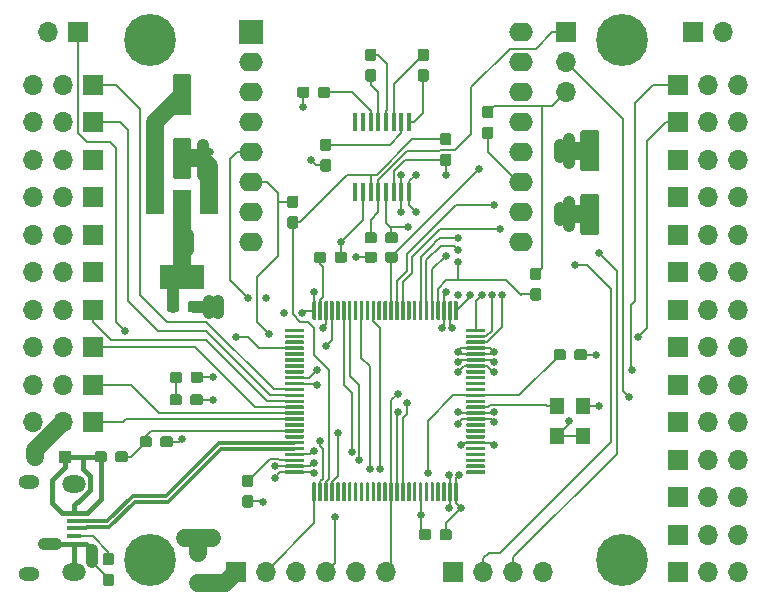
<source format=gbr>
G04 #@! TF.GenerationSoftware,KiCad,Pcbnew,(5.1.2-1)-1*
G04 #@! TF.CreationDate,2019-07-06T18:38:22+02:00*
G04 #@! TF.ProjectId,servonoid,73657276-6f6e-46f6-9964-2e6b69636164,rev?*
G04 #@! TF.SameCoordinates,Original*
G04 #@! TF.FileFunction,Copper,L1,Top*
G04 #@! TF.FilePolarity,Positive*
%FSLAX46Y46*%
G04 Gerber Fmt 4.6, Leading zero omitted, Abs format (unit mm)*
G04 Created by KiCad (PCBNEW (5.1.2-1)-1) date 2019-07-06 18:38:22*
%MOMM*%
%LPD*%
G04 APERTURE LIST*
%ADD10C,0.100000*%
%ADD11C,0.950000*%
%ADD12O,2.000000X1.600000*%
%ADD13R,2.000000X2.000000*%
%ADD14R,3.800000X2.000000*%
%ADD15R,1.500000X2.000000*%
%ADD16C,0.300000*%
%ADD17C,1.600000*%
%ADD18R,1.000000X1.000000*%
%ADD19R,1.300000X0.450000*%
%ADD20O,2.000000X1.450000*%
%ADD21O,1.800000X1.150000*%
%ADD22R,1.700000X1.700000*%
%ADD23O,1.700000X1.700000*%
%ADD24R,0.450000X1.500000*%
%ADD25R,1.200000X1.400000*%
%ADD26C,4.400000*%
%ADD27C,0.700000*%
%ADD28C,0.660400*%
%ADD29C,1.500000*%
%ADD30C,1.000000*%
%ADD31C,0.200000*%
%ADD32C,0.400000*%
%ADD33C,0.177800*%
%ADD34C,0.300000*%
G04 APERTURE END LIST*
D10*
G36*
X128580779Y-117382144D02*
G01*
X128603834Y-117385563D01*
X128626443Y-117391227D01*
X128648387Y-117399079D01*
X128669457Y-117409044D01*
X128689448Y-117421026D01*
X128708168Y-117434910D01*
X128725438Y-117450562D01*
X128741090Y-117467832D01*
X128754974Y-117486552D01*
X128766956Y-117506543D01*
X128776921Y-117527613D01*
X128784773Y-117549557D01*
X128790437Y-117572166D01*
X128793856Y-117595221D01*
X128795000Y-117618500D01*
X128795000Y-118093500D01*
X128793856Y-118116779D01*
X128790437Y-118139834D01*
X128784773Y-118162443D01*
X128776921Y-118184387D01*
X128766956Y-118205457D01*
X128754974Y-118225448D01*
X128741090Y-118244168D01*
X128725438Y-118261438D01*
X128708168Y-118277090D01*
X128689448Y-118290974D01*
X128669457Y-118302956D01*
X128648387Y-118312921D01*
X128626443Y-118320773D01*
X128603834Y-118326437D01*
X128580779Y-118329856D01*
X128557500Y-118331000D01*
X127982500Y-118331000D01*
X127959221Y-118329856D01*
X127936166Y-118326437D01*
X127913557Y-118320773D01*
X127891613Y-118312921D01*
X127870543Y-118302956D01*
X127850552Y-118290974D01*
X127831832Y-118277090D01*
X127814562Y-118261438D01*
X127798910Y-118244168D01*
X127785026Y-118225448D01*
X127773044Y-118205457D01*
X127763079Y-118184387D01*
X127755227Y-118162443D01*
X127749563Y-118139834D01*
X127746144Y-118116779D01*
X127745000Y-118093500D01*
X127745000Y-117618500D01*
X127746144Y-117595221D01*
X127749563Y-117572166D01*
X127755227Y-117549557D01*
X127763079Y-117527613D01*
X127773044Y-117506543D01*
X127785026Y-117486552D01*
X127798910Y-117467832D01*
X127814562Y-117450562D01*
X127831832Y-117434910D01*
X127850552Y-117421026D01*
X127870543Y-117409044D01*
X127891613Y-117399079D01*
X127913557Y-117391227D01*
X127936166Y-117385563D01*
X127959221Y-117382144D01*
X127982500Y-117381000D01*
X128557500Y-117381000D01*
X128580779Y-117382144D01*
X128580779Y-117382144D01*
G37*
D11*
X128270000Y-117856000D03*
D10*
G36*
X130330779Y-117382144D02*
G01*
X130353834Y-117385563D01*
X130376443Y-117391227D01*
X130398387Y-117399079D01*
X130419457Y-117409044D01*
X130439448Y-117421026D01*
X130458168Y-117434910D01*
X130475438Y-117450562D01*
X130491090Y-117467832D01*
X130504974Y-117486552D01*
X130516956Y-117506543D01*
X130526921Y-117527613D01*
X130534773Y-117549557D01*
X130540437Y-117572166D01*
X130543856Y-117595221D01*
X130545000Y-117618500D01*
X130545000Y-118093500D01*
X130543856Y-118116779D01*
X130540437Y-118139834D01*
X130534773Y-118162443D01*
X130526921Y-118184387D01*
X130516956Y-118205457D01*
X130504974Y-118225448D01*
X130491090Y-118244168D01*
X130475438Y-118261438D01*
X130458168Y-118277090D01*
X130439448Y-118290974D01*
X130419457Y-118302956D01*
X130398387Y-118312921D01*
X130376443Y-118320773D01*
X130353834Y-118326437D01*
X130330779Y-118329856D01*
X130307500Y-118331000D01*
X129732500Y-118331000D01*
X129709221Y-118329856D01*
X129686166Y-118326437D01*
X129663557Y-118320773D01*
X129641613Y-118312921D01*
X129620543Y-118302956D01*
X129600552Y-118290974D01*
X129581832Y-118277090D01*
X129564562Y-118261438D01*
X129548910Y-118244168D01*
X129535026Y-118225448D01*
X129523044Y-118205457D01*
X129513079Y-118184387D01*
X129505227Y-118162443D01*
X129499563Y-118139834D01*
X129496144Y-118116779D01*
X129495000Y-118093500D01*
X129495000Y-117618500D01*
X129496144Y-117595221D01*
X129499563Y-117572166D01*
X129505227Y-117549557D01*
X129513079Y-117527613D01*
X129523044Y-117506543D01*
X129535026Y-117486552D01*
X129548910Y-117467832D01*
X129564562Y-117450562D01*
X129581832Y-117434910D01*
X129600552Y-117421026D01*
X129620543Y-117409044D01*
X129641613Y-117399079D01*
X129663557Y-117391227D01*
X129686166Y-117385563D01*
X129709221Y-117382144D01*
X129732500Y-117381000D01*
X130307500Y-117381000D01*
X130330779Y-117382144D01*
X130330779Y-117382144D01*
G37*
D11*
X130020000Y-117856000D03*
D12*
X140970000Y-84455000D03*
D13*
X140970000Y-81915000D03*
D12*
X140970000Y-86995000D03*
X140970000Y-89535000D03*
X140970000Y-92075000D03*
X140970000Y-94615000D03*
X140970000Y-97155000D03*
X140970000Y-99695000D03*
X163830000Y-99695000D03*
X163830000Y-97155000D03*
X163830000Y-94615000D03*
X163830000Y-92075000D03*
X163830000Y-89535000D03*
X163830000Y-86995000D03*
X163830000Y-84455000D03*
X163830000Y-81915000D03*
D14*
X135146000Y-102600000D03*
D15*
X135146000Y-96300000D03*
X132846000Y-96300000D03*
X137446000Y-96300000D03*
D10*
G36*
X160752351Y-119015361D02*
G01*
X160759632Y-119016441D01*
X160766771Y-119018229D01*
X160773701Y-119020709D01*
X160780355Y-119023856D01*
X160786668Y-119027640D01*
X160792579Y-119032024D01*
X160798033Y-119036967D01*
X160802976Y-119042421D01*
X160807360Y-119048332D01*
X160811144Y-119054645D01*
X160814291Y-119061299D01*
X160816771Y-119068229D01*
X160818559Y-119075368D01*
X160819639Y-119082649D01*
X160820000Y-119090000D01*
X160820000Y-119240000D01*
X160819639Y-119247351D01*
X160818559Y-119254632D01*
X160816771Y-119261771D01*
X160814291Y-119268701D01*
X160811144Y-119275355D01*
X160807360Y-119281668D01*
X160802976Y-119287579D01*
X160798033Y-119293033D01*
X160792579Y-119297976D01*
X160786668Y-119302360D01*
X160780355Y-119306144D01*
X160773701Y-119309291D01*
X160766771Y-119311771D01*
X160759632Y-119313559D01*
X160752351Y-119314639D01*
X160745000Y-119315000D01*
X159295000Y-119315000D01*
X159287649Y-119314639D01*
X159280368Y-119313559D01*
X159273229Y-119311771D01*
X159266299Y-119309291D01*
X159259645Y-119306144D01*
X159253332Y-119302360D01*
X159247421Y-119297976D01*
X159241967Y-119293033D01*
X159237024Y-119287579D01*
X159232640Y-119281668D01*
X159228856Y-119275355D01*
X159225709Y-119268701D01*
X159223229Y-119261771D01*
X159221441Y-119254632D01*
X159220361Y-119247351D01*
X159220000Y-119240000D01*
X159220000Y-119090000D01*
X159220361Y-119082649D01*
X159221441Y-119075368D01*
X159223229Y-119068229D01*
X159225709Y-119061299D01*
X159228856Y-119054645D01*
X159232640Y-119048332D01*
X159237024Y-119042421D01*
X159241967Y-119036967D01*
X159247421Y-119032024D01*
X159253332Y-119027640D01*
X159259645Y-119023856D01*
X159266299Y-119020709D01*
X159273229Y-119018229D01*
X159280368Y-119016441D01*
X159287649Y-119015361D01*
X159295000Y-119015000D01*
X160745000Y-119015000D01*
X160752351Y-119015361D01*
X160752351Y-119015361D01*
G37*
D16*
X160020000Y-119165000D03*
D10*
G36*
X160752351Y-118515361D02*
G01*
X160759632Y-118516441D01*
X160766771Y-118518229D01*
X160773701Y-118520709D01*
X160780355Y-118523856D01*
X160786668Y-118527640D01*
X160792579Y-118532024D01*
X160798033Y-118536967D01*
X160802976Y-118542421D01*
X160807360Y-118548332D01*
X160811144Y-118554645D01*
X160814291Y-118561299D01*
X160816771Y-118568229D01*
X160818559Y-118575368D01*
X160819639Y-118582649D01*
X160820000Y-118590000D01*
X160820000Y-118740000D01*
X160819639Y-118747351D01*
X160818559Y-118754632D01*
X160816771Y-118761771D01*
X160814291Y-118768701D01*
X160811144Y-118775355D01*
X160807360Y-118781668D01*
X160802976Y-118787579D01*
X160798033Y-118793033D01*
X160792579Y-118797976D01*
X160786668Y-118802360D01*
X160780355Y-118806144D01*
X160773701Y-118809291D01*
X160766771Y-118811771D01*
X160759632Y-118813559D01*
X160752351Y-118814639D01*
X160745000Y-118815000D01*
X159295000Y-118815000D01*
X159287649Y-118814639D01*
X159280368Y-118813559D01*
X159273229Y-118811771D01*
X159266299Y-118809291D01*
X159259645Y-118806144D01*
X159253332Y-118802360D01*
X159247421Y-118797976D01*
X159241967Y-118793033D01*
X159237024Y-118787579D01*
X159232640Y-118781668D01*
X159228856Y-118775355D01*
X159225709Y-118768701D01*
X159223229Y-118761771D01*
X159221441Y-118754632D01*
X159220361Y-118747351D01*
X159220000Y-118740000D01*
X159220000Y-118590000D01*
X159220361Y-118582649D01*
X159221441Y-118575368D01*
X159223229Y-118568229D01*
X159225709Y-118561299D01*
X159228856Y-118554645D01*
X159232640Y-118548332D01*
X159237024Y-118542421D01*
X159241967Y-118536967D01*
X159247421Y-118532024D01*
X159253332Y-118527640D01*
X159259645Y-118523856D01*
X159266299Y-118520709D01*
X159273229Y-118518229D01*
X159280368Y-118516441D01*
X159287649Y-118515361D01*
X159295000Y-118515000D01*
X160745000Y-118515000D01*
X160752351Y-118515361D01*
X160752351Y-118515361D01*
G37*
D16*
X160020000Y-118665000D03*
D10*
G36*
X160752351Y-118015361D02*
G01*
X160759632Y-118016441D01*
X160766771Y-118018229D01*
X160773701Y-118020709D01*
X160780355Y-118023856D01*
X160786668Y-118027640D01*
X160792579Y-118032024D01*
X160798033Y-118036967D01*
X160802976Y-118042421D01*
X160807360Y-118048332D01*
X160811144Y-118054645D01*
X160814291Y-118061299D01*
X160816771Y-118068229D01*
X160818559Y-118075368D01*
X160819639Y-118082649D01*
X160820000Y-118090000D01*
X160820000Y-118240000D01*
X160819639Y-118247351D01*
X160818559Y-118254632D01*
X160816771Y-118261771D01*
X160814291Y-118268701D01*
X160811144Y-118275355D01*
X160807360Y-118281668D01*
X160802976Y-118287579D01*
X160798033Y-118293033D01*
X160792579Y-118297976D01*
X160786668Y-118302360D01*
X160780355Y-118306144D01*
X160773701Y-118309291D01*
X160766771Y-118311771D01*
X160759632Y-118313559D01*
X160752351Y-118314639D01*
X160745000Y-118315000D01*
X159295000Y-118315000D01*
X159287649Y-118314639D01*
X159280368Y-118313559D01*
X159273229Y-118311771D01*
X159266299Y-118309291D01*
X159259645Y-118306144D01*
X159253332Y-118302360D01*
X159247421Y-118297976D01*
X159241967Y-118293033D01*
X159237024Y-118287579D01*
X159232640Y-118281668D01*
X159228856Y-118275355D01*
X159225709Y-118268701D01*
X159223229Y-118261771D01*
X159221441Y-118254632D01*
X159220361Y-118247351D01*
X159220000Y-118240000D01*
X159220000Y-118090000D01*
X159220361Y-118082649D01*
X159221441Y-118075368D01*
X159223229Y-118068229D01*
X159225709Y-118061299D01*
X159228856Y-118054645D01*
X159232640Y-118048332D01*
X159237024Y-118042421D01*
X159241967Y-118036967D01*
X159247421Y-118032024D01*
X159253332Y-118027640D01*
X159259645Y-118023856D01*
X159266299Y-118020709D01*
X159273229Y-118018229D01*
X159280368Y-118016441D01*
X159287649Y-118015361D01*
X159295000Y-118015000D01*
X160745000Y-118015000D01*
X160752351Y-118015361D01*
X160752351Y-118015361D01*
G37*
D16*
X160020000Y-118165000D03*
D10*
G36*
X160752351Y-117515361D02*
G01*
X160759632Y-117516441D01*
X160766771Y-117518229D01*
X160773701Y-117520709D01*
X160780355Y-117523856D01*
X160786668Y-117527640D01*
X160792579Y-117532024D01*
X160798033Y-117536967D01*
X160802976Y-117542421D01*
X160807360Y-117548332D01*
X160811144Y-117554645D01*
X160814291Y-117561299D01*
X160816771Y-117568229D01*
X160818559Y-117575368D01*
X160819639Y-117582649D01*
X160820000Y-117590000D01*
X160820000Y-117740000D01*
X160819639Y-117747351D01*
X160818559Y-117754632D01*
X160816771Y-117761771D01*
X160814291Y-117768701D01*
X160811144Y-117775355D01*
X160807360Y-117781668D01*
X160802976Y-117787579D01*
X160798033Y-117793033D01*
X160792579Y-117797976D01*
X160786668Y-117802360D01*
X160780355Y-117806144D01*
X160773701Y-117809291D01*
X160766771Y-117811771D01*
X160759632Y-117813559D01*
X160752351Y-117814639D01*
X160745000Y-117815000D01*
X159295000Y-117815000D01*
X159287649Y-117814639D01*
X159280368Y-117813559D01*
X159273229Y-117811771D01*
X159266299Y-117809291D01*
X159259645Y-117806144D01*
X159253332Y-117802360D01*
X159247421Y-117797976D01*
X159241967Y-117793033D01*
X159237024Y-117787579D01*
X159232640Y-117781668D01*
X159228856Y-117775355D01*
X159225709Y-117768701D01*
X159223229Y-117761771D01*
X159221441Y-117754632D01*
X159220361Y-117747351D01*
X159220000Y-117740000D01*
X159220000Y-117590000D01*
X159220361Y-117582649D01*
X159221441Y-117575368D01*
X159223229Y-117568229D01*
X159225709Y-117561299D01*
X159228856Y-117554645D01*
X159232640Y-117548332D01*
X159237024Y-117542421D01*
X159241967Y-117536967D01*
X159247421Y-117532024D01*
X159253332Y-117527640D01*
X159259645Y-117523856D01*
X159266299Y-117520709D01*
X159273229Y-117518229D01*
X159280368Y-117516441D01*
X159287649Y-117515361D01*
X159295000Y-117515000D01*
X160745000Y-117515000D01*
X160752351Y-117515361D01*
X160752351Y-117515361D01*
G37*
D16*
X160020000Y-117665000D03*
D10*
G36*
X160752351Y-117015361D02*
G01*
X160759632Y-117016441D01*
X160766771Y-117018229D01*
X160773701Y-117020709D01*
X160780355Y-117023856D01*
X160786668Y-117027640D01*
X160792579Y-117032024D01*
X160798033Y-117036967D01*
X160802976Y-117042421D01*
X160807360Y-117048332D01*
X160811144Y-117054645D01*
X160814291Y-117061299D01*
X160816771Y-117068229D01*
X160818559Y-117075368D01*
X160819639Y-117082649D01*
X160820000Y-117090000D01*
X160820000Y-117240000D01*
X160819639Y-117247351D01*
X160818559Y-117254632D01*
X160816771Y-117261771D01*
X160814291Y-117268701D01*
X160811144Y-117275355D01*
X160807360Y-117281668D01*
X160802976Y-117287579D01*
X160798033Y-117293033D01*
X160792579Y-117297976D01*
X160786668Y-117302360D01*
X160780355Y-117306144D01*
X160773701Y-117309291D01*
X160766771Y-117311771D01*
X160759632Y-117313559D01*
X160752351Y-117314639D01*
X160745000Y-117315000D01*
X159295000Y-117315000D01*
X159287649Y-117314639D01*
X159280368Y-117313559D01*
X159273229Y-117311771D01*
X159266299Y-117309291D01*
X159259645Y-117306144D01*
X159253332Y-117302360D01*
X159247421Y-117297976D01*
X159241967Y-117293033D01*
X159237024Y-117287579D01*
X159232640Y-117281668D01*
X159228856Y-117275355D01*
X159225709Y-117268701D01*
X159223229Y-117261771D01*
X159221441Y-117254632D01*
X159220361Y-117247351D01*
X159220000Y-117240000D01*
X159220000Y-117090000D01*
X159220361Y-117082649D01*
X159221441Y-117075368D01*
X159223229Y-117068229D01*
X159225709Y-117061299D01*
X159228856Y-117054645D01*
X159232640Y-117048332D01*
X159237024Y-117042421D01*
X159241967Y-117036967D01*
X159247421Y-117032024D01*
X159253332Y-117027640D01*
X159259645Y-117023856D01*
X159266299Y-117020709D01*
X159273229Y-117018229D01*
X159280368Y-117016441D01*
X159287649Y-117015361D01*
X159295000Y-117015000D01*
X160745000Y-117015000D01*
X160752351Y-117015361D01*
X160752351Y-117015361D01*
G37*
D16*
X160020000Y-117165000D03*
D10*
G36*
X160752351Y-116515361D02*
G01*
X160759632Y-116516441D01*
X160766771Y-116518229D01*
X160773701Y-116520709D01*
X160780355Y-116523856D01*
X160786668Y-116527640D01*
X160792579Y-116532024D01*
X160798033Y-116536967D01*
X160802976Y-116542421D01*
X160807360Y-116548332D01*
X160811144Y-116554645D01*
X160814291Y-116561299D01*
X160816771Y-116568229D01*
X160818559Y-116575368D01*
X160819639Y-116582649D01*
X160820000Y-116590000D01*
X160820000Y-116740000D01*
X160819639Y-116747351D01*
X160818559Y-116754632D01*
X160816771Y-116761771D01*
X160814291Y-116768701D01*
X160811144Y-116775355D01*
X160807360Y-116781668D01*
X160802976Y-116787579D01*
X160798033Y-116793033D01*
X160792579Y-116797976D01*
X160786668Y-116802360D01*
X160780355Y-116806144D01*
X160773701Y-116809291D01*
X160766771Y-116811771D01*
X160759632Y-116813559D01*
X160752351Y-116814639D01*
X160745000Y-116815000D01*
X159295000Y-116815000D01*
X159287649Y-116814639D01*
X159280368Y-116813559D01*
X159273229Y-116811771D01*
X159266299Y-116809291D01*
X159259645Y-116806144D01*
X159253332Y-116802360D01*
X159247421Y-116797976D01*
X159241967Y-116793033D01*
X159237024Y-116787579D01*
X159232640Y-116781668D01*
X159228856Y-116775355D01*
X159225709Y-116768701D01*
X159223229Y-116761771D01*
X159221441Y-116754632D01*
X159220361Y-116747351D01*
X159220000Y-116740000D01*
X159220000Y-116590000D01*
X159220361Y-116582649D01*
X159221441Y-116575368D01*
X159223229Y-116568229D01*
X159225709Y-116561299D01*
X159228856Y-116554645D01*
X159232640Y-116548332D01*
X159237024Y-116542421D01*
X159241967Y-116536967D01*
X159247421Y-116532024D01*
X159253332Y-116527640D01*
X159259645Y-116523856D01*
X159266299Y-116520709D01*
X159273229Y-116518229D01*
X159280368Y-116516441D01*
X159287649Y-116515361D01*
X159295000Y-116515000D01*
X160745000Y-116515000D01*
X160752351Y-116515361D01*
X160752351Y-116515361D01*
G37*
D16*
X160020000Y-116665000D03*
D10*
G36*
X160752351Y-116015361D02*
G01*
X160759632Y-116016441D01*
X160766771Y-116018229D01*
X160773701Y-116020709D01*
X160780355Y-116023856D01*
X160786668Y-116027640D01*
X160792579Y-116032024D01*
X160798033Y-116036967D01*
X160802976Y-116042421D01*
X160807360Y-116048332D01*
X160811144Y-116054645D01*
X160814291Y-116061299D01*
X160816771Y-116068229D01*
X160818559Y-116075368D01*
X160819639Y-116082649D01*
X160820000Y-116090000D01*
X160820000Y-116240000D01*
X160819639Y-116247351D01*
X160818559Y-116254632D01*
X160816771Y-116261771D01*
X160814291Y-116268701D01*
X160811144Y-116275355D01*
X160807360Y-116281668D01*
X160802976Y-116287579D01*
X160798033Y-116293033D01*
X160792579Y-116297976D01*
X160786668Y-116302360D01*
X160780355Y-116306144D01*
X160773701Y-116309291D01*
X160766771Y-116311771D01*
X160759632Y-116313559D01*
X160752351Y-116314639D01*
X160745000Y-116315000D01*
X159295000Y-116315000D01*
X159287649Y-116314639D01*
X159280368Y-116313559D01*
X159273229Y-116311771D01*
X159266299Y-116309291D01*
X159259645Y-116306144D01*
X159253332Y-116302360D01*
X159247421Y-116297976D01*
X159241967Y-116293033D01*
X159237024Y-116287579D01*
X159232640Y-116281668D01*
X159228856Y-116275355D01*
X159225709Y-116268701D01*
X159223229Y-116261771D01*
X159221441Y-116254632D01*
X159220361Y-116247351D01*
X159220000Y-116240000D01*
X159220000Y-116090000D01*
X159220361Y-116082649D01*
X159221441Y-116075368D01*
X159223229Y-116068229D01*
X159225709Y-116061299D01*
X159228856Y-116054645D01*
X159232640Y-116048332D01*
X159237024Y-116042421D01*
X159241967Y-116036967D01*
X159247421Y-116032024D01*
X159253332Y-116027640D01*
X159259645Y-116023856D01*
X159266299Y-116020709D01*
X159273229Y-116018229D01*
X159280368Y-116016441D01*
X159287649Y-116015361D01*
X159295000Y-116015000D01*
X160745000Y-116015000D01*
X160752351Y-116015361D01*
X160752351Y-116015361D01*
G37*
D16*
X160020000Y-116165000D03*
D10*
G36*
X160752351Y-115515361D02*
G01*
X160759632Y-115516441D01*
X160766771Y-115518229D01*
X160773701Y-115520709D01*
X160780355Y-115523856D01*
X160786668Y-115527640D01*
X160792579Y-115532024D01*
X160798033Y-115536967D01*
X160802976Y-115542421D01*
X160807360Y-115548332D01*
X160811144Y-115554645D01*
X160814291Y-115561299D01*
X160816771Y-115568229D01*
X160818559Y-115575368D01*
X160819639Y-115582649D01*
X160820000Y-115590000D01*
X160820000Y-115740000D01*
X160819639Y-115747351D01*
X160818559Y-115754632D01*
X160816771Y-115761771D01*
X160814291Y-115768701D01*
X160811144Y-115775355D01*
X160807360Y-115781668D01*
X160802976Y-115787579D01*
X160798033Y-115793033D01*
X160792579Y-115797976D01*
X160786668Y-115802360D01*
X160780355Y-115806144D01*
X160773701Y-115809291D01*
X160766771Y-115811771D01*
X160759632Y-115813559D01*
X160752351Y-115814639D01*
X160745000Y-115815000D01*
X159295000Y-115815000D01*
X159287649Y-115814639D01*
X159280368Y-115813559D01*
X159273229Y-115811771D01*
X159266299Y-115809291D01*
X159259645Y-115806144D01*
X159253332Y-115802360D01*
X159247421Y-115797976D01*
X159241967Y-115793033D01*
X159237024Y-115787579D01*
X159232640Y-115781668D01*
X159228856Y-115775355D01*
X159225709Y-115768701D01*
X159223229Y-115761771D01*
X159221441Y-115754632D01*
X159220361Y-115747351D01*
X159220000Y-115740000D01*
X159220000Y-115590000D01*
X159220361Y-115582649D01*
X159221441Y-115575368D01*
X159223229Y-115568229D01*
X159225709Y-115561299D01*
X159228856Y-115554645D01*
X159232640Y-115548332D01*
X159237024Y-115542421D01*
X159241967Y-115536967D01*
X159247421Y-115532024D01*
X159253332Y-115527640D01*
X159259645Y-115523856D01*
X159266299Y-115520709D01*
X159273229Y-115518229D01*
X159280368Y-115516441D01*
X159287649Y-115515361D01*
X159295000Y-115515000D01*
X160745000Y-115515000D01*
X160752351Y-115515361D01*
X160752351Y-115515361D01*
G37*
D16*
X160020000Y-115665000D03*
D10*
G36*
X160752351Y-115015361D02*
G01*
X160759632Y-115016441D01*
X160766771Y-115018229D01*
X160773701Y-115020709D01*
X160780355Y-115023856D01*
X160786668Y-115027640D01*
X160792579Y-115032024D01*
X160798033Y-115036967D01*
X160802976Y-115042421D01*
X160807360Y-115048332D01*
X160811144Y-115054645D01*
X160814291Y-115061299D01*
X160816771Y-115068229D01*
X160818559Y-115075368D01*
X160819639Y-115082649D01*
X160820000Y-115090000D01*
X160820000Y-115240000D01*
X160819639Y-115247351D01*
X160818559Y-115254632D01*
X160816771Y-115261771D01*
X160814291Y-115268701D01*
X160811144Y-115275355D01*
X160807360Y-115281668D01*
X160802976Y-115287579D01*
X160798033Y-115293033D01*
X160792579Y-115297976D01*
X160786668Y-115302360D01*
X160780355Y-115306144D01*
X160773701Y-115309291D01*
X160766771Y-115311771D01*
X160759632Y-115313559D01*
X160752351Y-115314639D01*
X160745000Y-115315000D01*
X159295000Y-115315000D01*
X159287649Y-115314639D01*
X159280368Y-115313559D01*
X159273229Y-115311771D01*
X159266299Y-115309291D01*
X159259645Y-115306144D01*
X159253332Y-115302360D01*
X159247421Y-115297976D01*
X159241967Y-115293033D01*
X159237024Y-115287579D01*
X159232640Y-115281668D01*
X159228856Y-115275355D01*
X159225709Y-115268701D01*
X159223229Y-115261771D01*
X159221441Y-115254632D01*
X159220361Y-115247351D01*
X159220000Y-115240000D01*
X159220000Y-115090000D01*
X159220361Y-115082649D01*
X159221441Y-115075368D01*
X159223229Y-115068229D01*
X159225709Y-115061299D01*
X159228856Y-115054645D01*
X159232640Y-115048332D01*
X159237024Y-115042421D01*
X159241967Y-115036967D01*
X159247421Y-115032024D01*
X159253332Y-115027640D01*
X159259645Y-115023856D01*
X159266299Y-115020709D01*
X159273229Y-115018229D01*
X159280368Y-115016441D01*
X159287649Y-115015361D01*
X159295000Y-115015000D01*
X160745000Y-115015000D01*
X160752351Y-115015361D01*
X160752351Y-115015361D01*
G37*
D16*
X160020000Y-115165000D03*
D10*
G36*
X160752351Y-114515361D02*
G01*
X160759632Y-114516441D01*
X160766771Y-114518229D01*
X160773701Y-114520709D01*
X160780355Y-114523856D01*
X160786668Y-114527640D01*
X160792579Y-114532024D01*
X160798033Y-114536967D01*
X160802976Y-114542421D01*
X160807360Y-114548332D01*
X160811144Y-114554645D01*
X160814291Y-114561299D01*
X160816771Y-114568229D01*
X160818559Y-114575368D01*
X160819639Y-114582649D01*
X160820000Y-114590000D01*
X160820000Y-114740000D01*
X160819639Y-114747351D01*
X160818559Y-114754632D01*
X160816771Y-114761771D01*
X160814291Y-114768701D01*
X160811144Y-114775355D01*
X160807360Y-114781668D01*
X160802976Y-114787579D01*
X160798033Y-114793033D01*
X160792579Y-114797976D01*
X160786668Y-114802360D01*
X160780355Y-114806144D01*
X160773701Y-114809291D01*
X160766771Y-114811771D01*
X160759632Y-114813559D01*
X160752351Y-114814639D01*
X160745000Y-114815000D01*
X159295000Y-114815000D01*
X159287649Y-114814639D01*
X159280368Y-114813559D01*
X159273229Y-114811771D01*
X159266299Y-114809291D01*
X159259645Y-114806144D01*
X159253332Y-114802360D01*
X159247421Y-114797976D01*
X159241967Y-114793033D01*
X159237024Y-114787579D01*
X159232640Y-114781668D01*
X159228856Y-114775355D01*
X159225709Y-114768701D01*
X159223229Y-114761771D01*
X159221441Y-114754632D01*
X159220361Y-114747351D01*
X159220000Y-114740000D01*
X159220000Y-114590000D01*
X159220361Y-114582649D01*
X159221441Y-114575368D01*
X159223229Y-114568229D01*
X159225709Y-114561299D01*
X159228856Y-114554645D01*
X159232640Y-114548332D01*
X159237024Y-114542421D01*
X159241967Y-114536967D01*
X159247421Y-114532024D01*
X159253332Y-114527640D01*
X159259645Y-114523856D01*
X159266299Y-114520709D01*
X159273229Y-114518229D01*
X159280368Y-114516441D01*
X159287649Y-114515361D01*
X159295000Y-114515000D01*
X160745000Y-114515000D01*
X160752351Y-114515361D01*
X160752351Y-114515361D01*
G37*
D16*
X160020000Y-114665000D03*
D10*
G36*
X160752351Y-114015361D02*
G01*
X160759632Y-114016441D01*
X160766771Y-114018229D01*
X160773701Y-114020709D01*
X160780355Y-114023856D01*
X160786668Y-114027640D01*
X160792579Y-114032024D01*
X160798033Y-114036967D01*
X160802976Y-114042421D01*
X160807360Y-114048332D01*
X160811144Y-114054645D01*
X160814291Y-114061299D01*
X160816771Y-114068229D01*
X160818559Y-114075368D01*
X160819639Y-114082649D01*
X160820000Y-114090000D01*
X160820000Y-114240000D01*
X160819639Y-114247351D01*
X160818559Y-114254632D01*
X160816771Y-114261771D01*
X160814291Y-114268701D01*
X160811144Y-114275355D01*
X160807360Y-114281668D01*
X160802976Y-114287579D01*
X160798033Y-114293033D01*
X160792579Y-114297976D01*
X160786668Y-114302360D01*
X160780355Y-114306144D01*
X160773701Y-114309291D01*
X160766771Y-114311771D01*
X160759632Y-114313559D01*
X160752351Y-114314639D01*
X160745000Y-114315000D01*
X159295000Y-114315000D01*
X159287649Y-114314639D01*
X159280368Y-114313559D01*
X159273229Y-114311771D01*
X159266299Y-114309291D01*
X159259645Y-114306144D01*
X159253332Y-114302360D01*
X159247421Y-114297976D01*
X159241967Y-114293033D01*
X159237024Y-114287579D01*
X159232640Y-114281668D01*
X159228856Y-114275355D01*
X159225709Y-114268701D01*
X159223229Y-114261771D01*
X159221441Y-114254632D01*
X159220361Y-114247351D01*
X159220000Y-114240000D01*
X159220000Y-114090000D01*
X159220361Y-114082649D01*
X159221441Y-114075368D01*
X159223229Y-114068229D01*
X159225709Y-114061299D01*
X159228856Y-114054645D01*
X159232640Y-114048332D01*
X159237024Y-114042421D01*
X159241967Y-114036967D01*
X159247421Y-114032024D01*
X159253332Y-114027640D01*
X159259645Y-114023856D01*
X159266299Y-114020709D01*
X159273229Y-114018229D01*
X159280368Y-114016441D01*
X159287649Y-114015361D01*
X159295000Y-114015000D01*
X160745000Y-114015000D01*
X160752351Y-114015361D01*
X160752351Y-114015361D01*
G37*
D16*
X160020000Y-114165000D03*
D10*
G36*
X160752351Y-113515361D02*
G01*
X160759632Y-113516441D01*
X160766771Y-113518229D01*
X160773701Y-113520709D01*
X160780355Y-113523856D01*
X160786668Y-113527640D01*
X160792579Y-113532024D01*
X160798033Y-113536967D01*
X160802976Y-113542421D01*
X160807360Y-113548332D01*
X160811144Y-113554645D01*
X160814291Y-113561299D01*
X160816771Y-113568229D01*
X160818559Y-113575368D01*
X160819639Y-113582649D01*
X160820000Y-113590000D01*
X160820000Y-113740000D01*
X160819639Y-113747351D01*
X160818559Y-113754632D01*
X160816771Y-113761771D01*
X160814291Y-113768701D01*
X160811144Y-113775355D01*
X160807360Y-113781668D01*
X160802976Y-113787579D01*
X160798033Y-113793033D01*
X160792579Y-113797976D01*
X160786668Y-113802360D01*
X160780355Y-113806144D01*
X160773701Y-113809291D01*
X160766771Y-113811771D01*
X160759632Y-113813559D01*
X160752351Y-113814639D01*
X160745000Y-113815000D01*
X159295000Y-113815000D01*
X159287649Y-113814639D01*
X159280368Y-113813559D01*
X159273229Y-113811771D01*
X159266299Y-113809291D01*
X159259645Y-113806144D01*
X159253332Y-113802360D01*
X159247421Y-113797976D01*
X159241967Y-113793033D01*
X159237024Y-113787579D01*
X159232640Y-113781668D01*
X159228856Y-113775355D01*
X159225709Y-113768701D01*
X159223229Y-113761771D01*
X159221441Y-113754632D01*
X159220361Y-113747351D01*
X159220000Y-113740000D01*
X159220000Y-113590000D01*
X159220361Y-113582649D01*
X159221441Y-113575368D01*
X159223229Y-113568229D01*
X159225709Y-113561299D01*
X159228856Y-113554645D01*
X159232640Y-113548332D01*
X159237024Y-113542421D01*
X159241967Y-113536967D01*
X159247421Y-113532024D01*
X159253332Y-113527640D01*
X159259645Y-113523856D01*
X159266299Y-113520709D01*
X159273229Y-113518229D01*
X159280368Y-113516441D01*
X159287649Y-113515361D01*
X159295000Y-113515000D01*
X160745000Y-113515000D01*
X160752351Y-113515361D01*
X160752351Y-113515361D01*
G37*
D16*
X160020000Y-113665000D03*
D10*
G36*
X160752351Y-113015361D02*
G01*
X160759632Y-113016441D01*
X160766771Y-113018229D01*
X160773701Y-113020709D01*
X160780355Y-113023856D01*
X160786668Y-113027640D01*
X160792579Y-113032024D01*
X160798033Y-113036967D01*
X160802976Y-113042421D01*
X160807360Y-113048332D01*
X160811144Y-113054645D01*
X160814291Y-113061299D01*
X160816771Y-113068229D01*
X160818559Y-113075368D01*
X160819639Y-113082649D01*
X160820000Y-113090000D01*
X160820000Y-113240000D01*
X160819639Y-113247351D01*
X160818559Y-113254632D01*
X160816771Y-113261771D01*
X160814291Y-113268701D01*
X160811144Y-113275355D01*
X160807360Y-113281668D01*
X160802976Y-113287579D01*
X160798033Y-113293033D01*
X160792579Y-113297976D01*
X160786668Y-113302360D01*
X160780355Y-113306144D01*
X160773701Y-113309291D01*
X160766771Y-113311771D01*
X160759632Y-113313559D01*
X160752351Y-113314639D01*
X160745000Y-113315000D01*
X159295000Y-113315000D01*
X159287649Y-113314639D01*
X159280368Y-113313559D01*
X159273229Y-113311771D01*
X159266299Y-113309291D01*
X159259645Y-113306144D01*
X159253332Y-113302360D01*
X159247421Y-113297976D01*
X159241967Y-113293033D01*
X159237024Y-113287579D01*
X159232640Y-113281668D01*
X159228856Y-113275355D01*
X159225709Y-113268701D01*
X159223229Y-113261771D01*
X159221441Y-113254632D01*
X159220361Y-113247351D01*
X159220000Y-113240000D01*
X159220000Y-113090000D01*
X159220361Y-113082649D01*
X159221441Y-113075368D01*
X159223229Y-113068229D01*
X159225709Y-113061299D01*
X159228856Y-113054645D01*
X159232640Y-113048332D01*
X159237024Y-113042421D01*
X159241967Y-113036967D01*
X159247421Y-113032024D01*
X159253332Y-113027640D01*
X159259645Y-113023856D01*
X159266299Y-113020709D01*
X159273229Y-113018229D01*
X159280368Y-113016441D01*
X159287649Y-113015361D01*
X159295000Y-113015000D01*
X160745000Y-113015000D01*
X160752351Y-113015361D01*
X160752351Y-113015361D01*
G37*
D16*
X160020000Y-113165000D03*
D10*
G36*
X160752351Y-112515361D02*
G01*
X160759632Y-112516441D01*
X160766771Y-112518229D01*
X160773701Y-112520709D01*
X160780355Y-112523856D01*
X160786668Y-112527640D01*
X160792579Y-112532024D01*
X160798033Y-112536967D01*
X160802976Y-112542421D01*
X160807360Y-112548332D01*
X160811144Y-112554645D01*
X160814291Y-112561299D01*
X160816771Y-112568229D01*
X160818559Y-112575368D01*
X160819639Y-112582649D01*
X160820000Y-112590000D01*
X160820000Y-112740000D01*
X160819639Y-112747351D01*
X160818559Y-112754632D01*
X160816771Y-112761771D01*
X160814291Y-112768701D01*
X160811144Y-112775355D01*
X160807360Y-112781668D01*
X160802976Y-112787579D01*
X160798033Y-112793033D01*
X160792579Y-112797976D01*
X160786668Y-112802360D01*
X160780355Y-112806144D01*
X160773701Y-112809291D01*
X160766771Y-112811771D01*
X160759632Y-112813559D01*
X160752351Y-112814639D01*
X160745000Y-112815000D01*
X159295000Y-112815000D01*
X159287649Y-112814639D01*
X159280368Y-112813559D01*
X159273229Y-112811771D01*
X159266299Y-112809291D01*
X159259645Y-112806144D01*
X159253332Y-112802360D01*
X159247421Y-112797976D01*
X159241967Y-112793033D01*
X159237024Y-112787579D01*
X159232640Y-112781668D01*
X159228856Y-112775355D01*
X159225709Y-112768701D01*
X159223229Y-112761771D01*
X159221441Y-112754632D01*
X159220361Y-112747351D01*
X159220000Y-112740000D01*
X159220000Y-112590000D01*
X159220361Y-112582649D01*
X159221441Y-112575368D01*
X159223229Y-112568229D01*
X159225709Y-112561299D01*
X159228856Y-112554645D01*
X159232640Y-112548332D01*
X159237024Y-112542421D01*
X159241967Y-112536967D01*
X159247421Y-112532024D01*
X159253332Y-112527640D01*
X159259645Y-112523856D01*
X159266299Y-112520709D01*
X159273229Y-112518229D01*
X159280368Y-112516441D01*
X159287649Y-112515361D01*
X159295000Y-112515000D01*
X160745000Y-112515000D01*
X160752351Y-112515361D01*
X160752351Y-112515361D01*
G37*
D16*
X160020000Y-112665000D03*
D10*
G36*
X160752351Y-112015361D02*
G01*
X160759632Y-112016441D01*
X160766771Y-112018229D01*
X160773701Y-112020709D01*
X160780355Y-112023856D01*
X160786668Y-112027640D01*
X160792579Y-112032024D01*
X160798033Y-112036967D01*
X160802976Y-112042421D01*
X160807360Y-112048332D01*
X160811144Y-112054645D01*
X160814291Y-112061299D01*
X160816771Y-112068229D01*
X160818559Y-112075368D01*
X160819639Y-112082649D01*
X160820000Y-112090000D01*
X160820000Y-112240000D01*
X160819639Y-112247351D01*
X160818559Y-112254632D01*
X160816771Y-112261771D01*
X160814291Y-112268701D01*
X160811144Y-112275355D01*
X160807360Y-112281668D01*
X160802976Y-112287579D01*
X160798033Y-112293033D01*
X160792579Y-112297976D01*
X160786668Y-112302360D01*
X160780355Y-112306144D01*
X160773701Y-112309291D01*
X160766771Y-112311771D01*
X160759632Y-112313559D01*
X160752351Y-112314639D01*
X160745000Y-112315000D01*
X159295000Y-112315000D01*
X159287649Y-112314639D01*
X159280368Y-112313559D01*
X159273229Y-112311771D01*
X159266299Y-112309291D01*
X159259645Y-112306144D01*
X159253332Y-112302360D01*
X159247421Y-112297976D01*
X159241967Y-112293033D01*
X159237024Y-112287579D01*
X159232640Y-112281668D01*
X159228856Y-112275355D01*
X159225709Y-112268701D01*
X159223229Y-112261771D01*
X159221441Y-112254632D01*
X159220361Y-112247351D01*
X159220000Y-112240000D01*
X159220000Y-112090000D01*
X159220361Y-112082649D01*
X159221441Y-112075368D01*
X159223229Y-112068229D01*
X159225709Y-112061299D01*
X159228856Y-112054645D01*
X159232640Y-112048332D01*
X159237024Y-112042421D01*
X159241967Y-112036967D01*
X159247421Y-112032024D01*
X159253332Y-112027640D01*
X159259645Y-112023856D01*
X159266299Y-112020709D01*
X159273229Y-112018229D01*
X159280368Y-112016441D01*
X159287649Y-112015361D01*
X159295000Y-112015000D01*
X160745000Y-112015000D01*
X160752351Y-112015361D01*
X160752351Y-112015361D01*
G37*
D16*
X160020000Y-112165000D03*
D10*
G36*
X160752351Y-111515361D02*
G01*
X160759632Y-111516441D01*
X160766771Y-111518229D01*
X160773701Y-111520709D01*
X160780355Y-111523856D01*
X160786668Y-111527640D01*
X160792579Y-111532024D01*
X160798033Y-111536967D01*
X160802976Y-111542421D01*
X160807360Y-111548332D01*
X160811144Y-111554645D01*
X160814291Y-111561299D01*
X160816771Y-111568229D01*
X160818559Y-111575368D01*
X160819639Y-111582649D01*
X160820000Y-111590000D01*
X160820000Y-111740000D01*
X160819639Y-111747351D01*
X160818559Y-111754632D01*
X160816771Y-111761771D01*
X160814291Y-111768701D01*
X160811144Y-111775355D01*
X160807360Y-111781668D01*
X160802976Y-111787579D01*
X160798033Y-111793033D01*
X160792579Y-111797976D01*
X160786668Y-111802360D01*
X160780355Y-111806144D01*
X160773701Y-111809291D01*
X160766771Y-111811771D01*
X160759632Y-111813559D01*
X160752351Y-111814639D01*
X160745000Y-111815000D01*
X159295000Y-111815000D01*
X159287649Y-111814639D01*
X159280368Y-111813559D01*
X159273229Y-111811771D01*
X159266299Y-111809291D01*
X159259645Y-111806144D01*
X159253332Y-111802360D01*
X159247421Y-111797976D01*
X159241967Y-111793033D01*
X159237024Y-111787579D01*
X159232640Y-111781668D01*
X159228856Y-111775355D01*
X159225709Y-111768701D01*
X159223229Y-111761771D01*
X159221441Y-111754632D01*
X159220361Y-111747351D01*
X159220000Y-111740000D01*
X159220000Y-111590000D01*
X159220361Y-111582649D01*
X159221441Y-111575368D01*
X159223229Y-111568229D01*
X159225709Y-111561299D01*
X159228856Y-111554645D01*
X159232640Y-111548332D01*
X159237024Y-111542421D01*
X159241967Y-111536967D01*
X159247421Y-111532024D01*
X159253332Y-111527640D01*
X159259645Y-111523856D01*
X159266299Y-111520709D01*
X159273229Y-111518229D01*
X159280368Y-111516441D01*
X159287649Y-111515361D01*
X159295000Y-111515000D01*
X160745000Y-111515000D01*
X160752351Y-111515361D01*
X160752351Y-111515361D01*
G37*
D16*
X160020000Y-111665000D03*
D10*
G36*
X160752351Y-111015361D02*
G01*
X160759632Y-111016441D01*
X160766771Y-111018229D01*
X160773701Y-111020709D01*
X160780355Y-111023856D01*
X160786668Y-111027640D01*
X160792579Y-111032024D01*
X160798033Y-111036967D01*
X160802976Y-111042421D01*
X160807360Y-111048332D01*
X160811144Y-111054645D01*
X160814291Y-111061299D01*
X160816771Y-111068229D01*
X160818559Y-111075368D01*
X160819639Y-111082649D01*
X160820000Y-111090000D01*
X160820000Y-111240000D01*
X160819639Y-111247351D01*
X160818559Y-111254632D01*
X160816771Y-111261771D01*
X160814291Y-111268701D01*
X160811144Y-111275355D01*
X160807360Y-111281668D01*
X160802976Y-111287579D01*
X160798033Y-111293033D01*
X160792579Y-111297976D01*
X160786668Y-111302360D01*
X160780355Y-111306144D01*
X160773701Y-111309291D01*
X160766771Y-111311771D01*
X160759632Y-111313559D01*
X160752351Y-111314639D01*
X160745000Y-111315000D01*
X159295000Y-111315000D01*
X159287649Y-111314639D01*
X159280368Y-111313559D01*
X159273229Y-111311771D01*
X159266299Y-111309291D01*
X159259645Y-111306144D01*
X159253332Y-111302360D01*
X159247421Y-111297976D01*
X159241967Y-111293033D01*
X159237024Y-111287579D01*
X159232640Y-111281668D01*
X159228856Y-111275355D01*
X159225709Y-111268701D01*
X159223229Y-111261771D01*
X159221441Y-111254632D01*
X159220361Y-111247351D01*
X159220000Y-111240000D01*
X159220000Y-111090000D01*
X159220361Y-111082649D01*
X159221441Y-111075368D01*
X159223229Y-111068229D01*
X159225709Y-111061299D01*
X159228856Y-111054645D01*
X159232640Y-111048332D01*
X159237024Y-111042421D01*
X159241967Y-111036967D01*
X159247421Y-111032024D01*
X159253332Y-111027640D01*
X159259645Y-111023856D01*
X159266299Y-111020709D01*
X159273229Y-111018229D01*
X159280368Y-111016441D01*
X159287649Y-111015361D01*
X159295000Y-111015000D01*
X160745000Y-111015000D01*
X160752351Y-111015361D01*
X160752351Y-111015361D01*
G37*
D16*
X160020000Y-111165000D03*
D10*
G36*
X160752351Y-110515361D02*
G01*
X160759632Y-110516441D01*
X160766771Y-110518229D01*
X160773701Y-110520709D01*
X160780355Y-110523856D01*
X160786668Y-110527640D01*
X160792579Y-110532024D01*
X160798033Y-110536967D01*
X160802976Y-110542421D01*
X160807360Y-110548332D01*
X160811144Y-110554645D01*
X160814291Y-110561299D01*
X160816771Y-110568229D01*
X160818559Y-110575368D01*
X160819639Y-110582649D01*
X160820000Y-110590000D01*
X160820000Y-110740000D01*
X160819639Y-110747351D01*
X160818559Y-110754632D01*
X160816771Y-110761771D01*
X160814291Y-110768701D01*
X160811144Y-110775355D01*
X160807360Y-110781668D01*
X160802976Y-110787579D01*
X160798033Y-110793033D01*
X160792579Y-110797976D01*
X160786668Y-110802360D01*
X160780355Y-110806144D01*
X160773701Y-110809291D01*
X160766771Y-110811771D01*
X160759632Y-110813559D01*
X160752351Y-110814639D01*
X160745000Y-110815000D01*
X159295000Y-110815000D01*
X159287649Y-110814639D01*
X159280368Y-110813559D01*
X159273229Y-110811771D01*
X159266299Y-110809291D01*
X159259645Y-110806144D01*
X159253332Y-110802360D01*
X159247421Y-110797976D01*
X159241967Y-110793033D01*
X159237024Y-110787579D01*
X159232640Y-110781668D01*
X159228856Y-110775355D01*
X159225709Y-110768701D01*
X159223229Y-110761771D01*
X159221441Y-110754632D01*
X159220361Y-110747351D01*
X159220000Y-110740000D01*
X159220000Y-110590000D01*
X159220361Y-110582649D01*
X159221441Y-110575368D01*
X159223229Y-110568229D01*
X159225709Y-110561299D01*
X159228856Y-110554645D01*
X159232640Y-110548332D01*
X159237024Y-110542421D01*
X159241967Y-110536967D01*
X159247421Y-110532024D01*
X159253332Y-110527640D01*
X159259645Y-110523856D01*
X159266299Y-110520709D01*
X159273229Y-110518229D01*
X159280368Y-110516441D01*
X159287649Y-110515361D01*
X159295000Y-110515000D01*
X160745000Y-110515000D01*
X160752351Y-110515361D01*
X160752351Y-110515361D01*
G37*
D16*
X160020000Y-110665000D03*
D10*
G36*
X160752351Y-110015361D02*
G01*
X160759632Y-110016441D01*
X160766771Y-110018229D01*
X160773701Y-110020709D01*
X160780355Y-110023856D01*
X160786668Y-110027640D01*
X160792579Y-110032024D01*
X160798033Y-110036967D01*
X160802976Y-110042421D01*
X160807360Y-110048332D01*
X160811144Y-110054645D01*
X160814291Y-110061299D01*
X160816771Y-110068229D01*
X160818559Y-110075368D01*
X160819639Y-110082649D01*
X160820000Y-110090000D01*
X160820000Y-110240000D01*
X160819639Y-110247351D01*
X160818559Y-110254632D01*
X160816771Y-110261771D01*
X160814291Y-110268701D01*
X160811144Y-110275355D01*
X160807360Y-110281668D01*
X160802976Y-110287579D01*
X160798033Y-110293033D01*
X160792579Y-110297976D01*
X160786668Y-110302360D01*
X160780355Y-110306144D01*
X160773701Y-110309291D01*
X160766771Y-110311771D01*
X160759632Y-110313559D01*
X160752351Y-110314639D01*
X160745000Y-110315000D01*
X159295000Y-110315000D01*
X159287649Y-110314639D01*
X159280368Y-110313559D01*
X159273229Y-110311771D01*
X159266299Y-110309291D01*
X159259645Y-110306144D01*
X159253332Y-110302360D01*
X159247421Y-110297976D01*
X159241967Y-110293033D01*
X159237024Y-110287579D01*
X159232640Y-110281668D01*
X159228856Y-110275355D01*
X159225709Y-110268701D01*
X159223229Y-110261771D01*
X159221441Y-110254632D01*
X159220361Y-110247351D01*
X159220000Y-110240000D01*
X159220000Y-110090000D01*
X159220361Y-110082649D01*
X159221441Y-110075368D01*
X159223229Y-110068229D01*
X159225709Y-110061299D01*
X159228856Y-110054645D01*
X159232640Y-110048332D01*
X159237024Y-110042421D01*
X159241967Y-110036967D01*
X159247421Y-110032024D01*
X159253332Y-110027640D01*
X159259645Y-110023856D01*
X159266299Y-110020709D01*
X159273229Y-110018229D01*
X159280368Y-110016441D01*
X159287649Y-110015361D01*
X159295000Y-110015000D01*
X160745000Y-110015000D01*
X160752351Y-110015361D01*
X160752351Y-110015361D01*
G37*
D16*
X160020000Y-110165000D03*
D10*
G36*
X160752351Y-109515361D02*
G01*
X160759632Y-109516441D01*
X160766771Y-109518229D01*
X160773701Y-109520709D01*
X160780355Y-109523856D01*
X160786668Y-109527640D01*
X160792579Y-109532024D01*
X160798033Y-109536967D01*
X160802976Y-109542421D01*
X160807360Y-109548332D01*
X160811144Y-109554645D01*
X160814291Y-109561299D01*
X160816771Y-109568229D01*
X160818559Y-109575368D01*
X160819639Y-109582649D01*
X160820000Y-109590000D01*
X160820000Y-109740000D01*
X160819639Y-109747351D01*
X160818559Y-109754632D01*
X160816771Y-109761771D01*
X160814291Y-109768701D01*
X160811144Y-109775355D01*
X160807360Y-109781668D01*
X160802976Y-109787579D01*
X160798033Y-109793033D01*
X160792579Y-109797976D01*
X160786668Y-109802360D01*
X160780355Y-109806144D01*
X160773701Y-109809291D01*
X160766771Y-109811771D01*
X160759632Y-109813559D01*
X160752351Y-109814639D01*
X160745000Y-109815000D01*
X159295000Y-109815000D01*
X159287649Y-109814639D01*
X159280368Y-109813559D01*
X159273229Y-109811771D01*
X159266299Y-109809291D01*
X159259645Y-109806144D01*
X159253332Y-109802360D01*
X159247421Y-109797976D01*
X159241967Y-109793033D01*
X159237024Y-109787579D01*
X159232640Y-109781668D01*
X159228856Y-109775355D01*
X159225709Y-109768701D01*
X159223229Y-109761771D01*
X159221441Y-109754632D01*
X159220361Y-109747351D01*
X159220000Y-109740000D01*
X159220000Y-109590000D01*
X159220361Y-109582649D01*
X159221441Y-109575368D01*
X159223229Y-109568229D01*
X159225709Y-109561299D01*
X159228856Y-109554645D01*
X159232640Y-109548332D01*
X159237024Y-109542421D01*
X159241967Y-109536967D01*
X159247421Y-109532024D01*
X159253332Y-109527640D01*
X159259645Y-109523856D01*
X159266299Y-109520709D01*
X159273229Y-109518229D01*
X159280368Y-109516441D01*
X159287649Y-109515361D01*
X159295000Y-109515000D01*
X160745000Y-109515000D01*
X160752351Y-109515361D01*
X160752351Y-109515361D01*
G37*
D16*
X160020000Y-109665000D03*
D10*
G36*
X160752351Y-109015361D02*
G01*
X160759632Y-109016441D01*
X160766771Y-109018229D01*
X160773701Y-109020709D01*
X160780355Y-109023856D01*
X160786668Y-109027640D01*
X160792579Y-109032024D01*
X160798033Y-109036967D01*
X160802976Y-109042421D01*
X160807360Y-109048332D01*
X160811144Y-109054645D01*
X160814291Y-109061299D01*
X160816771Y-109068229D01*
X160818559Y-109075368D01*
X160819639Y-109082649D01*
X160820000Y-109090000D01*
X160820000Y-109240000D01*
X160819639Y-109247351D01*
X160818559Y-109254632D01*
X160816771Y-109261771D01*
X160814291Y-109268701D01*
X160811144Y-109275355D01*
X160807360Y-109281668D01*
X160802976Y-109287579D01*
X160798033Y-109293033D01*
X160792579Y-109297976D01*
X160786668Y-109302360D01*
X160780355Y-109306144D01*
X160773701Y-109309291D01*
X160766771Y-109311771D01*
X160759632Y-109313559D01*
X160752351Y-109314639D01*
X160745000Y-109315000D01*
X159295000Y-109315000D01*
X159287649Y-109314639D01*
X159280368Y-109313559D01*
X159273229Y-109311771D01*
X159266299Y-109309291D01*
X159259645Y-109306144D01*
X159253332Y-109302360D01*
X159247421Y-109297976D01*
X159241967Y-109293033D01*
X159237024Y-109287579D01*
X159232640Y-109281668D01*
X159228856Y-109275355D01*
X159225709Y-109268701D01*
X159223229Y-109261771D01*
X159221441Y-109254632D01*
X159220361Y-109247351D01*
X159220000Y-109240000D01*
X159220000Y-109090000D01*
X159220361Y-109082649D01*
X159221441Y-109075368D01*
X159223229Y-109068229D01*
X159225709Y-109061299D01*
X159228856Y-109054645D01*
X159232640Y-109048332D01*
X159237024Y-109042421D01*
X159241967Y-109036967D01*
X159247421Y-109032024D01*
X159253332Y-109027640D01*
X159259645Y-109023856D01*
X159266299Y-109020709D01*
X159273229Y-109018229D01*
X159280368Y-109016441D01*
X159287649Y-109015361D01*
X159295000Y-109015000D01*
X160745000Y-109015000D01*
X160752351Y-109015361D01*
X160752351Y-109015361D01*
G37*
D16*
X160020000Y-109165000D03*
D10*
G36*
X160752351Y-108515361D02*
G01*
X160759632Y-108516441D01*
X160766771Y-108518229D01*
X160773701Y-108520709D01*
X160780355Y-108523856D01*
X160786668Y-108527640D01*
X160792579Y-108532024D01*
X160798033Y-108536967D01*
X160802976Y-108542421D01*
X160807360Y-108548332D01*
X160811144Y-108554645D01*
X160814291Y-108561299D01*
X160816771Y-108568229D01*
X160818559Y-108575368D01*
X160819639Y-108582649D01*
X160820000Y-108590000D01*
X160820000Y-108740000D01*
X160819639Y-108747351D01*
X160818559Y-108754632D01*
X160816771Y-108761771D01*
X160814291Y-108768701D01*
X160811144Y-108775355D01*
X160807360Y-108781668D01*
X160802976Y-108787579D01*
X160798033Y-108793033D01*
X160792579Y-108797976D01*
X160786668Y-108802360D01*
X160780355Y-108806144D01*
X160773701Y-108809291D01*
X160766771Y-108811771D01*
X160759632Y-108813559D01*
X160752351Y-108814639D01*
X160745000Y-108815000D01*
X159295000Y-108815000D01*
X159287649Y-108814639D01*
X159280368Y-108813559D01*
X159273229Y-108811771D01*
X159266299Y-108809291D01*
X159259645Y-108806144D01*
X159253332Y-108802360D01*
X159247421Y-108797976D01*
X159241967Y-108793033D01*
X159237024Y-108787579D01*
X159232640Y-108781668D01*
X159228856Y-108775355D01*
X159225709Y-108768701D01*
X159223229Y-108761771D01*
X159221441Y-108754632D01*
X159220361Y-108747351D01*
X159220000Y-108740000D01*
X159220000Y-108590000D01*
X159220361Y-108582649D01*
X159221441Y-108575368D01*
X159223229Y-108568229D01*
X159225709Y-108561299D01*
X159228856Y-108554645D01*
X159232640Y-108548332D01*
X159237024Y-108542421D01*
X159241967Y-108536967D01*
X159247421Y-108532024D01*
X159253332Y-108527640D01*
X159259645Y-108523856D01*
X159266299Y-108520709D01*
X159273229Y-108518229D01*
X159280368Y-108516441D01*
X159287649Y-108515361D01*
X159295000Y-108515000D01*
X160745000Y-108515000D01*
X160752351Y-108515361D01*
X160752351Y-108515361D01*
G37*
D16*
X160020000Y-108665000D03*
D10*
G36*
X160752351Y-108015361D02*
G01*
X160759632Y-108016441D01*
X160766771Y-108018229D01*
X160773701Y-108020709D01*
X160780355Y-108023856D01*
X160786668Y-108027640D01*
X160792579Y-108032024D01*
X160798033Y-108036967D01*
X160802976Y-108042421D01*
X160807360Y-108048332D01*
X160811144Y-108054645D01*
X160814291Y-108061299D01*
X160816771Y-108068229D01*
X160818559Y-108075368D01*
X160819639Y-108082649D01*
X160820000Y-108090000D01*
X160820000Y-108240000D01*
X160819639Y-108247351D01*
X160818559Y-108254632D01*
X160816771Y-108261771D01*
X160814291Y-108268701D01*
X160811144Y-108275355D01*
X160807360Y-108281668D01*
X160802976Y-108287579D01*
X160798033Y-108293033D01*
X160792579Y-108297976D01*
X160786668Y-108302360D01*
X160780355Y-108306144D01*
X160773701Y-108309291D01*
X160766771Y-108311771D01*
X160759632Y-108313559D01*
X160752351Y-108314639D01*
X160745000Y-108315000D01*
X159295000Y-108315000D01*
X159287649Y-108314639D01*
X159280368Y-108313559D01*
X159273229Y-108311771D01*
X159266299Y-108309291D01*
X159259645Y-108306144D01*
X159253332Y-108302360D01*
X159247421Y-108297976D01*
X159241967Y-108293033D01*
X159237024Y-108287579D01*
X159232640Y-108281668D01*
X159228856Y-108275355D01*
X159225709Y-108268701D01*
X159223229Y-108261771D01*
X159221441Y-108254632D01*
X159220361Y-108247351D01*
X159220000Y-108240000D01*
X159220000Y-108090000D01*
X159220361Y-108082649D01*
X159221441Y-108075368D01*
X159223229Y-108068229D01*
X159225709Y-108061299D01*
X159228856Y-108054645D01*
X159232640Y-108048332D01*
X159237024Y-108042421D01*
X159241967Y-108036967D01*
X159247421Y-108032024D01*
X159253332Y-108027640D01*
X159259645Y-108023856D01*
X159266299Y-108020709D01*
X159273229Y-108018229D01*
X159280368Y-108016441D01*
X159287649Y-108015361D01*
X159295000Y-108015000D01*
X160745000Y-108015000D01*
X160752351Y-108015361D01*
X160752351Y-108015361D01*
G37*
D16*
X160020000Y-108165000D03*
D10*
G36*
X160752351Y-107515361D02*
G01*
X160759632Y-107516441D01*
X160766771Y-107518229D01*
X160773701Y-107520709D01*
X160780355Y-107523856D01*
X160786668Y-107527640D01*
X160792579Y-107532024D01*
X160798033Y-107536967D01*
X160802976Y-107542421D01*
X160807360Y-107548332D01*
X160811144Y-107554645D01*
X160814291Y-107561299D01*
X160816771Y-107568229D01*
X160818559Y-107575368D01*
X160819639Y-107582649D01*
X160820000Y-107590000D01*
X160820000Y-107740000D01*
X160819639Y-107747351D01*
X160818559Y-107754632D01*
X160816771Y-107761771D01*
X160814291Y-107768701D01*
X160811144Y-107775355D01*
X160807360Y-107781668D01*
X160802976Y-107787579D01*
X160798033Y-107793033D01*
X160792579Y-107797976D01*
X160786668Y-107802360D01*
X160780355Y-107806144D01*
X160773701Y-107809291D01*
X160766771Y-107811771D01*
X160759632Y-107813559D01*
X160752351Y-107814639D01*
X160745000Y-107815000D01*
X159295000Y-107815000D01*
X159287649Y-107814639D01*
X159280368Y-107813559D01*
X159273229Y-107811771D01*
X159266299Y-107809291D01*
X159259645Y-107806144D01*
X159253332Y-107802360D01*
X159247421Y-107797976D01*
X159241967Y-107793033D01*
X159237024Y-107787579D01*
X159232640Y-107781668D01*
X159228856Y-107775355D01*
X159225709Y-107768701D01*
X159223229Y-107761771D01*
X159221441Y-107754632D01*
X159220361Y-107747351D01*
X159220000Y-107740000D01*
X159220000Y-107590000D01*
X159220361Y-107582649D01*
X159221441Y-107575368D01*
X159223229Y-107568229D01*
X159225709Y-107561299D01*
X159228856Y-107554645D01*
X159232640Y-107548332D01*
X159237024Y-107542421D01*
X159241967Y-107536967D01*
X159247421Y-107532024D01*
X159253332Y-107527640D01*
X159259645Y-107523856D01*
X159266299Y-107520709D01*
X159273229Y-107518229D01*
X159280368Y-107516441D01*
X159287649Y-107515361D01*
X159295000Y-107515000D01*
X160745000Y-107515000D01*
X160752351Y-107515361D01*
X160752351Y-107515361D01*
G37*
D16*
X160020000Y-107665000D03*
D10*
G36*
X160752351Y-107015361D02*
G01*
X160759632Y-107016441D01*
X160766771Y-107018229D01*
X160773701Y-107020709D01*
X160780355Y-107023856D01*
X160786668Y-107027640D01*
X160792579Y-107032024D01*
X160798033Y-107036967D01*
X160802976Y-107042421D01*
X160807360Y-107048332D01*
X160811144Y-107054645D01*
X160814291Y-107061299D01*
X160816771Y-107068229D01*
X160818559Y-107075368D01*
X160819639Y-107082649D01*
X160820000Y-107090000D01*
X160820000Y-107240000D01*
X160819639Y-107247351D01*
X160818559Y-107254632D01*
X160816771Y-107261771D01*
X160814291Y-107268701D01*
X160811144Y-107275355D01*
X160807360Y-107281668D01*
X160802976Y-107287579D01*
X160798033Y-107293033D01*
X160792579Y-107297976D01*
X160786668Y-107302360D01*
X160780355Y-107306144D01*
X160773701Y-107309291D01*
X160766771Y-107311771D01*
X160759632Y-107313559D01*
X160752351Y-107314639D01*
X160745000Y-107315000D01*
X159295000Y-107315000D01*
X159287649Y-107314639D01*
X159280368Y-107313559D01*
X159273229Y-107311771D01*
X159266299Y-107309291D01*
X159259645Y-107306144D01*
X159253332Y-107302360D01*
X159247421Y-107297976D01*
X159241967Y-107293033D01*
X159237024Y-107287579D01*
X159232640Y-107281668D01*
X159228856Y-107275355D01*
X159225709Y-107268701D01*
X159223229Y-107261771D01*
X159221441Y-107254632D01*
X159220361Y-107247351D01*
X159220000Y-107240000D01*
X159220000Y-107090000D01*
X159220361Y-107082649D01*
X159221441Y-107075368D01*
X159223229Y-107068229D01*
X159225709Y-107061299D01*
X159228856Y-107054645D01*
X159232640Y-107048332D01*
X159237024Y-107042421D01*
X159241967Y-107036967D01*
X159247421Y-107032024D01*
X159253332Y-107027640D01*
X159259645Y-107023856D01*
X159266299Y-107020709D01*
X159273229Y-107018229D01*
X159280368Y-107016441D01*
X159287649Y-107015361D01*
X159295000Y-107015000D01*
X160745000Y-107015000D01*
X160752351Y-107015361D01*
X160752351Y-107015361D01*
G37*
D16*
X160020000Y-107165000D03*
D10*
G36*
X158427351Y-104690361D02*
G01*
X158434632Y-104691441D01*
X158441771Y-104693229D01*
X158448701Y-104695709D01*
X158455355Y-104698856D01*
X158461668Y-104702640D01*
X158467579Y-104707024D01*
X158473033Y-104711967D01*
X158477976Y-104717421D01*
X158482360Y-104723332D01*
X158486144Y-104729645D01*
X158489291Y-104736299D01*
X158491771Y-104743229D01*
X158493559Y-104750368D01*
X158494639Y-104757649D01*
X158495000Y-104765000D01*
X158495000Y-106215000D01*
X158494639Y-106222351D01*
X158493559Y-106229632D01*
X158491771Y-106236771D01*
X158489291Y-106243701D01*
X158486144Y-106250355D01*
X158482360Y-106256668D01*
X158477976Y-106262579D01*
X158473033Y-106268033D01*
X158467579Y-106272976D01*
X158461668Y-106277360D01*
X158455355Y-106281144D01*
X158448701Y-106284291D01*
X158441771Y-106286771D01*
X158434632Y-106288559D01*
X158427351Y-106289639D01*
X158420000Y-106290000D01*
X158270000Y-106290000D01*
X158262649Y-106289639D01*
X158255368Y-106288559D01*
X158248229Y-106286771D01*
X158241299Y-106284291D01*
X158234645Y-106281144D01*
X158228332Y-106277360D01*
X158222421Y-106272976D01*
X158216967Y-106268033D01*
X158212024Y-106262579D01*
X158207640Y-106256668D01*
X158203856Y-106250355D01*
X158200709Y-106243701D01*
X158198229Y-106236771D01*
X158196441Y-106229632D01*
X158195361Y-106222351D01*
X158195000Y-106215000D01*
X158195000Y-104765000D01*
X158195361Y-104757649D01*
X158196441Y-104750368D01*
X158198229Y-104743229D01*
X158200709Y-104736299D01*
X158203856Y-104729645D01*
X158207640Y-104723332D01*
X158212024Y-104717421D01*
X158216967Y-104711967D01*
X158222421Y-104707024D01*
X158228332Y-104702640D01*
X158234645Y-104698856D01*
X158241299Y-104695709D01*
X158248229Y-104693229D01*
X158255368Y-104691441D01*
X158262649Y-104690361D01*
X158270000Y-104690000D01*
X158420000Y-104690000D01*
X158427351Y-104690361D01*
X158427351Y-104690361D01*
G37*
D16*
X158345000Y-105490000D03*
D10*
G36*
X157927351Y-104690361D02*
G01*
X157934632Y-104691441D01*
X157941771Y-104693229D01*
X157948701Y-104695709D01*
X157955355Y-104698856D01*
X157961668Y-104702640D01*
X157967579Y-104707024D01*
X157973033Y-104711967D01*
X157977976Y-104717421D01*
X157982360Y-104723332D01*
X157986144Y-104729645D01*
X157989291Y-104736299D01*
X157991771Y-104743229D01*
X157993559Y-104750368D01*
X157994639Y-104757649D01*
X157995000Y-104765000D01*
X157995000Y-106215000D01*
X157994639Y-106222351D01*
X157993559Y-106229632D01*
X157991771Y-106236771D01*
X157989291Y-106243701D01*
X157986144Y-106250355D01*
X157982360Y-106256668D01*
X157977976Y-106262579D01*
X157973033Y-106268033D01*
X157967579Y-106272976D01*
X157961668Y-106277360D01*
X157955355Y-106281144D01*
X157948701Y-106284291D01*
X157941771Y-106286771D01*
X157934632Y-106288559D01*
X157927351Y-106289639D01*
X157920000Y-106290000D01*
X157770000Y-106290000D01*
X157762649Y-106289639D01*
X157755368Y-106288559D01*
X157748229Y-106286771D01*
X157741299Y-106284291D01*
X157734645Y-106281144D01*
X157728332Y-106277360D01*
X157722421Y-106272976D01*
X157716967Y-106268033D01*
X157712024Y-106262579D01*
X157707640Y-106256668D01*
X157703856Y-106250355D01*
X157700709Y-106243701D01*
X157698229Y-106236771D01*
X157696441Y-106229632D01*
X157695361Y-106222351D01*
X157695000Y-106215000D01*
X157695000Y-104765000D01*
X157695361Y-104757649D01*
X157696441Y-104750368D01*
X157698229Y-104743229D01*
X157700709Y-104736299D01*
X157703856Y-104729645D01*
X157707640Y-104723332D01*
X157712024Y-104717421D01*
X157716967Y-104711967D01*
X157722421Y-104707024D01*
X157728332Y-104702640D01*
X157734645Y-104698856D01*
X157741299Y-104695709D01*
X157748229Y-104693229D01*
X157755368Y-104691441D01*
X157762649Y-104690361D01*
X157770000Y-104690000D01*
X157920000Y-104690000D01*
X157927351Y-104690361D01*
X157927351Y-104690361D01*
G37*
D16*
X157845000Y-105490000D03*
D10*
G36*
X157427351Y-104690361D02*
G01*
X157434632Y-104691441D01*
X157441771Y-104693229D01*
X157448701Y-104695709D01*
X157455355Y-104698856D01*
X157461668Y-104702640D01*
X157467579Y-104707024D01*
X157473033Y-104711967D01*
X157477976Y-104717421D01*
X157482360Y-104723332D01*
X157486144Y-104729645D01*
X157489291Y-104736299D01*
X157491771Y-104743229D01*
X157493559Y-104750368D01*
X157494639Y-104757649D01*
X157495000Y-104765000D01*
X157495000Y-106215000D01*
X157494639Y-106222351D01*
X157493559Y-106229632D01*
X157491771Y-106236771D01*
X157489291Y-106243701D01*
X157486144Y-106250355D01*
X157482360Y-106256668D01*
X157477976Y-106262579D01*
X157473033Y-106268033D01*
X157467579Y-106272976D01*
X157461668Y-106277360D01*
X157455355Y-106281144D01*
X157448701Y-106284291D01*
X157441771Y-106286771D01*
X157434632Y-106288559D01*
X157427351Y-106289639D01*
X157420000Y-106290000D01*
X157270000Y-106290000D01*
X157262649Y-106289639D01*
X157255368Y-106288559D01*
X157248229Y-106286771D01*
X157241299Y-106284291D01*
X157234645Y-106281144D01*
X157228332Y-106277360D01*
X157222421Y-106272976D01*
X157216967Y-106268033D01*
X157212024Y-106262579D01*
X157207640Y-106256668D01*
X157203856Y-106250355D01*
X157200709Y-106243701D01*
X157198229Y-106236771D01*
X157196441Y-106229632D01*
X157195361Y-106222351D01*
X157195000Y-106215000D01*
X157195000Y-104765000D01*
X157195361Y-104757649D01*
X157196441Y-104750368D01*
X157198229Y-104743229D01*
X157200709Y-104736299D01*
X157203856Y-104729645D01*
X157207640Y-104723332D01*
X157212024Y-104717421D01*
X157216967Y-104711967D01*
X157222421Y-104707024D01*
X157228332Y-104702640D01*
X157234645Y-104698856D01*
X157241299Y-104695709D01*
X157248229Y-104693229D01*
X157255368Y-104691441D01*
X157262649Y-104690361D01*
X157270000Y-104690000D01*
X157420000Y-104690000D01*
X157427351Y-104690361D01*
X157427351Y-104690361D01*
G37*
D16*
X157345000Y-105490000D03*
D10*
G36*
X156927351Y-104690361D02*
G01*
X156934632Y-104691441D01*
X156941771Y-104693229D01*
X156948701Y-104695709D01*
X156955355Y-104698856D01*
X156961668Y-104702640D01*
X156967579Y-104707024D01*
X156973033Y-104711967D01*
X156977976Y-104717421D01*
X156982360Y-104723332D01*
X156986144Y-104729645D01*
X156989291Y-104736299D01*
X156991771Y-104743229D01*
X156993559Y-104750368D01*
X156994639Y-104757649D01*
X156995000Y-104765000D01*
X156995000Y-106215000D01*
X156994639Y-106222351D01*
X156993559Y-106229632D01*
X156991771Y-106236771D01*
X156989291Y-106243701D01*
X156986144Y-106250355D01*
X156982360Y-106256668D01*
X156977976Y-106262579D01*
X156973033Y-106268033D01*
X156967579Y-106272976D01*
X156961668Y-106277360D01*
X156955355Y-106281144D01*
X156948701Y-106284291D01*
X156941771Y-106286771D01*
X156934632Y-106288559D01*
X156927351Y-106289639D01*
X156920000Y-106290000D01*
X156770000Y-106290000D01*
X156762649Y-106289639D01*
X156755368Y-106288559D01*
X156748229Y-106286771D01*
X156741299Y-106284291D01*
X156734645Y-106281144D01*
X156728332Y-106277360D01*
X156722421Y-106272976D01*
X156716967Y-106268033D01*
X156712024Y-106262579D01*
X156707640Y-106256668D01*
X156703856Y-106250355D01*
X156700709Y-106243701D01*
X156698229Y-106236771D01*
X156696441Y-106229632D01*
X156695361Y-106222351D01*
X156695000Y-106215000D01*
X156695000Y-104765000D01*
X156695361Y-104757649D01*
X156696441Y-104750368D01*
X156698229Y-104743229D01*
X156700709Y-104736299D01*
X156703856Y-104729645D01*
X156707640Y-104723332D01*
X156712024Y-104717421D01*
X156716967Y-104711967D01*
X156722421Y-104707024D01*
X156728332Y-104702640D01*
X156734645Y-104698856D01*
X156741299Y-104695709D01*
X156748229Y-104693229D01*
X156755368Y-104691441D01*
X156762649Y-104690361D01*
X156770000Y-104690000D01*
X156920000Y-104690000D01*
X156927351Y-104690361D01*
X156927351Y-104690361D01*
G37*
D16*
X156845000Y-105490000D03*
D10*
G36*
X156427351Y-104690361D02*
G01*
X156434632Y-104691441D01*
X156441771Y-104693229D01*
X156448701Y-104695709D01*
X156455355Y-104698856D01*
X156461668Y-104702640D01*
X156467579Y-104707024D01*
X156473033Y-104711967D01*
X156477976Y-104717421D01*
X156482360Y-104723332D01*
X156486144Y-104729645D01*
X156489291Y-104736299D01*
X156491771Y-104743229D01*
X156493559Y-104750368D01*
X156494639Y-104757649D01*
X156495000Y-104765000D01*
X156495000Y-106215000D01*
X156494639Y-106222351D01*
X156493559Y-106229632D01*
X156491771Y-106236771D01*
X156489291Y-106243701D01*
X156486144Y-106250355D01*
X156482360Y-106256668D01*
X156477976Y-106262579D01*
X156473033Y-106268033D01*
X156467579Y-106272976D01*
X156461668Y-106277360D01*
X156455355Y-106281144D01*
X156448701Y-106284291D01*
X156441771Y-106286771D01*
X156434632Y-106288559D01*
X156427351Y-106289639D01*
X156420000Y-106290000D01*
X156270000Y-106290000D01*
X156262649Y-106289639D01*
X156255368Y-106288559D01*
X156248229Y-106286771D01*
X156241299Y-106284291D01*
X156234645Y-106281144D01*
X156228332Y-106277360D01*
X156222421Y-106272976D01*
X156216967Y-106268033D01*
X156212024Y-106262579D01*
X156207640Y-106256668D01*
X156203856Y-106250355D01*
X156200709Y-106243701D01*
X156198229Y-106236771D01*
X156196441Y-106229632D01*
X156195361Y-106222351D01*
X156195000Y-106215000D01*
X156195000Y-104765000D01*
X156195361Y-104757649D01*
X156196441Y-104750368D01*
X156198229Y-104743229D01*
X156200709Y-104736299D01*
X156203856Y-104729645D01*
X156207640Y-104723332D01*
X156212024Y-104717421D01*
X156216967Y-104711967D01*
X156222421Y-104707024D01*
X156228332Y-104702640D01*
X156234645Y-104698856D01*
X156241299Y-104695709D01*
X156248229Y-104693229D01*
X156255368Y-104691441D01*
X156262649Y-104690361D01*
X156270000Y-104690000D01*
X156420000Y-104690000D01*
X156427351Y-104690361D01*
X156427351Y-104690361D01*
G37*
D16*
X156345000Y-105490000D03*
D10*
G36*
X155927351Y-104690361D02*
G01*
X155934632Y-104691441D01*
X155941771Y-104693229D01*
X155948701Y-104695709D01*
X155955355Y-104698856D01*
X155961668Y-104702640D01*
X155967579Y-104707024D01*
X155973033Y-104711967D01*
X155977976Y-104717421D01*
X155982360Y-104723332D01*
X155986144Y-104729645D01*
X155989291Y-104736299D01*
X155991771Y-104743229D01*
X155993559Y-104750368D01*
X155994639Y-104757649D01*
X155995000Y-104765000D01*
X155995000Y-106215000D01*
X155994639Y-106222351D01*
X155993559Y-106229632D01*
X155991771Y-106236771D01*
X155989291Y-106243701D01*
X155986144Y-106250355D01*
X155982360Y-106256668D01*
X155977976Y-106262579D01*
X155973033Y-106268033D01*
X155967579Y-106272976D01*
X155961668Y-106277360D01*
X155955355Y-106281144D01*
X155948701Y-106284291D01*
X155941771Y-106286771D01*
X155934632Y-106288559D01*
X155927351Y-106289639D01*
X155920000Y-106290000D01*
X155770000Y-106290000D01*
X155762649Y-106289639D01*
X155755368Y-106288559D01*
X155748229Y-106286771D01*
X155741299Y-106284291D01*
X155734645Y-106281144D01*
X155728332Y-106277360D01*
X155722421Y-106272976D01*
X155716967Y-106268033D01*
X155712024Y-106262579D01*
X155707640Y-106256668D01*
X155703856Y-106250355D01*
X155700709Y-106243701D01*
X155698229Y-106236771D01*
X155696441Y-106229632D01*
X155695361Y-106222351D01*
X155695000Y-106215000D01*
X155695000Y-104765000D01*
X155695361Y-104757649D01*
X155696441Y-104750368D01*
X155698229Y-104743229D01*
X155700709Y-104736299D01*
X155703856Y-104729645D01*
X155707640Y-104723332D01*
X155712024Y-104717421D01*
X155716967Y-104711967D01*
X155722421Y-104707024D01*
X155728332Y-104702640D01*
X155734645Y-104698856D01*
X155741299Y-104695709D01*
X155748229Y-104693229D01*
X155755368Y-104691441D01*
X155762649Y-104690361D01*
X155770000Y-104690000D01*
X155920000Y-104690000D01*
X155927351Y-104690361D01*
X155927351Y-104690361D01*
G37*
D16*
X155845000Y-105490000D03*
D10*
G36*
X155427351Y-104690361D02*
G01*
X155434632Y-104691441D01*
X155441771Y-104693229D01*
X155448701Y-104695709D01*
X155455355Y-104698856D01*
X155461668Y-104702640D01*
X155467579Y-104707024D01*
X155473033Y-104711967D01*
X155477976Y-104717421D01*
X155482360Y-104723332D01*
X155486144Y-104729645D01*
X155489291Y-104736299D01*
X155491771Y-104743229D01*
X155493559Y-104750368D01*
X155494639Y-104757649D01*
X155495000Y-104765000D01*
X155495000Y-106215000D01*
X155494639Y-106222351D01*
X155493559Y-106229632D01*
X155491771Y-106236771D01*
X155489291Y-106243701D01*
X155486144Y-106250355D01*
X155482360Y-106256668D01*
X155477976Y-106262579D01*
X155473033Y-106268033D01*
X155467579Y-106272976D01*
X155461668Y-106277360D01*
X155455355Y-106281144D01*
X155448701Y-106284291D01*
X155441771Y-106286771D01*
X155434632Y-106288559D01*
X155427351Y-106289639D01*
X155420000Y-106290000D01*
X155270000Y-106290000D01*
X155262649Y-106289639D01*
X155255368Y-106288559D01*
X155248229Y-106286771D01*
X155241299Y-106284291D01*
X155234645Y-106281144D01*
X155228332Y-106277360D01*
X155222421Y-106272976D01*
X155216967Y-106268033D01*
X155212024Y-106262579D01*
X155207640Y-106256668D01*
X155203856Y-106250355D01*
X155200709Y-106243701D01*
X155198229Y-106236771D01*
X155196441Y-106229632D01*
X155195361Y-106222351D01*
X155195000Y-106215000D01*
X155195000Y-104765000D01*
X155195361Y-104757649D01*
X155196441Y-104750368D01*
X155198229Y-104743229D01*
X155200709Y-104736299D01*
X155203856Y-104729645D01*
X155207640Y-104723332D01*
X155212024Y-104717421D01*
X155216967Y-104711967D01*
X155222421Y-104707024D01*
X155228332Y-104702640D01*
X155234645Y-104698856D01*
X155241299Y-104695709D01*
X155248229Y-104693229D01*
X155255368Y-104691441D01*
X155262649Y-104690361D01*
X155270000Y-104690000D01*
X155420000Y-104690000D01*
X155427351Y-104690361D01*
X155427351Y-104690361D01*
G37*
D16*
X155345000Y-105490000D03*
D10*
G36*
X154927351Y-104690361D02*
G01*
X154934632Y-104691441D01*
X154941771Y-104693229D01*
X154948701Y-104695709D01*
X154955355Y-104698856D01*
X154961668Y-104702640D01*
X154967579Y-104707024D01*
X154973033Y-104711967D01*
X154977976Y-104717421D01*
X154982360Y-104723332D01*
X154986144Y-104729645D01*
X154989291Y-104736299D01*
X154991771Y-104743229D01*
X154993559Y-104750368D01*
X154994639Y-104757649D01*
X154995000Y-104765000D01*
X154995000Y-106215000D01*
X154994639Y-106222351D01*
X154993559Y-106229632D01*
X154991771Y-106236771D01*
X154989291Y-106243701D01*
X154986144Y-106250355D01*
X154982360Y-106256668D01*
X154977976Y-106262579D01*
X154973033Y-106268033D01*
X154967579Y-106272976D01*
X154961668Y-106277360D01*
X154955355Y-106281144D01*
X154948701Y-106284291D01*
X154941771Y-106286771D01*
X154934632Y-106288559D01*
X154927351Y-106289639D01*
X154920000Y-106290000D01*
X154770000Y-106290000D01*
X154762649Y-106289639D01*
X154755368Y-106288559D01*
X154748229Y-106286771D01*
X154741299Y-106284291D01*
X154734645Y-106281144D01*
X154728332Y-106277360D01*
X154722421Y-106272976D01*
X154716967Y-106268033D01*
X154712024Y-106262579D01*
X154707640Y-106256668D01*
X154703856Y-106250355D01*
X154700709Y-106243701D01*
X154698229Y-106236771D01*
X154696441Y-106229632D01*
X154695361Y-106222351D01*
X154695000Y-106215000D01*
X154695000Y-104765000D01*
X154695361Y-104757649D01*
X154696441Y-104750368D01*
X154698229Y-104743229D01*
X154700709Y-104736299D01*
X154703856Y-104729645D01*
X154707640Y-104723332D01*
X154712024Y-104717421D01*
X154716967Y-104711967D01*
X154722421Y-104707024D01*
X154728332Y-104702640D01*
X154734645Y-104698856D01*
X154741299Y-104695709D01*
X154748229Y-104693229D01*
X154755368Y-104691441D01*
X154762649Y-104690361D01*
X154770000Y-104690000D01*
X154920000Y-104690000D01*
X154927351Y-104690361D01*
X154927351Y-104690361D01*
G37*
D16*
X154845000Y-105490000D03*
D10*
G36*
X154427351Y-104690361D02*
G01*
X154434632Y-104691441D01*
X154441771Y-104693229D01*
X154448701Y-104695709D01*
X154455355Y-104698856D01*
X154461668Y-104702640D01*
X154467579Y-104707024D01*
X154473033Y-104711967D01*
X154477976Y-104717421D01*
X154482360Y-104723332D01*
X154486144Y-104729645D01*
X154489291Y-104736299D01*
X154491771Y-104743229D01*
X154493559Y-104750368D01*
X154494639Y-104757649D01*
X154495000Y-104765000D01*
X154495000Y-106215000D01*
X154494639Y-106222351D01*
X154493559Y-106229632D01*
X154491771Y-106236771D01*
X154489291Y-106243701D01*
X154486144Y-106250355D01*
X154482360Y-106256668D01*
X154477976Y-106262579D01*
X154473033Y-106268033D01*
X154467579Y-106272976D01*
X154461668Y-106277360D01*
X154455355Y-106281144D01*
X154448701Y-106284291D01*
X154441771Y-106286771D01*
X154434632Y-106288559D01*
X154427351Y-106289639D01*
X154420000Y-106290000D01*
X154270000Y-106290000D01*
X154262649Y-106289639D01*
X154255368Y-106288559D01*
X154248229Y-106286771D01*
X154241299Y-106284291D01*
X154234645Y-106281144D01*
X154228332Y-106277360D01*
X154222421Y-106272976D01*
X154216967Y-106268033D01*
X154212024Y-106262579D01*
X154207640Y-106256668D01*
X154203856Y-106250355D01*
X154200709Y-106243701D01*
X154198229Y-106236771D01*
X154196441Y-106229632D01*
X154195361Y-106222351D01*
X154195000Y-106215000D01*
X154195000Y-104765000D01*
X154195361Y-104757649D01*
X154196441Y-104750368D01*
X154198229Y-104743229D01*
X154200709Y-104736299D01*
X154203856Y-104729645D01*
X154207640Y-104723332D01*
X154212024Y-104717421D01*
X154216967Y-104711967D01*
X154222421Y-104707024D01*
X154228332Y-104702640D01*
X154234645Y-104698856D01*
X154241299Y-104695709D01*
X154248229Y-104693229D01*
X154255368Y-104691441D01*
X154262649Y-104690361D01*
X154270000Y-104690000D01*
X154420000Y-104690000D01*
X154427351Y-104690361D01*
X154427351Y-104690361D01*
G37*
D16*
X154345000Y-105490000D03*
D10*
G36*
X153927351Y-104690361D02*
G01*
X153934632Y-104691441D01*
X153941771Y-104693229D01*
X153948701Y-104695709D01*
X153955355Y-104698856D01*
X153961668Y-104702640D01*
X153967579Y-104707024D01*
X153973033Y-104711967D01*
X153977976Y-104717421D01*
X153982360Y-104723332D01*
X153986144Y-104729645D01*
X153989291Y-104736299D01*
X153991771Y-104743229D01*
X153993559Y-104750368D01*
X153994639Y-104757649D01*
X153995000Y-104765000D01*
X153995000Y-106215000D01*
X153994639Y-106222351D01*
X153993559Y-106229632D01*
X153991771Y-106236771D01*
X153989291Y-106243701D01*
X153986144Y-106250355D01*
X153982360Y-106256668D01*
X153977976Y-106262579D01*
X153973033Y-106268033D01*
X153967579Y-106272976D01*
X153961668Y-106277360D01*
X153955355Y-106281144D01*
X153948701Y-106284291D01*
X153941771Y-106286771D01*
X153934632Y-106288559D01*
X153927351Y-106289639D01*
X153920000Y-106290000D01*
X153770000Y-106290000D01*
X153762649Y-106289639D01*
X153755368Y-106288559D01*
X153748229Y-106286771D01*
X153741299Y-106284291D01*
X153734645Y-106281144D01*
X153728332Y-106277360D01*
X153722421Y-106272976D01*
X153716967Y-106268033D01*
X153712024Y-106262579D01*
X153707640Y-106256668D01*
X153703856Y-106250355D01*
X153700709Y-106243701D01*
X153698229Y-106236771D01*
X153696441Y-106229632D01*
X153695361Y-106222351D01*
X153695000Y-106215000D01*
X153695000Y-104765000D01*
X153695361Y-104757649D01*
X153696441Y-104750368D01*
X153698229Y-104743229D01*
X153700709Y-104736299D01*
X153703856Y-104729645D01*
X153707640Y-104723332D01*
X153712024Y-104717421D01*
X153716967Y-104711967D01*
X153722421Y-104707024D01*
X153728332Y-104702640D01*
X153734645Y-104698856D01*
X153741299Y-104695709D01*
X153748229Y-104693229D01*
X153755368Y-104691441D01*
X153762649Y-104690361D01*
X153770000Y-104690000D01*
X153920000Y-104690000D01*
X153927351Y-104690361D01*
X153927351Y-104690361D01*
G37*
D16*
X153845000Y-105490000D03*
D10*
G36*
X153427351Y-104690361D02*
G01*
X153434632Y-104691441D01*
X153441771Y-104693229D01*
X153448701Y-104695709D01*
X153455355Y-104698856D01*
X153461668Y-104702640D01*
X153467579Y-104707024D01*
X153473033Y-104711967D01*
X153477976Y-104717421D01*
X153482360Y-104723332D01*
X153486144Y-104729645D01*
X153489291Y-104736299D01*
X153491771Y-104743229D01*
X153493559Y-104750368D01*
X153494639Y-104757649D01*
X153495000Y-104765000D01*
X153495000Y-106215000D01*
X153494639Y-106222351D01*
X153493559Y-106229632D01*
X153491771Y-106236771D01*
X153489291Y-106243701D01*
X153486144Y-106250355D01*
X153482360Y-106256668D01*
X153477976Y-106262579D01*
X153473033Y-106268033D01*
X153467579Y-106272976D01*
X153461668Y-106277360D01*
X153455355Y-106281144D01*
X153448701Y-106284291D01*
X153441771Y-106286771D01*
X153434632Y-106288559D01*
X153427351Y-106289639D01*
X153420000Y-106290000D01*
X153270000Y-106290000D01*
X153262649Y-106289639D01*
X153255368Y-106288559D01*
X153248229Y-106286771D01*
X153241299Y-106284291D01*
X153234645Y-106281144D01*
X153228332Y-106277360D01*
X153222421Y-106272976D01*
X153216967Y-106268033D01*
X153212024Y-106262579D01*
X153207640Y-106256668D01*
X153203856Y-106250355D01*
X153200709Y-106243701D01*
X153198229Y-106236771D01*
X153196441Y-106229632D01*
X153195361Y-106222351D01*
X153195000Y-106215000D01*
X153195000Y-104765000D01*
X153195361Y-104757649D01*
X153196441Y-104750368D01*
X153198229Y-104743229D01*
X153200709Y-104736299D01*
X153203856Y-104729645D01*
X153207640Y-104723332D01*
X153212024Y-104717421D01*
X153216967Y-104711967D01*
X153222421Y-104707024D01*
X153228332Y-104702640D01*
X153234645Y-104698856D01*
X153241299Y-104695709D01*
X153248229Y-104693229D01*
X153255368Y-104691441D01*
X153262649Y-104690361D01*
X153270000Y-104690000D01*
X153420000Y-104690000D01*
X153427351Y-104690361D01*
X153427351Y-104690361D01*
G37*
D16*
X153345000Y-105490000D03*
D10*
G36*
X152927351Y-104690361D02*
G01*
X152934632Y-104691441D01*
X152941771Y-104693229D01*
X152948701Y-104695709D01*
X152955355Y-104698856D01*
X152961668Y-104702640D01*
X152967579Y-104707024D01*
X152973033Y-104711967D01*
X152977976Y-104717421D01*
X152982360Y-104723332D01*
X152986144Y-104729645D01*
X152989291Y-104736299D01*
X152991771Y-104743229D01*
X152993559Y-104750368D01*
X152994639Y-104757649D01*
X152995000Y-104765000D01*
X152995000Y-106215000D01*
X152994639Y-106222351D01*
X152993559Y-106229632D01*
X152991771Y-106236771D01*
X152989291Y-106243701D01*
X152986144Y-106250355D01*
X152982360Y-106256668D01*
X152977976Y-106262579D01*
X152973033Y-106268033D01*
X152967579Y-106272976D01*
X152961668Y-106277360D01*
X152955355Y-106281144D01*
X152948701Y-106284291D01*
X152941771Y-106286771D01*
X152934632Y-106288559D01*
X152927351Y-106289639D01*
X152920000Y-106290000D01*
X152770000Y-106290000D01*
X152762649Y-106289639D01*
X152755368Y-106288559D01*
X152748229Y-106286771D01*
X152741299Y-106284291D01*
X152734645Y-106281144D01*
X152728332Y-106277360D01*
X152722421Y-106272976D01*
X152716967Y-106268033D01*
X152712024Y-106262579D01*
X152707640Y-106256668D01*
X152703856Y-106250355D01*
X152700709Y-106243701D01*
X152698229Y-106236771D01*
X152696441Y-106229632D01*
X152695361Y-106222351D01*
X152695000Y-106215000D01*
X152695000Y-104765000D01*
X152695361Y-104757649D01*
X152696441Y-104750368D01*
X152698229Y-104743229D01*
X152700709Y-104736299D01*
X152703856Y-104729645D01*
X152707640Y-104723332D01*
X152712024Y-104717421D01*
X152716967Y-104711967D01*
X152722421Y-104707024D01*
X152728332Y-104702640D01*
X152734645Y-104698856D01*
X152741299Y-104695709D01*
X152748229Y-104693229D01*
X152755368Y-104691441D01*
X152762649Y-104690361D01*
X152770000Y-104690000D01*
X152920000Y-104690000D01*
X152927351Y-104690361D01*
X152927351Y-104690361D01*
G37*
D16*
X152845000Y-105490000D03*
D10*
G36*
X152427351Y-104690361D02*
G01*
X152434632Y-104691441D01*
X152441771Y-104693229D01*
X152448701Y-104695709D01*
X152455355Y-104698856D01*
X152461668Y-104702640D01*
X152467579Y-104707024D01*
X152473033Y-104711967D01*
X152477976Y-104717421D01*
X152482360Y-104723332D01*
X152486144Y-104729645D01*
X152489291Y-104736299D01*
X152491771Y-104743229D01*
X152493559Y-104750368D01*
X152494639Y-104757649D01*
X152495000Y-104765000D01*
X152495000Y-106215000D01*
X152494639Y-106222351D01*
X152493559Y-106229632D01*
X152491771Y-106236771D01*
X152489291Y-106243701D01*
X152486144Y-106250355D01*
X152482360Y-106256668D01*
X152477976Y-106262579D01*
X152473033Y-106268033D01*
X152467579Y-106272976D01*
X152461668Y-106277360D01*
X152455355Y-106281144D01*
X152448701Y-106284291D01*
X152441771Y-106286771D01*
X152434632Y-106288559D01*
X152427351Y-106289639D01*
X152420000Y-106290000D01*
X152270000Y-106290000D01*
X152262649Y-106289639D01*
X152255368Y-106288559D01*
X152248229Y-106286771D01*
X152241299Y-106284291D01*
X152234645Y-106281144D01*
X152228332Y-106277360D01*
X152222421Y-106272976D01*
X152216967Y-106268033D01*
X152212024Y-106262579D01*
X152207640Y-106256668D01*
X152203856Y-106250355D01*
X152200709Y-106243701D01*
X152198229Y-106236771D01*
X152196441Y-106229632D01*
X152195361Y-106222351D01*
X152195000Y-106215000D01*
X152195000Y-104765000D01*
X152195361Y-104757649D01*
X152196441Y-104750368D01*
X152198229Y-104743229D01*
X152200709Y-104736299D01*
X152203856Y-104729645D01*
X152207640Y-104723332D01*
X152212024Y-104717421D01*
X152216967Y-104711967D01*
X152222421Y-104707024D01*
X152228332Y-104702640D01*
X152234645Y-104698856D01*
X152241299Y-104695709D01*
X152248229Y-104693229D01*
X152255368Y-104691441D01*
X152262649Y-104690361D01*
X152270000Y-104690000D01*
X152420000Y-104690000D01*
X152427351Y-104690361D01*
X152427351Y-104690361D01*
G37*
D16*
X152345000Y-105490000D03*
D10*
G36*
X151927351Y-104690361D02*
G01*
X151934632Y-104691441D01*
X151941771Y-104693229D01*
X151948701Y-104695709D01*
X151955355Y-104698856D01*
X151961668Y-104702640D01*
X151967579Y-104707024D01*
X151973033Y-104711967D01*
X151977976Y-104717421D01*
X151982360Y-104723332D01*
X151986144Y-104729645D01*
X151989291Y-104736299D01*
X151991771Y-104743229D01*
X151993559Y-104750368D01*
X151994639Y-104757649D01*
X151995000Y-104765000D01*
X151995000Y-106215000D01*
X151994639Y-106222351D01*
X151993559Y-106229632D01*
X151991771Y-106236771D01*
X151989291Y-106243701D01*
X151986144Y-106250355D01*
X151982360Y-106256668D01*
X151977976Y-106262579D01*
X151973033Y-106268033D01*
X151967579Y-106272976D01*
X151961668Y-106277360D01*
X151955355Y-106281144D01*
X151948701Y-106284291D01*
X151941771Y-106286771D01*
X151934632Y-106288559D01*
X151927351Y-106289639D01*
X151920000Y-106290000D01*
X151770000Y-106290000D01*
X151762649Y-106289639D01*
X151755368Y-106288559D01*
X151748229Y-106286771D01*
X151741299Y-106284291D01*
X151734645Y-106281144D01*
X151728332Y-106277360D01*
X151722421Y-106272976D01*
X151716967Y-106268033D01*
X151712024Y-106262579D01*
X151707640Y-106256668D01*
X151703856Y-106250355D01*
X151700709Y-106243701D01*
X151698229Y-106236771D01*
X151696441Y-106229632D01*
X151695361Y-106222351D01*
X151695000Y-106215000D01*
X151695000Y-104765000D01*
X151695361Y-104757649D01*
X151696441Y-104750368D01*
X151698229Y-104743229D01*
X151700709Y-104736299D01*
X151703856Y-104729645D01*
X151707640Y-104723332D01*
X151712024Y-104717421D01*
X151716967Y-104711967D01*
X151722421Y-104707024D01*
X151728332Y-104702640D01*
X151734645Y-104698856D01*
X151741299Y-104695709D01*
X151748229Y-104693229D01*
X151755368Y-104691441D01*
X151762649Y-104690361D01*
X151770000Y-104690000D01*
X151920000Y-104690000D01*
X151927351Y-104690361D01*
X151927351Y-104690361D01*
G37*
D16*
X151845000Y-105490000D03*
D10*
G36*
X151427351Y-104690361D02*
G01*
X151434632Y-104691441D01*
X151441771Y-104693229D01*
X151448701Y-104695709D01*
X151455355Y-104698856D01*
X151461668Y-104702640D01*
X151467579Y-104707024D01*
X151473033Y-104711967D01*
X151477976Y-104717421D01*
X151482360Y-104723332D01*
X151486144Y-104729645D01*
X151489291Y-104736299D01*
X151491771Y-104743229D01*
X151493559Y-104750368D01*
X151494639Y-104757649D01*
X151495000Y-104765000D01*
X151495000Y-106215000D01*
X151494639Y-106222351D01*
X151493559Y-106229632D01*
X151491771Y-106236771D01*
X151489291Y-106243701D01*
X151486144Y-106250355D01*
X151482360Y-106256668D01*
X151477976Y-106262579D01*
X151473033Y-106268033D01*
X151467579Y-106272976D01*
X151461668Y-106277360D01*
X151455355Y-106281144D01*
X151448701Y-106284291D01*
X151441771Y-106286771D01*
X151434632Y-106288559D01*
X151427351Y-106289639D01*
X151420000Y-106290000D01*
X151270000Y-106290000D01*
X151262649Y-106289639D01*
X151255368Y-106288559D01*
X151248229Y-106286771D01*
X151241299Y-106284291D01*
X151234645Y-106281144D01*
X151228332Y-106277360D01*
X151222421Y-106272976D01*
X151216967Y-106268033D01*
X151212024Y-106262579D01*
X151207640Y-106256668D01*
X151203856Y-106250355D01*
X151200709Y-106243701D01*
X151198229Y-106236771D01*
X151196441Y-106229632D01*
X151195361Y-106222351D01*
X151195000Y-106215000D01*
X151195000Y-104765000D01*
X151195361Y-104757649D01*
X151196441Y-104750368D01*
X151198229Y-104743229D01*
X151200709Y-104736299D01*
X151203856Y-104729645D01*
X151207640Y-104723332D01*
X151212024Y-104717421D01*
X151216967Y-104711967D01*
X151222421Y-104707024D01*
X151228332Y-104702640D01*
X151234645Y-104698856D01*
X151241299Y-104695709D01*
X151248229Y-104693229D01*
X151255368Y-104691441D01*
X151262649Y-104690361D01*
X151270000Y-104690000D01*
X151420000Y-104690000D01*
X151427351Y-104690361D01*
X151427351Y-104690361D01*
G37*
D16*
X151345000Y-105490000D03*
D10*
G36*
X150927351Y-104690361D02*
G01*
X150934632Y-104691441D01*
X150941771Y-104693229D01*
X150948701Y-104695709D01*
X150955355Y-104698856D01*
X150961668Y-104702640D01*
X150967579Y-104707024D01*
X150973033Y-104711967D01*
X150977976Y-104717421D01*
X150982360Y-104723332D01*
X150986144Y-104729645D01*
X150989291Y-104736299D01*
X150991771Y-104743229D01*
X150993559Y-104750368D01*
X150994639Y-104757649D01*
X150995000Y-104765000D01*
X150995000Y-106215000D01*
X150994639Y-106222351D01*
X150993559Y-106229632D01*
X150991771Y-106236771D01*
X150989291Y-106243701D01*
X150986144Y-106250355D01*
X150982360Y-106256668D01*
X150977976Y-106262579D01*
X150973033Y-106268033D01*
X150967579Y-106272976D01*
X150961668Y-106277360D01*
X150955355Y-106281144D01*
X150948701Y-106284291D01*
X150941771Y-106286771D01*
X150934632Y-106288559D01*
X150927351Y-106289639D01*
X150920000Y-106290000D01*
X150770000Y-106290000D01*
X150762649Y-106289639D01*
X150755368Y-106288559D01*
X150748229Y-106286771D01*
X150741299Y-106284291D01*
X150734645Y-106281144D01*
X150728332Y-106277360D01*
X150722421Y-106272976D01*
X150716967Y-106268033D01*
X150712024Y-106262579D01*
X150707640Y-106256668D01*
X150703856Y-106250355D01*
X150700709Y-106243701D01*
X150698229Y-106236771D01*
X150696441Y-106229632D01*
X150695361Y-106222351D01*
X150695000Y-106215000D01*
X150695000Y-104765000D01*
X150695361Y-104757649D01*
X150696441Y-104750368D01*
X150698229Y-104743229D01*
X150700709Y-104736299D01*
X150703856Y-104729645D01*
X150707640Y-104723332D01*
X150712024Y-104717421D01*
X150716967Y-104711967D01*
X150722421Y-104707024D01*
X150728332Y-104702640D01*
X150734645Y-104698856D01*
X150741299Y-104695709D01*
X150748229Y-104693229D01*
X150755368Y-104691441D01*
X150762649Y-104690361D01*
X150770000Y-104690000D01*
X150920000Y-104690000D01*
X150927351Y-104690361D01*
X150927351Y-104690361D01*
G37*
D16*
X150845000Y-105490000D03*
D10*
G36*
X150427351Y-104690361D02*
G01*
X150434632Y-104691441D01*
X150441771Y-104693229D01*
X150448701Y-104695709D01*
X150455355Y-104698856D01*
X150461668Y-104702640D01*
X150467579Y-104707024D01*
X150473033Y-104711967D01*
X150477976Y-104717421D01*
X150482360Y-104723332D01*
X150486144Y-104729645D01*
X150489291Y-104736299D01*
X150491771Y-104743229D01*
X150493559Y-104750368D01*
X150494639Y-104757649D01*
X150495000Y-104765000D01*
X150495000Y-106215000D01*
X150494639Y-106222351D01*
X150493559Y-106229632D01*
X150491771Y-106236771D01*
X150489291Y-106243701D01*
X150486144Y-106250355D01*
X150482360Y-106256668D01*
X150477976Y-106262579D01*
X150473033Y-106268033D01*
X150467579Y-106272976D01*
X150461668Y-106277360D01*
X150455355Y-106281144D01*
X150448701Y-106284291D01*
X150441771Y-106286771D01*
X150434632Y-106288559D01*
X150427351Y-106289639D01*
X150420000Y-106290000D01*
X150270000Y-106290000D01*
X150262649Y-106289639D01*
X150255368Y-106288559D01*
X150248229Y-106286771D01*
X150241299Y-106284291D01*
X150234645Y-106281144D01*
X150228332Y-106277360D01*
X150222421Y-106272976D01*
X150216967Y-106268033D01*
X150212024Y-106262579D01*
X150207640Y-106256668D01*
X150203856Y-106250355D01*
X150200709Y-106243701D01*
X150198229Y-106236771D01*
X150196441Y-106229632D01*
X150195361Y-106222351D01*
X150195000Y-106215000D01*
X150195000Y-104765000D01*
X150195361Y-104757649D01*
X150196441Y-104750368D01*
X150198229Y-104743229D01*
X150200709Y-104736299D01*
X150203856Y-104729645D01*
X150207640Y-104723332D01*
X150212024Y-104717421D01*
X150216967Y-104711967D01*
X150222421Y-104707024D01*
X150228332Y-104702640D01*
X150234645Y-104698856D01*
X150241299Y-104695709D01*
X150248229Y-104693229D01*
X150255368Y-104691441D01*
X150262649Y-104690361D01*
X150270000Y-104690000D01*
X150420000Y-104690000D01*
X150427351Y-104690361D01*
X150427351Y-104690361D01*
G37*
D16*
X150345000Y-105490000D03*
D10*
G36*
X149927351Y-104690361D02*
G01*
X149934632Y-104691441D01*
X149941771Y-104693229D01*
X149948701Y-104695709D01*
X149955355Y-104698856D01*
X149961668Y-104702640D01*
X149967579Y-104707024D01*
X149973033Y-104711967D01*
X149977976Y-104717421D01*
X149982360Y-104723332D01*
X149986144Y-104729645D01*
X149989291Y-104736299D01*
X149991771Y-104743229D01*
X149993559Y-104750368D01*
X149994639Y-104757649D01*
X149995000Y-104765000D01*
X149995000Y-106215000D01*
X149994639Y-106222351D01*
X149993559Y-106229632D01*
X149991771Y-106236771D01*
X149989291Y-106243701D01*
X149986144Y-106250355D01*
X149982360Y-106256668D01*
X149977976Y-106262579D01*
X149973033Y-106268033D01*
X149967579Y-106272976D01*
X149961668Y-106277360D01*
X149955355Y-106281144D01*
X149948701Y-106284291D01*
X149941771Y-106286771D01*
X149934632Y-106288559D01*
X149927351Y-106289639D01*
X149920000Y-106290000D01*
X149770000Y-106290000D01*
X149762649Y-106289639D01*
X149755368Y-106288559D01*
X149748229Y-106286771D01*
X149741299Y-106284291D01*
X149734645Y-106281144D01*
X149728332Y-106277360D01*
X149722421Y-106272976D01*
X149716967Y-106268033D01*
X149712024Y-106262579D01*
X149707640Y-106256668D01*
X149703856Y-106250355D01*
X149700709Y-106243701D01*
X149698229Y-106236771D01*
X149696441Y-106229632D01*
X149695361Y-106222351D01*
X149695000Y-106215000D01*
X149695000Y-104765000D01*
X149695361Y-104757649D01*
X149696441Y-104750368D01*
X149698229Y-104743229D01*
X149700709Y-104736299D01*
X149703856Y-104729645D01*
X149707640Y-104723332D01*
X149712024Y-104717421D01*
X149716967Y-104711967D01*
X149722421Y-104707024D01*
X149728332Y-104702640D01*
X149734645Y-104698856D01*
X149741299Y-104695709D01*
X149748229Y-104693229D01*
X149755368Y-104691441D01*
X149762649Y-104690361D01*
X149770000Y-104690000D01*
X149920000Y-104690000D01*
X149927351Y-104690361D01*
X149927351Y-104690361D01*
G37*
D16*
X149845000Y-105490000D03*
D10*
G36*
X149427351Y-104690361D02*
G01*
X149434632Y-104691441D01*
X149441771Y-104693229D01*
X149448701Y-104695709D01*
X149455355Y-104698856D01*
X149461668Y-104702640D01*
X149467579Y-104707024D01*
X149473033Y-104711967D01*
X149477976Y-104717421D01*
X149482360Y-104723332D01*
X149486144Y-104729645D01*
X149489291Y-104736299D01*
X149491771Y-104743229D01*
X149493559Y-104750368D01*
X149494639Y-104757649D01*
X149495000Y-104765000D01*
X149495000Y-106215000D01*
X149494639Y-106222351D01*
X149493559Y-106229632D01*
X149491771Y-106236771D01*
X149489291Y-106243701D01*
X149486144Y-106250355D01*
X149482360Y-106256668D01*
X149477976Y-106262579D01*
X149473033Y-106268033D01*
X149467579Y-106272976D01*
X149461668Y-106277360D01*
X149455355Y-106281144D01*
X149448701Y-106284291D01*
X149441771Y-106286771D01*
X149434632Y-106288559D01*
X149427351Y-106289639D01*
X149420000Y-106290000D01*
X149270000Y-106290000D01*
X149262649Y-106289639D01*
X149255368Y-106288559D01*
X149248229Y-106286771D01*
X149241299Y-106284291D01*
X149234645Y-106281144D01*
X149228332Y-106277360D01*
X149222421Y-106272976D01*
X149216967Y-106268033D01*
X149212024Y-106262579D01*
X149207640Y-106256668D01*
X149203856Y-106250355D01*
X149200709Y-106243701D01*
X149198229Y-106236771D01*
X149196441Y-106229632D01*
X149195361Y-106222351D01*
X149195000Y-106215000D01*
X149195000Y-104765000D01*
X149195361Y-104757649D01*
X149196441Y-104750368D01*
X149198229Y-104743229D01*
X149200709Y-104736299D01*
X149203856Y-104729645D01*
X149207640Y-104723332D01*
X149212024Y-104717421D01*
X149216967Y-104711967D01*
X149222421Y-104707024D01*
X149228332Y-104702640D01*
X149234645Y-104698856D01*
X149241299Y-104695709D01*
X149248229Y-104693229D01*
X149255368Y-104691441D01*
X149262649Y-104690361D01*
X149270000Y-104690000D01*
X149420000Y-104690000D01*
X149427351Y-104690361D01*
X149427351Y-104690361D01*
G37*
D16*
X149345000Y-105490000D03*
D10*
G36*
X148927351Y-104690361D02*
G01*
X148934632Y-104691441D01*
X148941771Y-104693229D01*
X148948701Y-104695709D01*
X148955355Y-104698856D01*
X148961668Y-104702640D01*
X148967579Y-104707024D01*
X148973033Y-104711967D01*
X148977976Y-104717421D01*
X148982360Y-104723332D01*
X148986144Y-104729645D01*
X148989291Y-104736299D01*
X148991771Y-104743229D01*
X148993559Y-104750368D01*
X148994639Y-104757649D01*
X148995000Y-104765000D01*
X148995000Y-106215000D01*
X148994639Y-106222351D01*
X148993559Y-106229632D01*
X148991771Y-106236771D01*
X148989291Y-106243701D01*
X148986144Y-106250355D01*
X148982360Y-106256668D01*
X148977976Y-106262579D01*
X148973033Y-106268033D01*
X148967579Y-106272976D01*
X148961668Y-106277360D01*
X148955355Y-106281144D01*
X148948701Y-106284291D01*
X148941771Y-106286771D01*
X148934632Y-106288559D01*
X148927351Y-106289639D01*
X148920000Y-106290000D01*
X148770000Y-106290000D01*
X148762649Y-106289639D01*
X148755368Y-106288559D01*
X148748229Y-106286771D01*
X148741299Y-106284291D01*
X148734645Y-106281144D01*
X148728332Y-106277360D01*
X148722421Y-106272976D01*
X148716967Y-106268033D01*
X148712024Y-106262579D01*
X148707640Y-106256668D01*
X148703856Y-106250355D01*
X148700709Y-106243701D01*
X148698229Y-106236771D01*
X148696441Y-106229632D01*
X148695361Y-106222351D01*
X148695000Y-106215000D01*
X148695000Y-104765000D01*
X148695361Y-104757649D01*
X148696441Y-104750368D01*
X148698229Y-104743229D01*
X148700709Y-104736299D01*
X148703856Y-104729645D01*
X148707640Y-104723332D01*
X148712024Y-104717421D01*
X148716967Y-104711967D01*
X148722421Y-104707024D01*
X148728332Y-104702640D01*
X148734645Y-104698856D01*
X148741299Y-104695709D01*
X148748229Y-104693229D01*
X148755368Y-104691441D01*
X148762649Y-104690361D01*
X148770000Y-104690000D01*
X148920000Y-104690000D01*
X148927351Y-104690361D01*
X148927351Y-104690361D01*
G37*
D16*
X148845000Y-105490000D03*
D10*
G36*
X148427351Y-104690361D02*
G01*
X148434632Y-104691441D01*
X148441771Y-104693229D01*
X148448701Y-104695709D01*
X148455355Y-104698856D01*
X148461668Y-104702640D01*
X148467579Y-104707024D01*
X148473033Y-104711967D01*
X148477976Y-104717421D01*
X148482360Y-104723332D01*
X148486144Y-104729645D01*
X148489291Y-104736299D01*
X148491771Y-104743229D01*
X148493559Y-104750368D01*
X148494639Y-104757649D01*
X148495000Y-104765000D01*
X148495000Y-106215000D01*
X148494639Y-106222351D01*
X148493559Y-106229632D01*
X148491771Y-106236771D01*
X148489291Y-106243701D01*
X148486144Y-106250355D01*
X148482360Y-106256668D01*
X148477976Y-106262579D01*
X148473033Y-106268033D01*
X148467579Y-106272976D01*
X148461668Y-106277360D01*
X148455355Y-106281144D01*
X148448701Y-106284291D01*
X148441771Y-106286771D01*
X148434632Y-106288559D01*
X148427351Y-106289639D01*
X148420000Y-106290000D01*
X148270000Y-106290000D01*
X148262649Y-106289639D01*
X148255368Y-106288559D01*
X148248229Y-106286771D01*
X148241299Y-106284291D01*
X148234645Y-106281144D01*
X148228332Y-106277360D01*
X148222421Y-106272976D01*
X148216967Y-106268033D01*
X148212024Y-106262579D01*
X148207640Y-106256668D01*
X148203856Y-106250355D01*
X148200709Y-106243701D01*
X148198229Y-106236771D01*
X148196441Y-106229632D01*
X148195361Y-106222351D01*
X148195000Y-106215000D01*
X148195000Y-104765000D01*
X148195361Y-104757649D01*
X148196441Y-104750368D01*
X148198229Y-104743229D01*
X148200709Y-104736299D01*
X148203856Y-104729645D01*
X148207640Y-104723332D01*
X148212024Y-104717421D01*
X148216967Y-104711967D01*
X148222421Y-104707024D01*
X148228332Y-104702640D01*
X148234645Y-104698856D01*
X148241299Y-104695709D01*
X148248229Y-104693229D01*
X148255368Y-104691441D01*
X148262649Y-104690361D01*
X148270000Y-104690000D01*
X148420000Y-104690000D01*
X148427351Y-104690361D01*
X148427351Y-104690361D01*
G37*
D16*
X148345000Y-105490000D03*
D10*
G36*
X147927351Y-104690361D02*
G01*
X147934632Y-104691441D01*
X147941771Y-104693229D01*
X147948701Y-104695709D01*
X147955355Y-104698856D01*
X147961668Y-104702640D01*
X147967579Y-104707024D01*
X147973033Y-104711967D01*
X147977976Y-104717421D01*
X147982360Y-104723332D01*
X147986144Y-104729645D01*
X147989291Y-104736299D01*
X147991771Y-104743229D01*
X147993559Y-104750368D01*
X147994639Y-104757649D01*
X147995000Y-104765000D01*
X147995000Y-106215000D01*
X147994639Y-106222351D01*
X147993559Y-106229632D01*
X147991771Y-106236771D01*
X147989291Y-106243701D01*
X147986144Y-106250355D01*
X147982360Y-106256668D01*
X147977976Y-106262579D01*
X147973033Y-106268033D01*
X147967579Y-106272976D01*
X147961668Y-106277360D01*
X147955355Y-106281144D01*
X147948701Y-106284291D01*
X147941771Y-106286771D01*
X147934632Y-106288559D01*
X147927351Y-106289639D01*
X147920000Y-106290000D01*
X147770000Y-106290000D01*
X147762649Y-106289639D01*
X147755368Y-106288559D01*
X147748229Y-106286771D01*
X147741299Y-106284291D01*
X147734645Y-106281144D01*
X147728332Y-106277360D01*
X147722421Y-106272976D01*
X147716967Y-106268033D01*
X147712024Y-106262579D01*
X147707640Y-106256668D01*
X147703856Y-106250355D01*
X147700709Y-106243701D01*
X147698229Y-106236771D01*
X147696441Y-106229632D01*
X147695361Y-106222351D01*
X147695000Y-106215000D01*
X147695000Y-104765000D01*
X147695361Y-104757649D01*
X147696441Y-104750368D01*
X147698229Y-104743229D01*
X147700709Y-104736299D01*
X147703856Y-104729645D01*
X147707640Y-104723332D01*
X147712024Y-104717421D01*
X147716967Y-104711967D01*
X147722421Y-104707024D01*
X147728332Y-104702640D01*
X147734645Y-104698856D01*
X147741299Y-104695709D01*
X147748229Y-104693229D01*
X147755368Y-104691441D01*
X147762649Y-104690361D01*
X147770000Y-104690000D01*
X147920000Y-104690000D01*
X147927351Y-104690361D01*
X147927351Y-104690361D01*
G37*
D16*
X147845000Y-105490000D03*
D10*
G36*
X147427351Y-104690361D02*
G01*
X147434632Y-104691441D01*
X147441771Y-104693229D01*
X147448701Y-104695709D01*
X147455355Y-104698856D01*
X147461668Y-104702640D01*
X147467579Y-104707024D01*
X147473033Y-104711967D01*
X147477976Y-104717421D01*
X147482360Y-104723332D01*
X147486144Y-104729645D01*
X147489291Y-104736299D01*
X147491771Y-104743229D01*
X147493559Y-104750368D01*
X147494639Y-104757649D01*
X147495000Y-104765000D01*
X147495000Y-106215000D01*
X147494639Y-106222351D01*
X147493559Y-106229632D01*
X147491771Y-106236771D01*
X147489291Y-106243701D01*
X147486144Y-106250355D01*
X147482360Y-106256668D01*
X147477976Y-106262579D01*
X147473033Y-106268033D01*
X147467579Y-106272976D01*
X147461668Y-106277360D01*
X147455355Y-106281144D01*
X147448701Y-106284291D01*
X147441771Y-106286771D01*
X147434632Y-106288559D01*
X147427351Y-106289639D01*
X147420000Y-106290000D01*
X147270000Y-106290000D01*
X147262649Y-106289639D01*
X147255368Y-106288559D01*
X147248229Y-106286771D01*
X147241299Y-106284291D01*
X147234645Y-106281144D01*
X147228332Y-106277360D01*
X147222421Y-106272976D01*
X147216967Y-106268033D01*
X147212024Y-106262579D01*
X147207640Y-106256668D01*
X147203856Y-106250355D01*
X147200709Y-106243701D01*
X147198229Y-106236771D01*
X147196441Y-106229632D01*
X147195361Y-106222351D01*
X147195000Y-106215000D01*
X147195000Y-104765000D01*
X147195361Y-104757649D01*
X147196441Y-104750368D01*
X147198229Y-104743229D01*
X147200709Y-104736299D01*
X147203856Y-104729645D01*
X147207640Y-104723332D01*
X147212024Y-104717421D01*
X147216967Y-104711967D01*
X147222421Y-104707024D01*
X147228332Y-104702640D01*
X147234645Y-104698856D01*
X147241299Y-104695709D01*
X147248229Y-104693229D01*
X147255368Y-104691441D01*
X147262649Y-104690361D01*
X147270000Y-104690000D01*
X147420000Y-104690000D01*
X147427351Y-104690361D01*
X147427351Y-104690361D01*
G37*
D16*
X147345000Y-105490000D03*
D10*
G36*
X146927351Y-104690361D02*
G01*
X146934632Y-104691441D01*
X146941771Y-104693229D01*
X146948701Y-104695709D01*
X146955355Y-104698856D01*
X146961668Y-104702640D01*
X146967579Y-104707024D01*
X146973033Y-104711967D01*
X146977976Y-104717421D01*
X146982360Y-104723332D01*
X146986144Y-104729645D01*
X146989291Y-104736299D01*
X146991771Y-104743229D01*
X146993559Y-104750368D01*
X146994639Y-104757649D01*
X146995000Y-104765000D01*
X146995000Y-106215000D01*
X146994639Y-106222351D01*
X146993559Y-106229632D01*
X146991771Y-106236771D01*
X146989291Y-106243701D01*
X146986144Y-106250355D01*
X146982360Y-106256668D01*
X146977976Y-106262579D01*
X146973033Y-106268033D01*
X146967579Y-106272976D01*
X146961668Y-106277360D01*
X146955355Y-106281144D01*
X146948701Y-106284291D01*
X146941771Y-106286771D01*
X146934632Y-106288559D01*
X146927351Y-106289639D01*
X146920000Y-106290000D01*
X146770000Y-106290000D01*
X146762649Y-106289639D01*
X146755368Y-106288559D01*
X146748229Y-106286771D01*
X146741299Y-106284291D01*
X146734645Y-106281144D01*
X146728332Y-106277360D01*
X146722421Y-106272976D01*
X146716967Y-106268033D01*
X146712024Y-106262579D01*
X146707640Y-106256668D01*
X146703856Y-106250355D01*
X146700709Y-106243701D01*
X146698229Y-106236771D01*
X146696441Y-106229632D01*
X146695361Y-106222351D01*
X146695000Y-106215000D01*
X146695000Y-104765000D01*
X146695361Y-104757649D01*
X146696441Y-104750368D01*
X146698229Y-104743229D01*
X146700709Y-104736299D01*
X146703856Y-104729645D01*
X146707640Y-104723332D01*
X146712024Y-104717421D01*
X146716967Y-104711967D01*
X146722421Y-104707024D01*
X146728332Y-104702640D01*
X146734645Y-104698856D01*
X146741299Y-104695709D01*
X146748229Y-104693229D01*
X146755368Y-104691441D01*
X146762649Y-104690361D01*
X146770000Y-104690000D01*
X146920000Y-104690000D01*
X146927351Y-104690361D01*
X146927351Y-104690361D01*
G37*
D16*
X146845000Y-105490000D03*
D10*
G36*
X146427351Y-104690361D02*
G01*
X146434632Y-104691441D01*
X146441771Y-104693229D01*
X146448701Y-104695709D01*
X146455355Y-104698856D01*
X146461668Y-104702640D01*
X146467579Y-104707024D01*
X146473033Y-104711967D01*
X146477976Y-104717421D01*
X146482360Y-104723332D01*
X146486144Y-104729645D01*
X146489291Y-104736299D01*
X146491771Y-104743229D01*
X146493559Y-104750368D01*
X146494639Y-104757649D01*
X146495000Y-104765000D01*
X146495000Y-106215000D01*
X146494639Y-106222351D01*
X146493559Y-106229632D01*
X146491771Y-106236771D01*
X146489291Y-106243701D01*
X146486144Y-106250355D01*
X146482360Y-106256668D01*
X146477976Y-106262579D01*
X146473033Y-106268033D01*
X146467579Y-106272976D01*
X146461668Y-106277360D01*
X146455355Y-106281144D01*
X146448701Y-106284291D01*
X146441771Y-106286771D01*
X146434632Y-106288559D01*
X146427351Y-106289639D01*
X146420000Y-106290000D01*
X146270000Y-106290000D01*
X146262649Y-106289639D01*
X146255368Y-106288559D01*
X146248229Y-106286771D01*
X146241299Y-106284291D01*
X146234645Y-106281144D01*
X146228332Y-106277360D01*
X146222421Y-106272976D01*
X146216967Y-106268033D01*
X146212024Y-106262579D01*
X146207640Y-106256668D01*
X146203856Y-106250355D01*
X146200709Y-106243701D01*
X146198229Y-106236771D01*
X146196441Y-106229632D01*
X146195361Y-106222351D01*
X146195000Y-106215000D01*
X146195000Y-104765000D01*
X146195361Y-104757649D01*
X146196441Y-104750368D01*
X146198229Y-104743229D01*
X146200709Y-104736299D01*
X146203856Y-104729645D01*
X146207640Y-104723332D01*
X146212024Y-104717421D01*
X146216967Y-104711967D01*
X146222421Y-104707024D01*
X146228332Y-104702640D01*
X146234645Y-104698856D01*
X146241299Y-104695709D01*
X146248229Y-104693229D01*
X146255368Y-104691441D01*
X146262649Y-104690361D01*
X146270000Y-104690000D01*
X146420000Y-104690000D01*
X146427351Y-104690361D01*
X146427351Y-104690361D01*
G37*
D16*
X146345000Y-105490000D03*
D10*
G36*
X145402351Y-107015361D02*
G01*
X145409632Y-107016441D01*
X145416771Y-107018229D01*
X145423701Y-107020709D01*
X145430355Y-107023856D01*
X145436668Y-107027640D01*
X145442579Y-107032024D01*
X145448033Y-107036967D01*
X145452976Y-107042421D01*
X145457360Y-107048332D01*
X145461144Y-107054645D01*
X145464291Y-107061299D01*
X145466771Y-107068229D01*
X145468559Y-107075368D01*
X145469639Y-107082649D01*
X145470000Y-107090000D01*
X145470000Y-107240000D01*
X145469639Y-107247351D01*
X145468559Y-107254632D01*
X145466771Y-107261771D01*
X145464291Y-107268701D01*
X145461144Y-107275355D01*
X145457360Y-107281668D01*
X145452976Y-107287579D01*
X145448033Y-107293033D01*
X145442579Y-107297976D01*
X145436668Y-107302360D01*
X145430355Y-107306144D01*
X145423701Y-107309291D01*
X145416771Y-107311771D01*
X145409632Y-107313559D01*
X145402351Y-107314639D01*
X145395000Y-107315000D01*
X143945000Y-107315000D01*
X143937649Y-107314639D01*
X143930368Y-107313559D01*
X143923229Y-107311771D01*
X143916299Y-107309291D01*
X143909645Y-107306144D01*
X143903332Y-107302360D01*
X143897421Y-107297976D01*
X143891967Y-107293033D01*
X143887024Y-107287579D01*
X143882640Y-107281668D01*
X143878856Y-107275355D01*
X143875709Y-107268701D01*
X143873229Y-107261771D01*
X143871441Y-107254632D01*
X143870361Y-107247351D01*
X143870000Y-107240000D01*
X143870000Y-107090000D01*
X143870361Y-107082649D01*
X143871441Y-107075368D01*
X143873229Y-107068229D01*
X143875709Y-107061299D01*
X143878856Y-107054645D01*
X143882640Y-107048332D01*
X143887024Y-107042421D01*
X143891967Y-107036967D01*
X143897421Y-107032024D01*
X143903332Y-107027640D01*
X143909645Y-107023856D01*
X143916299Y-107020709D01*
X143923229Y-107018229D01*
X143930368Y-107016441D01*
X143937649Y-107015361D01*
X143945000Y-107015000D01*
X145395000Y-107015000D01*
X145402351Y-107015361D01*
X145402351Y-107015361D01*
G37*
D16*
X144670000Y-107165000D03*
D10*
G36*
X145402351Y-107515361D02*
G01*
X145409632Y-107516441D01*
X145416771Y-107518229D01*
X145423701Y-107520709D01*
X145430355Y-107523856D01*
X145436668Y-107527640D01*
X145442579Y-107532024D01*
X145448033Y-107536967D01*
X145452976Y-107542421D01*
X145457360Y-107548332D01*
X145461144Y-107554645D01*
X145464291Y-107561299D01*
X145466771Y-107568229D01*
X145468559Y-107575368D01*
X145469639Y-107582649D01*
X145470000Y-107590000D01*
X145470000Y-107740000D01*
X145469639Y-107747351D01*
X145468559Y-107754632D01*
X145466771Y-107761771D01*
X145464291Y-107768701D01*
X145461144Y-107775355D01*
X145457360Y-107781668D01*
X145452976Y-107787579D01*
X145448033Y-107793033D01*
X145442579Y-107797976D01*
X145436668Y-107802360D01*
X145430355Y-107806144D01*
X145423701Y-107809291D01*
X145416771Y-107811771D01*
X145409632Y-107813559D01*
X145402351Y-107814639D01*
X145395000Y-107815000D01*
X143945000Y-107815000D01*
X143937649Y-107814639D01*
X143930368Y-107813559D01*
X143923229Y-107811771D01*
X143916299Y-107809291D01*
X143909645Y-107806144D01*
X143903332Y-107802360D01*
X143897421Y-107797976D01*
X143891967Y-107793033D01*
X143887024Y-107787579D01*
X143882640Y-107781668D01*
X143878856Y-107775355D01*
X143875709Y-107768701D01*
X143873229Y-107761771D01*
X143871441Y-107754632D01*
X143870361Y-107747351D01*
X143870000Y-107740000D01*
X143870000Y-107590000D01*
X143870361Y-107582649D01*
X143871441Y-107575368D01*
X143873229Y-107568229D01*
X143875709Y-107561299D01*
X143878856Y-107554645D01*
X143882640Y-107548332D01*
X143887024Y-107542421D01*
X143891967Y-107536967D01*
X143897421Y-107532024D01*
X143903332Y-107527640D01*
X143909645Y-107523856D01*
X143916299Y-107520709D01*
X143923229Y-107518229D01*
X143930368Y-107516441D01*
X143937649Y-107515361D01*
X143945000Y-107515000D01*
X145395000Y-107515000D01*
X145402351Y-107515361D01*
X145402351Y-107515361D01*
G37*
D16*
X144670000Y-107665000D03*
D10*
G36*
X145402351Y-108015361D02*
G01*
X145409632Y-108016441D01*
X145416771Y-108018229D01*
X145423701Y-108020709D01*
X145430355Y-108023856D01*
X145436668Y-108027640D01*
X145442579Y-108032024D01*
X145448033Y-108036967D01*
X145452976Y-108042421D01*
X145457360Y-108048332D01*
X145461144Y-108054645D01*
X145464291Y-108061299D01*
X145466771Y-108068229D01*
X145468559Y-108075368D01*
X145469639Y-108082649D01*
X145470000Y-108090000D01*
X145470000Y-108240000D01*
X145469639Y-108247351D01*
X145468559Y-108254632D01*
X145466771Y-108261771D01*
X145464291Y-108268701D01*
X145461144Y-108275355D01*
X145457360Y-108281668D01*
X145452976Y-108287579D01*
X145448033Y-108293033D01*
X145442579Y-108297976D01*
X145436668Y-108302360D01*
X145430355Y-108306144D01*
X145423701Y-108309291D01*
X145416771Y-108311771D01*
X145409632Y-108313559D01*
X145402351Y-108314639D01*
X145395000Y-108315000D01*
X143945000Y-108315000D01*
X143937649Y-108314639D01*
X143930368Y-108313559D01*
X143923229Y-108311771D01*
X143916299Y-108309291D01*
X143909645Y-108306144D01*
X143903332Y-108302360D01*
X143897421Y-108297976D01*
X143891967Y-108293033D01*
X143887024Y-108287579D01*
X143882640Y-108281668D01*
X143878856Y-108275355D01*
X143875709Y-108268701D01*
X143873229Y-108261771D01*
X143871441Y-108254632D01*
X143870361Y-108247351D01*
X143870000Y-108240000D01*
X143870000Y-108090000D01*
X143870361Y-108082649D01*
X143871441Y-108075368D01*
X143873229Y-108068229D01*
X143875709Y-108061299D01*
X143878856Y-108054645D01*
X143882640Y-108048332D01*
X143887024Y-108042421D01*
X143891967Y-108036967D01*
X143897421Y-108032024D01*
X143903332Y-108027640D01*
X143909645Y-108023856D01*
X143916299Y-108020709D01*
X143923229Y-108018229D01*
X143930368Y-108016441D01*
X143937649Y-108015361D01*
X143945000Y-108015000D01*
X145395000Y-108015000D01*
X145402351Y-108015361D01*
X145402351Y-108015361D01*
G37*
D16*
X144670000Y-108165000D03*
D10*
G36*
X145402351Y-108515361D02*
G01*
X145409632Y-108516441D01*
X145416771Y-108518229D01*
X145423701Y-108520709D01*
X145430355Y-108523856D01*
X145436668Y-108527640D01*
X145442579Y-108532024D01*
X145448033Y-108536967D01*
X145452976Y-108542421D01*
X145457360Y-108548332D01*
X145461144Y-108554645D01*
X145464291Y-108561299D01*
X145466771Y-108568229D01*
X145468559Y-108575368D01*
X145469639Y-108582649D01*
X145470000Y-108590000D01*
X145470000Y-108740000D01*
X145469639Y-108747351D01*
X145468559Y-108754632D01*
X145466771Y-108761771D01*
X145464291Y-108768701D01*
X145461144Y-108775355D01*
X145457360Y-108781668D01*
X145452976Y-108787579D01*
X145448033Y-108793033D01*
X145442579Y-108797976D01*
X145436668Y-108802360D01*
X145430355Y-108806144D01*
X145423701Y-108809291D01*
X145416771Y-108811771D01*
X145409632Y-108813559D01*
X145402351Y-108814639D01*
X145395000Y-108815000D01*
X143945000Y-108815000D01*
X143937649Y-108814639D01*
X143930368Y-108813559D01*
X143923229Y-108811771D01*
X143916299Y-108809291D01*
X143909645Y-108806144D01*
X143903332Y-108802360D01*
X143897421Y-108797976D01*
X143891967Y-108793033D01*
X143887024Y-108787579D01*
X143882640Y-108781668D01*
X143878856Y-108775355D01*
X143875709Y-108768701D01*
X143873229Y-108761771D01*
X143871441Y-108754632D01*
X143870361Y-108747351D01*
X143870000Y-108740000D01*
X143870000Y-108590000D01*
X143870361Y-108582649D01*
X143871441Y-108575368D01*
X143873229Y-108568229D01*
X143875709Y-108561299D01*
X143878856Y-108554645D01*
X143882640Y-108548332D01*
X143887024Y-108542421D01*
X143891967Y-108536967D01*
X143897421Y-108532024D01*
X143903332Y-108527640D01*
X143909645Y-108523856D01*
X143916299Y-108520709D01*
X143923229Y-108518229D01*
X143930368Y-108516441D01*
X143937649Y-108515361D01*
X143945000Y-108515000D01*
X145395000Y-108515000D01*
X145402351Y-108515361D01*
X145402351Y-108515361D01*
G37*
D16*
X144670000Y-108665000D03*
D10*
G36*
X145402351Y-109015361D02*
G01*
X145409632Y-109016441D01*
X145416771Y-109018229D01*
X145423701Y-109020709D01*
X145430355Y-109023856D01*
X145436668Y-109027640D01*
X145442579Y-109032024D01*
X145448033Y-109036967D01*
X145452976Y-109042421D01*
X145457360Y-109048332D01*
X145461144Y-109054645D01*
X145464291Y-109061299D01*
X145466771Y-109068229D01*
X145468559Y-109075368D01*
X145469639Y-109082649D01*
X145470000Y-109090000D01*
X145470000Y-109240000D01*
X145469639Y-109247351D01*
X145468559Y-109254632D01*
X145466771Y-109261771D01*
X145464291Y-109268701D01*
X145461144Y-109275355D01*
X145457360Y-109281668D01*
X145452976Y-109287579D01*
X145448033Y-109293033D01*
X145442579Y-109297976D01*
X145436668Y-109302360D01*
X145430355Y-109306144D01*
X145423701Y-109309291D01*
X145416771Y-109311771D01*
X145409632Y-109313559D01*
X145402351Y-109314639D01*
X145395000Y-109315000D01*
X143945000Y-109315000D01*
X143937649Y-109314639D01*
X143930368Y-109313559D01*
X143923229Y-109311771D01*
X143916299Y-109309291D01*
X143909645Y-109306144D01*
X143903332Y-109302360D01*
X143897421Y-109297976D01*
X143891967Y-109293033D01*
X143887024Y-109287579D01*
X143882640Y-109281668D01*
X143878856Y-109275355D01*
X143875709Y-109268701D01*
X143873229Y-109261771D01*
X143871441Y-109254632D01*
X143870361Y-109247351D01*
X143870000Y-109240000D01*
X143870000Y-109090000D01*
X143870361Y-109082649D01*
X143871441Y-109075368D01*
X143873229Y-109068229D01*
X143875709Y-109061299D01*
X143878856Y-109054645D01*
X143882640Y-109048332D01*
X143887024Y-109042421D01*
X143891967Y-109036967D01*
X143897421Y-109032024D01*
X143903332Y-109027640D01*
X143909645Y-109023856D01*
X143916299Y-109020709D01*
X143923229Y-109018229D01*
X143930368Y-109016441D01*
X143937649Y-109015361D01*
X143945000Y-109015000D01*
X145395000Y-109015000D01*
X145402351Y-109015361D01*
X145402351Y-109015361D01*
G37*
D16*
X144670000Y-109165000D03*
D10*
G36*
X145402351Y-109515361D02*
G01*
X145409632Y-109516441D01*
X145416771Y-109518229D01*
X145423701Y-109520709D01*
X145430355Y-109523856D01*
X145436668Y-109527640D01*
X145442579Y-109532024D01*
X145448033Y-109536967D01*
X145452976Y-109542421D01*
X145457360Y-109548332D01*
X145461144Y-109554645D01*
X145464291Y-109561299D01*
X145466771Y-109568229D01*
X145468559Y-109575368D01*
X145469639Y-109582649D01*
X145470000Y-109590000D01*
X145470000Y-109740000D01*
X145469639Y-109747351D01*
X145468559Y-109754632D01*
X145466771Y-109761771D01*
X145464291Y-109768701D01*
X145461144Y-109775355D01*
X145457360Y-109781668D01*
X145452976Y-109787579D01*
X145448033Y-109793033D01*
X145442579Y-109797976D01*
X145436668Y-109802360D01*
X145430355Y-109806144D01*
X145423701Y-109809291D01*
X145416771Y-109811771D01*
X145409632Y-109813559D01*
X145402351Y-109814639D01*
X145395000Y-109815000D01*
X143945000Y-109815000D01*
X143937649Y-109814639D01*
X143930368Y-109813559D01*
X143923229Y-109811771D01*
X143916299Y-109809291D01*
X143909645Y-109806144D01*
X143903332Y-109802360D01*
X143897421Y-109797976D01*
X143891967Y-109793033D01*
X143887024Y-109787579D01*
X143882640Y-109781668D01*
X143878856Y-109775355D01*
X143875709Y-109768701D01*
X143873229Y-109761771D01*
X143871441Y-109754632D01*
X143870361Y-109747351D01*
X143870000Y-109740000D01*
X143870000Y-109590000D01*
X143870361Y-109582649D01*
X143871441Y-109575368D01*
X143873229Y-109568229D01*
X143875709Y-109561299D01*
X143878856Y-109554645D01*
X143882640Y-109548332D01*
X143887024Y-109542421D01*
X143891967Y-109536967D01*
X143897421Y-109532024D01*
X143903332Y-109527640D01*
X143909645Y-109523856D01*
X143916299Y-109520709D01*
X143923229Y-109518229D01*
X143930368Y-109516441D01*
X143937649Y-109515361D01*
X143945000Y-109515000D01*
X145395000Y-109515000D01*
X145402351Y-109515361D01*
X145402351Y-109515361D01*
G37*
D16*
X144670000Y-109665000D03*
D10*
G36*
X145402351Y-110015361D02*
G01*
X145409632Y-110016441D01*
X145416771Y-110018229D01*
X145423701Y-110020709D01*
X145430355Y-110023856D01*
X145436668Y-110027640D01*
X145442579Y-110032024D01*
X145448033Y-110036967D01*
X145452976Y-110042421D01*
X145457360Y-110048332D01*
X145461144Y-110054645D01*
X145464291Y-110061299D01*
X145466771Y-110068229D01*
X145468559Y-110075368D01*
X145469639Y-110082649D01*
X145470000Y-110090000D01*
X145470000Y-110240000D01*
X145469639Y-110247351D01*
X145468559Y-110254632D01*
X145466771Y-110261771D01*
X145464291Y-110268701D01*
X145461144Y-110275355D01*
X145457360Y-110281668D01*
X145452976Y-110287579D01*
X145448033Y-110293033D01*
X145442579Y-110297976D01*
X145436668Y-110302360D01*
X145430355Y-110306144D01*
X145423701Y-110309291D01*
X145416771Y-110311771D01*
X145409632Y-110313559D01*
X145402351Y-110314639D01*
X145395000Y-110315000D01*
X143945000Y-110315000D01*
X143937649Y-110314639D01*
X143930368Y-110313559D01*
X143923229Y-110311771D01*
X143916299Y-110309291D01*
X143909645Y-110306144D01*
X143903332Y-110302360D01*
X143897421Y-110297976D01*
X143891967Y-110293033D01*
X143887024Y-110287579D01*
X143882640Y-110281668D01*
X143878856Y-110275355D01*
X143875709Y-110268701D01*
X143873229Y-110261771D01*
X143871441Y-110254632D01*
X143870361Y-110247351D01*
X143870000Y-110240000D01*
X143870000Y-110090000D01*
X143870361Y-110082649D01*
X143871441Y-110075368D01*
X143873229Y-110068229D01*
X143875709Y-110061299D01*
X143878856Y-110054645D01*
X143882640Y-110048332D01*
X143887024Y-110042421D01*
X143891967Y-110036967D01*
X143897421Y-110032024D01*
X143903332Y-110027640D01*
X143909645Y-110023856D01*
X143916299Y-110020709D01*
X143923229Y-110018229D01*
X143930368Y-110016441D01*
X143937649Y-110015361D01*
X143945000Y-110015000D01*
X145395000Y-110015000D01*
X145402351Y-110015361D01*
X145402351Y-110015361D01*
G37*
D16*
X144670000Y-110165000D03*
D10*
G36*
X145402351Y-110515361D02*
G01*
X145409632Y-110516441D01*
X145416771Y-110518229D01*
X145423701Y-110520709D01*
X145430355Y-110523856D01*
X145436668Y-110527640D01*
X145442579Y-110532024D01*
X145448033Y-110536967D01*
X145452976Y-110542421D01*
X145457360Y-110548332D01*
X145461144Y-110554645D01*
X145464291Y-110561299D01*
X145466771Y-110568229D01*
X145468559Y-110575368D01*
X145469639Y-110582649D01*
X145470000Y-110590000D01*
X145470000Y-110740000D01*
X145469639Y-110747351D01*
X145468559Y-110754632D01*
X145466771Y-110761771D01*
X145464291Y-110768701D01*
X145461144Y-110775355D01*
X145457360Y-110781668D01*
X145452976Y-110787579D01*
X145448033Y-110793033D01*
X145442579Y-110797976D01*
X145436668Y-110802360D01*
X145430355Y-110806144D01*
X145423701Y-110809291D01*
X145416771Y-110811771D01*
X145409632Y-110813559D01*
X145402351Y-110814639D01*
X145395000Y-110815000D01*
X143945000Y-110815000D01*
X143937649Y-110814639D01*
X143930368Y-110813559D01*
X143923229Y-110811771D01*
X143916299Y-110809291D01*
X143909645Y-110806144D01*
X143903332Y-110802360D01*
X143897421Y-110797976D01*
X143891967Y-110793033D01*
X143887024Y-110787579D01*
X143882640Y-110781668D01*
X143878856Y-110775355D01*
X143875709Y-110768701D01*
X143873229Y-110761771D01*
X143871441Y-110754632D01*
X143870361Y-110747351D01*
X143870000Y-110740000D01*
X143870000Y-110590000D01*
X143870361Y-110582649D01*
X143871441Y-110575368D01*
X143873229Y-110568229D01*
X143875709Y-110561299D01*
X143878856Y-110554645D01*
X143882640Y-110548332D01*
X143887024Y-110542421D01*
X143891967Y-110536967D01*
X143897421Y-110532024D01*
X143903332Y-110527640D01*
X143909645Y-110523856D01*
X143916299Y-110520709D01*
X143923229Y-110518229D01*
X143930368Y-110516441D01*
X143937649Y-110515361D01*
X143945000Y-110515000D01*
X145395000Y-110515000D01*
X145402351Y-110515361D01*
X145402351Y-110515361D01*
G37*
D16*
X144670000Y-110665000D03*
D10*
G36*
X145402351Y-111015361D02*
G01*
X145409632Y-111016441D01*
X145416771Y-111018229D01*
X145423701Y-111020709D01*
X145430355Y-111023856D01*
X145436668Y-111027640D01*
X145442579Y-111032024D01*
X145448033Y-111036967D01*
X145452976Y-111042421D01*
X145457360Y-111048332D01*
X145461144Y-111054645D01*
X145464291Y-111061299D01*
X145466771Y-111068229D01*
X145468559Y-111075368D01*
X145469639Y-111082649D01*
X145470000Y-111090000D01*
X145470000Y-111240000D01*
X145469639Y-111247351D01*
X145468559Y-111254632D01*
X145466771Y-111261771D01*
X145464291Y-111268701D01*
X145461144Y-111275355D01*
X145457360Y-111281668D01*
X145452976Y-111287579D01*
X145448033Y-111293033D01*
X145442579Y-111297976D01*
X145436668Y-111302360D01*
X145430355Y-111306144D01*
X145423701Y-111309291D01*
X145416771Y-111311771D01*
X145409632Y-111313559D01*
X145402351Y-111314639D01*
X145395000Y-111315000D01*
X143945000Y-111315000D01*
X143937649Y-111314639D01*
X143930368Y-111313559D01*
X143923229Y-111311771D01*
X143916299Y-111309291D01*
X143909645Y-111306144D01*
X143903332Y-111302360D01*
X143897421Y-111297976D01*
X143891967Y-111293033D01*
X143887024Y-111287579D01*
X143882640Y-111281668D01*
X143878856Y-111275355D01*
X143875709Y-111268701D01*
X143873229Y-111261771D01*
X143871441Y-111254632D01*
X143870361Y-111247351D01*
X143870000Y-111240000D01*
X143870000Y-111090000D01*
X143870361Y-111082649D01*
X143871441Y-111075368D01*
X143873229Y-111068229D01*
X143875709Y-111061299D01*
X143878856Y-111054645D01*
X143882640Y-111048332D01*
X143887024Y-111042421D01*
X143891967Y-111036967D01*
X143897421Y-111032024D01*
X143903332Y-111027640D01*
X143909645Y-111023856D01*
X143916299Y-111020709D01*
X143923229Y-111018229D01*
X143930368Y-111016441D01*
X143937649Y-111015361D01*
X143945000Y-111015000D01*
X145395000Y-111015000D01*
X145402351Y-111015361D01*
X145402351Y-111015361D01*
G37*
D16*
X144670000Y-111165000D03*
D10*
G36*
X145402351Y-111515361D02*
G01*
X145409632Y-111516441D01*
X145416771Y-111518229D01*
X145423701Y-111520709D01*
X145430355Y-111523856D01*
X145436668Y-111527640D01*
X145442579Y-111532024D01*
X145448033Y-111536967D01*
X145452976Y-111542421D01*
X145457360Y-111548332D01*
X145461144Y-111554645D01*
X145464291Y-111561299D01*
X145466771Y-111568229D01*
X145468559Y-111575368D01*
X145469639Y-111582649D01*
X145470000Y-111590000D01*
X145470000Y-111740000D01*
X145469639Y-111747351D01*
X145468559Y-111754632D01*
X145466771Y-111761771D01*
X145464291Y-111768701D01*
X145461144Y-111775355D01*
X145457360Y-111781668D01*
X145452976Y-111787579D01*
X145448033Y-111793033D01*
X145442579Y-111797976D01*
X145436668Y-111802360D01*
X145430355Y-111806144D01*
X145423701Y-111809291D01*
X145416771Y-111811771D01*
X145409632Y-111813559D01*
X145402351Y-111814639D01*
X145395000Y-111815000D01*
X143945000Y-111815000D01*
X143937649Y-111814639D01*
X143930368Y-111813559D01*
X143923229Y-111811771D01*
X143916299Y-111809291D01*
X143909645Y-111806144D01*
X143903332Y-111802360D01*
X143897421Y-111797976D01*
X143891967Y-111793033D01*
X143887024Y-111787579D01*
X143882640Y-111781668D01*
X143878856Y-111775355D01*
X143875709Y-111768701D01*
X143873229Y-111761771D01*
X143871441Y-111754632D01*
X143870361Y-111747351D01*
X143870000Y-111740000D01*
X143870000Y-111590000D01*
X143870361Y-111582649D01*
X143871441Y-111575368D01*
X143873229Y-111568229D01*
X143875709Y-111561299D01*
X143878856Y-111554645D01*
X143882640Y-111548332D01*
X143887024Y-111542421D01*
X143891967Y-111536967D01*
X143897421Y-111532024D01*
X143903332Y-111527640D01*
X143909645Y-111523856D01*
X143916299Y-111520709D01*
X143923229Y-111518229D01*
X143930368Y-111516441D01*
X143937649Y-111515361D01*
X143945000Y-111515000D01*
X145395000Y-111515000D01*
X145402351Y-111515361D01*
X145402351Y-111515361D01*
G37*
D16*
X144670000Y-111665000D03*
D10*
G36*
X145402351Y-112015361D02*
G01*
X145409632Y-112016441D01*
X145416771Y-112018229D01*
X145423701Y-112020709D01*
X145430355Y-112023856D01*
X145436668Y-112027640D01*
X145442579Y-112032024D01*
X145448033Y-112036967D01*
X145452976Y-112042421D01*
X145457360Y-112048332D01*
X145461144Y-112054645D01*
X145464291Y-112061299D01*
X145466771Y-112068229D01*
X145468559Y-112075368D01*
X145469639Y-112082649D01*
X145470000Y-112090000D01*
X145470000Y-112240000D01*
X145469639Y-112247351D01*
X145468559Y-112254632D01*
X145466771Y-112261771D01*
X145464291Y-112268701D01*
X145461144Y-112275355D01*
X145457360Y-112281668D01*
X145452976Y-112287579D01*
X145448033Y-112293033D01*
X145442579Y-112297976D01*
X145436668Y-112302360D01*
X145430355Y-112306144D01*
X145423701Y-112309291D01*
X145416771Y-112311771D01*
X145409632Y-112313559D01*
X145402351Y-112314639D01*
X145395000Y-112315000D01*
X143945000Y-112315000D01*
X143937649Y-112314639D01*
X143930368Y-112313559D01*
X143923229Y-112311771D01*
X143916299Y-112309291D01*
X143909645Y-112306144D01*
X143903332Y-112302360D01*
X143897421Y-112297976D01*
X143891967Y-112293033D01*
X143887024Y-112287579D01*
X143882640Y-112281668D01*
X143878856Y-112275355D01*
X143875709Y-112268701D01*
X143873229Y-112261771D01*
X143871441Y-112254632D01*
X143870361Y-112247351D01*
X143870000Y-112240000D01*
X143870000Y-112090000D01*
X143870361Y-112082649D01*
X143871441Y-112075368D01*
X143873229Y-112068229D01*
X143875709Y-112061299D01*
X143878856Y-112054645D01*
X143882640Y-112048332D01*
X143887024Y-112042421D01*
X143891967Y-112036967D01*
X143897421Y-112032024D01*
X143903332Y-112027640D01*
X143909645Y-112023856D01*
X143916299Y-112020709D01*
X143923229Y-112018229D01*
X143930368Y-112016441D01*
X143937649Y-112015361D01*
X143945000Y-112015000D01*
X145395000Y-112015000D01*
X145402351Y-112015361D01*
X145402351Y-112015361D01*
G37*
D16*
X144670000Y-112165000D03*
D10*
G36*
X145402351Y-112515361D02*
G01*
X145409632Y-112516441D01*
X145416771Y-112518229D01*
X145423701Y-112520709D01*
X145430355Y-112523856D01*
X145436668Y-112527640D01*
X145442579Y-112532024D01*
X145448033Y-112536967D01*
X145452976Y-112542421D01*
X145457360Y-112548332D01*
X145461144Y-112554645D01*
X145464291Y-112561299D01*
X145466771Y-112568229D01*
X145468559Y-112575368D01*
X145469639Y-112582649D01*
X145470000Y-112590000D01*
X145470000Y-112740000D01*
X145469639Y-112747351D01*
X145468559Y-112754632D01*
X145466771Y-112761771D01*
X145464291Y-112768701D01*
X145461144Y-112775355D01*
X145457360Y-112781668D01*
X145452976Y-112787579D01*
X145448033Y-112793033D01*
X145442579Y-112797976D01*
X145436668Y-112802360D01*
X145430355Y-112806144D01*
X145423701Y-112809291D01*
X145416771Y-112811771D01*
X145409632Y-112813559D01*
X145402351Y-112814639D01*
X145395000Y-112815000D01*
X143945000Y-112815000D01*
X143937649Y-112814639D01*
X143930368Y-112813559D01*
X143923229Y-112811771D01*
X143916299Y-112809291D01*
X143909645Y-112806144D01*
X143903332Y-112802360D01*
X143897421Y-112797976D01*
X143891967Y-112793033D01*
X143887024Y-112787579D01*
X143882640Y-112781668D01*
X143878856Y-112775355D01*
X143875709Y-112768701D01*
X143873229Y-112761771D01*
X143871441Y-112754632D01*
X143870361Y-112747351D01*
X143870000Y-112740000D01*
X143870000Y-112590000D01*
X143870361Y-112582649D01*
X143871441Y-112575368D01*
X143873229Y-112568229D01*
X143875709Y-112561299D01*
X143878856Y-112554645D01*
X143882640Y-112548332D01*
X143887024Y-112542421D01*
X143891967Y-112536967D01*
X143897421Y-112532024D01*
X143903332Y-112527640D01*
X143909645Y-112523856D01*
X143916299Y-112520709D01*
X143923229Y-112518229D01*
X143930368Y-112516441D01*
X143937649Y-112515361D01*
X143945000Y-112515000D01*
X145395000Y-112515000D01*
X145402351Y-112515361D01*
X145402351Y-112515361D01*
G37*
D16*
X144670000Y-112665000D03*
D10*
G36*
X145402351Y-113015361D02*
G01*
X145409632Y-113016441D01*
X145416771Y-113018229D01*
X145423701Y-113020709D01*
X145430355Y-113023856D01*
X145436668Y-113027640D01*
X145442579Y-113032024D01*
X145448033Y-113036967D01*
X145452976Y-113042421D01*
X145457360Y-113048332D01*
X145461144Y-113054645D01*
X145464291Y-113061299D01*
X145466771Y-113068229D01*
X145468559Y-113075368D01*
X145469639Y-113082649D01*
X145470000Y-113090000D01*
X145470000Y-113240000D01*
X145469639Y-113247351D01*
X145468559Y-113254632D01*
X145466771Y-113261771D01*
X145464291Y-113268701D01*
X145461144Y-113275355D01*
X145457360Y-113281668D01*
X145452976Y-113287579D01*
X145448033Y-113293033D01*
X145442579Y-113297976D01*
X145436668Y-113302360D01*
X145430355Y-113306144D01*
X145423701Y-113309291D01*
X145416771Y-113311771D01*
X145409632Y-113313559D01*
X145402351Y-113314639D01*
X145395000Y-113315000D01*
X143945000Y-113315000D01*
X143937649Y-113314639D01*
X143930368Y-113313559D01*
X143923229Y-113311771D01*
X143916299Y-113309291D01*
X143909645Y-113306144D01*
X143903332Y-113302360D01*
X143897421Y-113297976D01*
X143891967Y-113293033D01*
X143887024Y-113287579D01*
X143882640Y-113281668D01*
X143878856Y-113275355D01*
X143875709Y-113268701D01*
X143873229Y-113261771D01*
X143871441Y-113254632D01*
X143870361Y-113247351D01*
X143870000Y-113240000D01*
X143870000Y-113090000D01*
X143870361Y-113082649D01*
X143871441Y-113075368D01*
X143873229Y-113068229D01*
X143875709Y-113061299D01*
X143878856Y-113054645D01*
X143882640Y-113048332D01*
X143887024Y-113042421D01*
X143891967Y-113036967D01*
X143897421Y-113032024D01*
X143903332Y-113027640D01*
X143909645Y-113023856D01*
X143916299Y-113020709D01*
X143923229Y-113018229D01*
X143930368Y-113016441D01*
X143937649Y-113015361D01*
X143945000Y-113015000D01*
X145395000Y-113015000D01*
X145402351Y-113015361D01*
X145402351Y-113015361D01*
G37*
D16*
X144670000Y-113165000D03*
D10*
G36*
X145402351Y-113515361D02*
G01*
X145409632Y-113516441D01*
X145416771Y-113518229D01*
X145423701Y-113520709D01*
X145430355Y-113523856D01*
X145436668Y-113527640D01*
X145442579Y-113532024D01*
X145448033Y-113536967D01*
X145452976Y-113542421D01*
X145457360Y-113548332D01*
X145461144Y-113554645D01*
X145464291Y-113561299D01*
X145466771Y-113568229D01*
X145468559Y-113575368D01*
X145469639Y-113582649D01*
X145470000Y-113590000D01*
X145470000Y-113740000D01*
X145469639Y-113747351D01*
X145468559Y-113754632D01*
X145466771Y-113761771D01*
X145464291Y-113768701D01*
X145461144Y-113775355D01*
X145457360Y-113781668D01*
X145452976Y-113787579D01*
X145448033Y-113793033D01*
X145442579Y-113797976D01*
X145436668Y-113802360D01*
X145430355Y-113806144D01*
X145423701Y-113809291D01*
X145416771Y-113811771D01*
X145409632Y-113813559D01*
X145402351Y-113814639D01*
X145395000Y-113815000D01*
X143945000Y-113815000D01*
X143937649Y-113814639D01*
X143930368Y-113813559D01*
X143923229Y-113811771D01*
X143916299Y-113809291D01*
X143909645Y-113806144D01*
X143903332Y-113802360D01*
X143897421Y-113797976D01*
X143891967Y-113793033D01*
X143887024Y-113787579D01*
X143882640Y-113781668D01*
X143878856Y-113775355D01*
X143875709Y-113768701D01*
X143873229Y-113761771D01*
X143871441Y-113754632D01*
X143870361Y-113747351D01*
X143870000Y-113740000D01*
X143870000Y-113590000D01*
X143870361Y-113582649D01*
X143871441Y-113575368D01*
X143873229Y-113568229D01*
X143875709Y-113561299D01*
X143878856Y-113554645D01*
X143882640Y-113548332D01*
X143887024Y-113542421D01*
X143891967Y-113536967D01*
X143897421Y-113532024D01*
X143903332Y-113527640D01*
X143909645Y-113523856D01*
X143916299Y-113520709D01*
X143923229Y-113518229D01*
X143930368Y-113516441D01*
X143937649Y-113515361D01*
X143945000Y-113515000D01*
X145395000Y-113515000D01*
X145402351Y-113515361D01*
X145402351Y-113515361D01*
G37*
D16*
X144670000Y-113665000D03*
D10*
G36*
X145402351Y-114015361D02*
G01*
X145409632Y-114016441D01*
X145416771Y-114018229D01*
X145423701Y-114020709D01*
X145430355Y-114023856D01*
X145436668Y-114027640D01*
X145442579Y-114032024D01*
X145448033Y-114036967D01*
X145452976Y-114042421D01*
X145457360Y-114048332D01*
X145461144Y-114054645D01*
X145464291Y-114061299D01*
X145466771Y-114068229D01*
X145468559Y-114075368D01*
X145469639Y-114082649D01*
X145470000Y-114090000D01*
X145470000Y-114240000D01*
X145469639Y-114247351D01*
X145468559Y-114254632D01*
X145466771Y-114261771D01*
X145464291Y-114268701D01*
X145461144Y-114275355D01*
X145457360Y-114281668D01*
X145452976Y-114287579D01*
X145448033Y-114293033D01*
X145442579Y-114297976D01*
X145436668Y-114302360D01*
X145430355Y-114306144D01*
X145423701Y-114309291D01*
X145416771Y-114311771D01*
X145409632Y-114313559D01*
X145402351Y-114314639D01*
X145395000Y-114315000D01*
X143945000Y-114315000D01*
X143937649Y-114314639D01*
X143930368Y-114313559D01*
X143923229Y-114311771D01*
X143916299Y-114309291D01*
X143909645Y-114306144D01*
X143903332Y-114302360D01*
X143897421Y-114297976D01*
X143891967Y-114293033D01*
X143887024Y-114287579D01*
X143882640Y-114281668D01*
X143878856Y-114275355D01*
X143875709Y-114268701D01*
X143873229Y-114261771D01*
X143871441Y-114254632D01*
X143870361Y-114247351D01*
X143870000Y-114240000D01*
X143870000Y-114090000D01*
X143870361Y-114082649D01*
X143871441Y-114075368D01*
X143873229Y-114068229D01*
X143875709Y-114061299D01*
X143878856Y-114054645D01*
X143882640Y-114048332D01*
X143887024Y-114042421D01*
X143891967Y-114036967D01*
X143897421Y-114032024D01*
X143903332Y-114027640D01*
X143909645Y-114023856D01*
X143916299Y-114020709D01*
X143923229Y-114018229D01*
X143930368Y-114016441D01*
X143937649Y-114015361D01*
X143945000Y-114015000D01*
X145395000Y-114015000D01*
X145402351Y-114015361D01*
X145402351Y-114015361D01*
G37*
D16*
X144670000Y-114165000D03*
D10*
G36*
X145402351Y-114515361D02*
G01*
X145409632Y-114516441D01*
X145416771Y-114518229D01*
X145423701Y-114520709D01*
X145430355Y-114523856D01*
X145436668Y-114527640D01*
X145442579Y-114532024D01*
X145448033Y-114536967D01*
X145452976Y-114542421D01*
X145457360Y-114548332D01*
X145461144Y-114554645D01*
X145464291Y-114561299D01*
X145466771Y-114568229D01*
X145468559Y-114575368D01*
X145469639Y-114582649D01*
X145470000Y-114590000D01*
X145470000Y-114740000D01*
X145469639Y-114747351D01*
X145468559Y-114754632D01*
X145466771Y-114761771D01*
X145464291Y-114768701D01*
X145461144Y-114775355D01*
X145457360Y-114781668D01*
X145452976Y-114787579D01*
X145448033Y-114793033D01*
X145442579Y-114797976D01*
X145436668Y-114802360D01*
X145430355Y-114806144D01*
X145423701Y-114809291D01*
X145416771Y-114811771D01*
X145409632Y-114813559D01*
X145402351Y-114814639D01*
X145395000Y-114815000D01*
X143945000Y-114815000D01*
X143937649Y-114814639D01*
X143930368Y-114813559D01*
X143923229Y-114811771D01*
X143916299Y-114809291D01*
X143909645Y-114806144D01*
X143903332Y-114802360D01*
X143897421Y-114797976D01*
X143891967Y-114793033D01*
X143887024Y-114787579D01*
X143882640Y-114781668D01*
X143878856Y-114775355D01*
X143875709Y-114768701D01*
X143873229Y-114761771D01*
X143871441Y-114754632D01*
X143870361Y-114747351D01*
X143870000Y-114740000D01*
X143870000Y-114590000D01*
X143870361Y-114582649D01*
X143871441Y-114575368D01*
X143873229Y-114568229D01*
X143875709Y-114561299D01*
X143878856Y-114554645D01*
X143882640Y-114548332D01*
X143887024Y-114542421D01*
X143891967Y-114536967D01*
X143897421Y-114532024D01*
X143903332Y-114527640D01*
X143909645Y-114523856D01*
X143916299Y-114520709D01*
X143923229Y-114518229D01*
X143930368Y-114516441D01*
X143937649Y-114515361D01*
X143945000Y-114515000D01*
X145395000Y-114515000D01*
X145402351Y-114515361D01*
X145402351Y-114515361D01*
G37*
D16*
X144670000Y-114665000D03*
D10*
G36*
X145402351Y-115015361D02*
G01*
X145409632Y-115016441D01*
X145416771Y-115018229D01*
X145423701Y-115020709D01*
X145430355Y-115023856D01*
X145436668Y-115027640D01*
X145442579Y-115032024D01*
X145448033Y-115036967D01*
X145452976Y-115042421D01*
X145457360Y-115048332D01*
X145461144Y-115054645D01*
X145464291Y-115061299D01*
X145466771Y-115068229D01*
X145468559Y-115075368D01*
X145469639Y-115082649D01*
X145470000Y-115090000D01*
X145470000Y-115240000D01*
X145469639Y-115247351D01*
X145468559Y-115254632D01*
X145466771Y-115261771D01*
X145464291Y-115268701D01*
X145461144Y-115275355D01*
X145457360Y-115281668D01*
X145452976Y-115287579D01*
X145448033Y-115293033D01*
X145442579Y-115297976D01*
X145436668Y-115302360D01*
X145430355Y-115306144D01*
X145423701Y-115309291D01*
X145416771Y-115311771D01*
X145409632Y-115313559D01*
X145402351Y-115314639D01*
X145395000Y-115315000D01*
X143945000Y-115315000D01*
X143937649Y-115314639D01*
X143930368Y-115313559D01*
X143923229Y-115311771D01*
X143916299Y-115309291D01*
X143909645Y-115306144D01*
X143903332Y-115302360D01*
X143897421Y-115297976D01*
X143891967Y-115293033D01*
X143887024Y-115287579D01*
X143882640Y-115281668D01*
X143878856Y-115275355D01*
X143875709Y-115268701D01*
X143873229Y-115261771D01*
X143871441Y-115254632D01*
X143870361Y-115247351D01*
X143870000Y-115240000D01*
X143870000Y-115090000D01*
X143870361Y-115082649D01*
X143871441Y-115075368D01*
X143873229Y-115068229D01*
X143875709Y-115061299D01*
X143878856Y-115054645D01*
X143882640Y-115048332D01*
X143887024Y-115042421D01*
X143891967Y-115036967D01*
X143897421Y-115032024D01*
X143903332Y-115027640D01*
X143909645Y-115023856D01*
X143916299Y-115020709D01*
X143923229Y-115018229D01*
X143930368Y-115016441D01*
X143937649Y-115015361D01*
X143945000Y-115015000D01*
X145395000Y-115015000D01*
X145402351Y-115015361D01*
X145402351Y-115015361D01*
G37*
D16*
X144670000Y-115165000D03*
D10*
G36*
X145402351Y-115515361D02*
G01*
X145409632Y-115516441D01*
X145416771Y-115518229D01*
X145423701Y-115520709D01*
X145430355Y-115523856D01*
X145436668Y-115527640D01*
X145442579Y-115532024D01*
X145448033Y-115536967D01*
X145452976Y-115542421D01*
X145457360Y-115548332D01*
X145461144Y-115554645D01*
X145464291Y-115561299D01*
X145466771Y-115568229D01*
X145468559Y-115575368D01*
X145469639Y-115582649D01*
X145470000Y-115590000D01*
X145470000Y-115740000D01*
X145469639Y-115747351D01*
X145468559Y-115754632D01*
X145466771Y-115761771D01*
X145464291Y-115768701D01*
X145461144Y-115775355D01*
X145457360Y-115781668D01*
X145452976Y-115787579D01*
X145448033Y-115793033D01*
X145442579Y-115797976D01*
X145436668Y-115802360D01*
X145430355Y-115806144D01*
X145423701Y-115809291D01*
X145416771Y-115811771D01*
X145409632Y-115813559D01*
X145402351Y-115814639D01*
X145395000Y-115815000D01*
X143945000Y-115815000D01*
X143937649Y-115814639D01*
X143930368Y-115813559D01*
X143923229Y-115811771D01*
X143916299Y-115809291D01*
X143909645Y-115806144D01*
X143903332Y-115802360D01*
X143897421Y-115797976D01*
X143891967Y-115793033D01*
X143887024Y-115787579D01*
X143882640Y-115781668D01*
X143878856Y-115775355D01*
X143875709Y-115768701D01*
X143873229Y-115761771D01*
X143871441Y-115754632D01*
X143870361Y-115747351D01*
X143870000Y-115740000D01*
X143870000Y-115590000D01*
X143870361Y-115582649D01*
X143871441Y-115575368D01*
X143873229Y-115568229D01*
X143875709Y-115561299D01*
X143878856Y-115554645D01*
X143882640Y-115548332D01*
X143887024Y-115542421D01*
X143891967Y-115536967D01*
X143897421Y-115532024D01*
X143903332Y-115527640D01*
X143909645Y-115523856D01*
X143916299Y-115520709D01*
X143923229Y-115518229D01*
X143930368Y-115516441D01*
X143937649Y-115515361D01*
X143945000Y-115515000D01*
X145395000Y-115515000D01*
X145402351Y-115515361D01*
X145402351Y-115515361D01*
G37*
D16*
X144670000Y-115665000D03*
D10*
G36*
X145402351Y-116015361D02*
G01*
X145409632Y-116016441D01*
X145416771Y-116018229D01*
X145423701Y-116020709D01*
X145430355Y-116023856D01*
X145436668Y-116027640D01*
X145442579Y-116032024D01*
X145448033Y-116036967D01*
X145452976Y-116042421D01*
X145457360Y-116048332D01*
X145461144Y-116054645D01*
X145464291Y-116061299D01*
X145466771Y-116068229D01*
X145468559Y-116075368D01*
X145469639Y-116082649D01*
X145470000Y-116090000D01*
X145470000Y-116240000D01*
X145469639Y-116247351D01*
X145468559Y-116254632D01*
X145466771Y-116261771D01*
X145464291Y-116268701D01*
X145461144Y-116275355D01*
X145457360Y-116281668D01*
X145452976Y-116287579D01*
X145448033Y-116293033D01*
X145442579Y-116297976D01*
X145436668Y-116302360D01*
X145430355Y-116306144D01*
X145423701Y-116309291D01*
X145416771Y-116311771D01*
X145409632Y-116313559D01*
X145402351Y-116314639D01*
X145395000Y-116315000D01*
X143945000Y-116315000D01*
X143937649Y-116314639D01*
X143930368Y-116313559D01*
X143923229Y-116311771D01*
X143916299Y-116309291D01*
X143909645Y-116306144D01*
X143903332Y-116302360D01*
X143897421Y-116297976D01*
X143891967Y-116293033D01*
X143887024Y-116287579D01*
X143882640Y-116281668D01*
X143878856Y-116275355D01*
X143875709Y-116268701D01*
X143873229Y-116261771D01*
X143871441Y-116254632D01*
X143870361Y-116247351D01*
X143870000Y-116240000D01*
X143870000Y-116090000D01*
X143870361Y-116082649D01*
X143871441Y-116075368D01*
X143873229Y-116068229D01*
X143875709Y-116061299D01*
X143878856Y-116054645D01*
X143882640Y-116048332D01*
X143887024Y-116042421D01*
X143891967Y-116036967D01*
X143897421Y-116032024D01*
X143903332Y-116027640D01*
X143909645Y-116023856D01*
X143916299Y-116020709D01*
X143923229Y-116018229D01*
X143930368Y-116016441D01*
X143937649Y-116015361D01*
X143945000Y-116015000D01*
X145395000Y-116015000D01*
X145402351Y-116015361D01*
X145402351Y-116015361D01*
G37*
D16*
X144670000Y-116165000D03*
D10*
G36*
X145402351Y-116515361D02*
G01*
X145409632Y-116516441D01*
X145416771Y-116518229D01*
X145423701Y-116520709D01*
X145430355Y-116523856D01*
X145436668Y-116527640D01*
X145442579Y-116532024D01*
X145448033Y-116536967D01*
X145452976Y-116542421D01*
X145457360Y-116548332D01*
X145461144Y-116554645D01*
X145464291Y-116561299D01*
X145466771Y-116568229D01*
X145468559Y-116575368D01*
X145469639Y-116582649D01*
X145470000Y-116590000D01*
X145470000Y-116740000D01*
X145469639Y-116747351D01*
X145468559Y-116754632D01*
X145466771Y-116761771D01*
X145464291Y-116768701D01*
X145461144Y-116775355D01*
X145457360Y-116781668D01*
X145452976Y-116787579D01*
X145448033Y-116793033D01*
X145442579Y-116797976D01*
X145436668Y-116802360D01*
X145430355Y-116806144D01*
X145423701Y-116809291D01*
X145416771Y-116811771D01*
X145409632Y-116813559D01*
X145402351Y-116814639D01*
X145395000Y-116815000D01*
X143945000Y-116815000D01*
X143937649Y-116814639D01*
X143930368Y-116813559D01*
X143923229Y-116811771D01*
X143916299Y-116809291D01*
X143909645Y-116806144D01*
X143903332Y-116802360D01*
X143897421Y-116797976D01*
X143891967Y-116793033D01*
X143887024Y-116787579D01*
X143882640Y-116781668D01*
X143878856Y-116775355D01*
X143875709Y-116768701D01*
X143873229Y-116761771D01*
X143871441Y-116754632D01*
X143870361Y-116747351D01*
X143870000Y-116740000D01*
X143870000Y-116590000D01*
X143870361Y-116582649D01*
X143871441Y-116575368D01*
X143873229Y-116568229D01*
X143875709Y-116561299D01*
X143878856Y-116554645D01*
X143882640Y-116548332D01*
X143887024Y-116542421D01*
X143891967Y-116536967D01*
X143897421Y-116532024D01*
X143903332Y-116527640D01*
X143909645Y-116523856D01*
X143916299Y-116520709D01*
X143923229Y-116518229D01*
X143930368Y-116516441D01*
X143937649Y-116515361D01*
X143945000Y-116515000D01*
X145395000Y-116515000D01*
X145402351Y-116515361D01*
X145402351Y-116515361D01*
G37*
D16*
X144670000Y-116665000D03*
D10*
G36*
X145402351Y-117015361D02*
G01*
X145409632Y-117016441D01*
X145416771Y-117018229D01*
X145423701Y-117020709D01*
X145430355Y-117023856D01*
X145436668Y-117027640D01*
X145442579Y-117032024D01*
X145448033Y-117036967D01*
X145452976Y-117042421D01*
X145457360Y-117048332D01*
X145461144Y-117054645D01*
X145464291Y-117061299D01*
X145466771Y-117068229D01*
X145468559Y-117075368D01*
X145469639Y-117082649D01*
X145470000Y-117090000D01*
X145470000Y-117240000D01*
X145469639Y-117247351D01*
X145468559Y-117254632D01*
X145466771Y-117261771D01*
X145464291Y-117268701D01*
X145461144Y-117275355D01*
X145457360Y-117281668D01*
X145452976Y-117287579D01*
X145448033Y-117293033D01*
X145442579Y-117297976D01*
X145436668Y-117302360D01*
X145430355Y-117306144D01*
X145423701Y-117309291D01*
X145416771Y-117311771D01*
X145409632Y-117313559D01*
X145402351Y-117314639D01*
X145395000Y-117315000D01*
X143945000Y-117315000D01*
X143937649Y-117314639D01*
X143930368Y-117313559D01*
X143923229Y-117311771D01*
X143916299Y-117309291D01*
X143909645Y-117306144D01*
X143903332Y-117302360D01*
X143897421Y-117297976D01*
X143891967Y-117293033D01*
X143887024Y-117287579D01*
X143882640Y-117281668D01*
X143878856Y-117275355D01*
X143875709Y-117268701D01*
X143873229Y-117261771D01*
X143871441Y-117254632D01*
X143870361Y-117247351D01*
X143870000Y-117240000D01*
X143870000Y-117090000D01*
X143870361Y-117082649D01*
X143871441Y-117075368D01*
X143873229Y-117068229D01*
X143875709Y-117061299D01*
X143878856Y-117054645D01*
X143882640Y-117048332D01*
X143887024Y-117042421D01*
X143891967Y-117036967D01*
X143897421Y-117032024D01*
X143903332Y-117027640D01*
X143909645Y-117023856D01*
X143916299Y-117020709D01*
X143923229Y-117018229D01*
X143930368Y-117016441D01*
X143937649Y-117015361D01*
X143945000Y-117015000D01*
X145395000Y-117015000D01*
X145402351Y-117015361D01*
X145402351Y-117015361D01*
G37*
D16*
X144670000Y-117165000D03*
D10*
G36*
X145402351Y-117515361D02*
G01*
X145409632Y-117516441D01*
X145416771Y-117518229D01*
X145423701Y-117520709D01*
X145430355Y-117523856D01*
X145436668Y-117527640D01*
X145442579Y-117532024D01*
X145448033Y-117536967D01*
X145452976Y-117542421D01*
X145457360Y-117548332D01*
X145461144Y-117554645D01*
X145464291Y-117561299D01*
X145466771Y-117568229D01*
X145468559Y-117575368D01*
X145469639Y-117582649D01*
X145470000Y-117590000D01*
X145470000Y-117740000D01*
X145469639Y-117747351D01*
X145468559Y-117754632D01*
X145466771Y-117761771D01*
X145464291Y-117768701D01*
X145461144Y-117775355D01*
X145457360Y-117781668D01*
X145452976Y-117787579D01*
X145448033Y-117793033D01*
X145442579Y-117797976D01*
X145436668Y-117802360D01*
X145430355Y-117806144D01*
X145423701Y-117809291D01*
X145416771Y-117811771D01*
X145409632Y-117813559D01*
X145402351Y-117814639D01*
X145395000Y-117815000D01*
X143945000Y-117815000D01*
X143937649Y-117814639D01*
X143930368Y-117813559D01*
X143923229Y-117811771D01*
X143916299Y-117809291D01*
X143909645Y-117806144D01*
X143903332Y-117802360D01*
X143897421Y-117797976D01*
X143891967Y-117793033D01*
X143887024Y-117787579D01*
X143882640Y-117781668D01*
X143878856Y-117775355D01*
X143875709Y-117768701D01*
X143873229Y-117761771D01*
X143871441Y-117754632D01*
X143870361Y-117747351D01*
X143870000Y-117740000D01*
X143870000Y-117590000D01*
X143870361Y-117582649D01*
X143871441Y-117575368D01*
X143873229Y-117568229D01*
X143875709Y-117561299D01*
X143878856Y-117554645D01*
X143882640Y-117548332D01*
X143887024Y-117542421D01*
X143891967Y-117536967D01*
X143897421Y-117532024D01*
X143903332Y-117527640D01*
X143909645Y-117523856D01*
X143916299Y-117520709D01*
X143923229Y-117518229D01*
X143930368Y-117516441D01*
X143937649Y-117515361D01*
X143945000Y-117515000D01*
X145395000Y-117515000D01*
X145402351Y-117515361D01*
X145402351Y-117515361D01*
G37*
D16*
X144670000Y-117665000D03*
D10*
G36*
X145402351Y-118015361D02*
G01*
X145409632Y-118016441D01*
X145416771Y-118018229D01*
X145423701Y-118020709D01*
X145430355Y-118023856D01*
X145436668Y-118027640D01*
X145442579Y-118032024D01*
X145448033Y-118036967D01*
X145452976Y-118042421D01*
X145457360Y-118048332D01*
X145461144Y-118054645D01*
X145464291Y-118061299D01*
X145466771Y-118068229D01*
X145468559Y-118075368D01*
X145469639Y-118082649D01*
X145470000Y-118090000D01*
X145470000Y-118240000D01*
X145469639Y-118247351D01*
X145468559Y-118254632D01*
X145466771Y-118261771D01*
X145464291Y-118268701D01*
X145461144Y-118275355D01*
X145457360Y-118281668D01*
X145452976Y-118287579D01*
X145448033Y-118293033D01*
X145442579Y-118297976D01*
X145436668Y-118302360D01*
X145430355Y-118306144D01*
X145423701Y-118309291D01*
X145416771Y-118311771D01*
X145409632Y-118313559D01*
X145402351Y-118314639D01*
X145395000Y-118315000D01*
X143945000Y-118315000D01*
X143937649Y-118314639D01*
X143930368Y-118313559D01*
X143923229Y-118311771D01*
X143916299Y-118309291D01*
X143909645Y-118306144D01*
X143903332Y-118302360D01*
X143897421Y-118297976D01*
X143891967Y-118293033D01*
X143887024Y-118287579D01*
X143882640Y-118281668D01*
X143878856Y-118275355D01*
X143875709Y-118268701D01*
X143873229Y-118261771D01*
X143871441Y-118254632D01*
X143870361Y-118247351D01*
X143870000Y-118240000D01*
X143870000Y-118090000D01*
X143870361Y-118082649D01*
X143871441Y-118075368D01*
X143873229Y-118068229D01*
X143875709Y-118061299D01*
X143878856Y-118054645D01*
X143882640Y-118048332D01*
X143887024Y-118042421D01*
X143891967Y-118036967D01*
X143897421Y-118032024D01*
X143903332Y-118027640D01*
X143909645Y-118023856D01*
X143916299Y-118020709D01*
X143923229Y-118018229D01*
X143930368Y-118016441D01*
X143937649Y-118015361D01*
X143945000Y-118015000D01*
X145395000Y-118015000D01*
X145402351Y-118015361D01*
X145402351Y-118015361D01*
G37*
D16*
X144670000Y-118165000D03*
D10*
G36*
X145402351Y-118515361D02*
G01*
X145409632Y-118516441D01*
X145416771Y-118518229D01*
X145423701Y-118520709D01*
X145430355Y-118523856D01*
X145436668Y-118527640D01*
X145442579Y-118532024D01*
X145448033Y-118536967D01*
X145452976Y-118542421D01*
X145457360Y-118548332D01*
X145461144Y-118554645D01*
X145464291Y-118561299D01*
X145466771Y-118568229D01*
X145468559Y-118575368D01*
X145469639Y-118582649D01*
X145470000Y-118590000D01*
X145470000Y-118740000D01*
X145469639Y-118747351D01*
X145468559Y-118754632D01*
X145466771Y-118761771D01*
X145464291Y-118768701D01*
X145461144Y-118775355D01*
X145457360Y-118781668D01*
X145452976Y-118787579D01*
X145448033Y-118793033D01*
X145442579Y-118797976D01*
X145436668Y-118802360D01*
X145430355Y-118806144D01*
X145423701Y-118809291D01*
X145416771Y-118811771D01*
X145409632Y-118813559D01*
X145402351Y-118814639D01*
X145395000Y-118815000D01*
X143945000Y-118815000D01*
X143937649Y-118814639D01*
X143930368Y-118813559D01*
X143923229Y-118811771D01*
X143916299Y-118809291D01*
X143909645Y-118806144D01*
X143903332Y-118802360D01*
X143897421Y-118797976D01*
X143891967Y-118793033D01*
X143887024Y-118787579D01*
X143882640Y-118781668D01*
X143878856Y-118775355D01*
X143875709Y-118768701D01*
X143873229Y-118761771D01*
X143871441Y-118754632D01*
X143870361Y-118747351D01*
X143870000Y-118740000D01*
X143870000Y-118590000D01*
X143870361Y-118582649D01*
X143871441Y-118575368D01*
X143873229Y-118568229D01*
X143875709Y-118561299D01*
X143878856Y-118554645D01*
X143882640Y-118548332D01*
X143887024Y-118542421D01*
X143891967Y-118536967D01*
X143897421Y-118532024D01*
X143903332Y-118527640D01*
X143909645Y-118523856D01*
X143916299Y-118520709D01*
X143923229Y-118518229D01*
X143930368Y-118516441D01*
X143937649Y-118515361D01*
X143945000Y-118515000D01*
X145395000Y-118515000D01*
X145402351Y-118515361D01*
X145402351Y-118515361D01*
G37*
D16*
X144670000Y-118665000D03*
D10*
G36*
X145402351Y-119015361D02*
G01*
X145409632Y-119016441D01*
X145416771Y-119018229D01*
X145423701Y-119020709D01*
X145430355Y-119023856D01*
X145436668Y-119027640D01*
X145442579Y-119032024D01*
X145448033Y-119036967D01*
X145452976Y-119042421D01*
X145457360Y-119048332D01*
X145461144Y-119054645D01*
X145464291Y-119061299D01*
X145466771Y-119068229D01*
X145468559Y-119075368D01*
X145469639Y-119082649D01*
X145470000Y-119090000D01*
X145470000Y-119240000D01*
X145469639Y-119247351D01*
X145468559Y-119254632D01*
X145466771Y-119261771D01*
X145464291Y-119268701D01*
X145461144Y-119275355D01*
X145457360Y-119281668D01*
X145452976Y-119287579D01*
X145448033Y-119293033D01*
X145442579Y-119297976D01*
X145436668Y-119302360D01*
X145430355Y-119306144D01*
X145423701Y-119309291D01*
X145416771Y-119311771D01*
X145409632Y-119313559D01*
X145402351Y-119314639D01*
X145395000Y-119315000D01*
X143945000Y-119315000D01*
X143937649Y-119314639D01*
X143930368Y-119313559D01*
X143923229Y-119311771D01*
X143916299Y-119309291D01*
X143909645Y-119306144D01*
X143903332Y-119302360D01*
X143897421Y-119297976D01*
X143891967Y-119293033D01*
X143887024Y-119287579D01*
X143882640Y-119281668D01*
X143878856Y-119275355D01*
X143875709Y-119268701D01*
X143873229Y-119261771D01*
X143871441Y-119254632D01*
X143870361Y-119247351D01*
X143870000Y-119240000D01*
X143870000Y-119090000D01*
X143870361Y-119082649D01*
X143871441Y-119075368D01*
X143873229Y-119068229D01*
X143875709Y-119061299D01*
X143878856Y-119054645D01*
X143882640Y-119048332D01*
X143887024Y-119042421D01*
X143891967Y-119036967D01*
X143897421Y-119032024D01*
X143903332Y-119027640D01*
X143909645Y-119023856D01*
X143916299Y-119020709D01*
X143923229Y-119018229D01*
X143930368Y-119016441D01*
X143937649Y-119015361D01*
X143945000Y-119015000D01*
X145395000Y-119015000D01*
X145402351Y-119015361D01*
X145402351Y-119015361D01*
G37*
D16*
X144670000Y-119165000D03*
D10*
G36*
X146427351Y-120040361D02*
G01*
X146434632Y-120041441D01*
X146441771Y-120043229D01*
X146448701Y-120045709D01*
X146455355Y-120048856D01*
X146461668Y-120052640D01*
X146467579Y-120057024D01*
X146473033Y-120061967D01*
X146477976Y-120067421D01*
X146482360Y-120073332D01*
X146486144Y-120079645D01*
X146489291Y-120086299D01*
X146491771Y-120093229D01*
X146493559Y-120100368D01*
X146494639Y-120107649D01*
X146495000Y-120115000D01*
X146495000Y-121565000D01*
X146494639Y-121572351D01*
X146493559Y-121579632D01*
X146491771Y-121586771D01*
X146489291Y-121593701D01*
X146486144Y-121600355D01*
X146482360Y-121606668D01*
X146477976Y-121612579D01*
X146473033Y-121618033D01*
X146467579Y-121622976D01*
X146461668Y-121627360D01*
X146455355Y-121631144D01*
X146448701Y-121634291D01*
X146441771Y-121636771D01*
X146434632Y-121638559D01*
X146427351Y-121639639D01*
X146420000Y-121640000D01*
X146270000Y-121640000D01*
X146262649Y-121639639D01*
X146255368Y-121638559D01*
X146248229Y-121636771D01*
X146241299Y-121634291D01*
X146234645Y-121631144D01*
X146228332Y-121627360D01*
X146222421Y-121622976D01*
X146216967Y-121618033D01*
X146212024Y-121612579D01*
X146207640Y-121606668D01*
X146203856Y-121600355D01*
X146200709Y-121593701D01*
X146198229Y-121586771D01*
X146196441Y-121579632D01*
X146195361Y-121572351D01*
X146195000Y-121565000D01*
X146195000Y-120115000D01*
X146195361Y-120107649D01*
X146196441Y-120100368D01*
X146198229Y-120093229D01*
X146200709Y-120086299D01*
X146203856Y-120079645D01*
X146207640Y-120073332D01*
X146212024Y-120067421D01*
X146216967Y-120061967D01*
X146222421Y-120057024D01*
X146228332Y-120052640D01*
X146234645Y-120048856D01*
X146241299Y-120045709D01*
X146248229Y-120043229D01*
X146255368Y-120041441D01*
X146262649Y-120040361D01*
X146270000Y-120040000D01*
X146420000Y-120040000D01*
X146427351Y-120040361D01*
X146427351Y-120040361D01*
G37*
D16*
X146345000Y-120840000D03*
D10*
G36*
X146927351Y-120040361D02*
G01*
X146934632Y-120041441D01*
X146941771Y-120043229D01*
X146948701Y-120045709D01*
X146955355Y-120048856D01*
X146961668Y-120052640D01*
X146967579Y-120057024D01*
X146973033Y-120061967D01*
X146977976Y-120067421D01*
X146982360Y-120073332D01*
X146986144Y-120079645D01*
X146989291Y-120086299D01*
X146991771Y-120093229D01*
X146993559Y-120100368D01*
X146994639Y-120107649D01*
X146995000Y-120115000D01*
X146995000Y-121565000D01*
X146994639Y-121572351D01*
X146993559Y-121579632D01*
X146991771Y-121586771D01*
X146989291Y-121593701D01*
X146986144Y-121600355D01*
X146982360Y-121606668D01*
X146977976Y-121612579D01*
X146973033Y-121618033D01*
X146967579Y-121622976D01*
X146961668Y-121627360D01*
X146955355Y-121631144D01*
X146948701Y-121634291D01*
X146941771Y-121636771D01*
X146934632Y-121638559D01*
X146927351Y-121639639D01*
X146920000Y-121640000D01*
X146770000Y-121640000D01*
X146762649Y-121639639D01*
X146755368Y-121638559D01*
X146748229Y-121636771D01*
X146741299Y-121634291D01*
X146734645Y-121631144D01*
X146728332Y-121627360D01*
X146722421Y-121622976D01*
X146716967Y-121618033D01*
X146712024Y-121612579D01*
X146707640Y-121606668D01*
X146703856Y-121600355D01*
X146700709Y-121593701D01*
X146698229Y-121586771D01*
X146696441Y-121579632D01*
X146695361Y-121572351D01*
X146695000Y-121565000D01*
X146695000Y-120115000D01*
X146695361Y-120107649D01*
X146696441Y-120100368D01*
X146698229Y-120093229D01*
X146700709Y-120086299D01*
X146703856Y-120079645D01*
X146707640Y-120073332D01*
X146712024Y-120067421D01*
X146716967Y-120061967D01*
X146722421Y-120057024D01*
X146728332Y-120052640D01*
X146734645Y-120048856D01*
X146741299Y-120045709D01*
X146748229Y-120043229D01*
X146755368Y-120041441D01*
X146762649Y-120040361D01*
X146770000Y-120040000D01*
X146920000Y-120040000D01*
X146927351Y-120040361D01*
X146927351Y-120040361D01*
G37*
D16*
X146845000Y-120840000D03*
D10*
G36*
X147427351Y-120040361D02*
G01*
X147434632Y-120041441D01*
X147441771Y-120043229D01*
X147448701Y-120045709D01*
X147455355Y-120048856D01*
X147461668Y-120052640D01*
X147467579Y-120057024D01*
X147473033Y-120061967D01*
X147477976Y-120067421D01*
X147482360Y-120073332D01*
X147486144Y-120079645D01*
X147489291Y-120086299D01*
X147491771Y-120093229D01*
X147493559Y-120100368D01*
X147494639Y-120107649D01*
X147495000Y-120115000D01*
X147495000Y-121565000D01*
X147494639Y-121572351D01*
X147493559Y-121579632D01*
X147491771Y-121586771D01*
X147489291Y-121593701D01*
X147486144Y-121600355D01*
X147482360Y-121606668D01*
X147477976Y-121612579D01*
X147473033Y-121618033D01*
X147467579Y-121622976D01*
X147461668Y-121627360D01*
X147455355Y-121631144D01*
X147448701Y-121634291D01*
X147441771Y-121636771D01*
X147434632Y-121638559D01*
X147427351Y-121639639D01*
X147420000Y-121640000D01*
X147270000Y-121640000D01*
X147262649Y-121639639D01*
X147255368Y-121638559D01*
X147248229Y-121636771D01*
X147241299Y-121634291D01*
X147234645Y-121631144D01*
X147228332Y-121627360D01*
X147222421Y-121622976D01*
X147216967Y-121618033D01*
X147212024Y-121612579D01*
X147207640Y-121606668D01*
X147203856Y-121600355D01*
X147200709Y-121593701D01*
X147198229Y-121586771D01*
X147196441Y-121579632D01*
X147195361Y-121572351D01*
X147195000Y-121565000D01*
X147195000Y-120115000D01*
X147195361Y-120107649D01*
X147196441Y-120100368D01*
X147198229Y-120093229D01*
X147200709Y-120086299D01*
X147203856Y-120079645D01*
X147207640Y-120073332D01*
X147212024Y-120067421D01*
X147216967Y-120061967D01*
X147222421Y-120057024D01*
X147228332Y-120052640D01*
X147234645Y-120048856D01*
X147241299Y-120045709D01*
X147248229Y-120043229D01*
X147255368Y-120041441D01*
X147262649Y-120040361D01*
X147270000Y-120040000D01*
X147420000Y-120040000D01*
X147427351Y-120040361D01*
X147427351Y-120040361D01*
G37*
D16*
X147345000Y-120840000D03*
D10*
G36*
X147927351Y-120040361D02*
G01*
X147934632Y-120041441D01*
X147941771Y-120043229D01*
X147948701Y-120045709D01*
X147955355Y-120048856D01*
X147961668Y-120052640D01*
X147967579Y-120057024D01*
X147973033Y-120061967D01*
X147977976Y-120067421D01*
X147982360Y-120073332D01*
X147986144Y-120079645D01*
X147989291Y-120086299D01*
X147991771Y-120093229D01*
X147993559Y-120100368D01*
X147994639Y-120107649D01*
X147995000Y-120115000D01*
X147995000Y-121565000D01*
X147994639Y-121572351D01*
X147993559Y-121579632D01*
X147991771Y-121586771D01*
X147989291Y-121593701D01*
X147986144Y-121600355D01*
X147982360Y-121606668D01*
X147977976Y-121612579D01*
X147973033Y-121618033D01*
X147967579Y-121622976D01*
X147961668Y-121627360D01*
X147955355Y-121631144D01*
X147948701Y-121634291D01*
X147941771Y-121636771D01*
X147934632Y-121638559D01*
X147927351Y-121639639D01*
X147920000Y-121640000D01*
X147770000Y-121640000D01*
X147762649Y-121639639D01*
X147755368Y-121638559D01*
X147748229Y-121636771D01*
X147741299Y-121634291D01*
X147734645Y-121631144D01*
X147728332Y-121627360D01*
X147722421Y-121622976D01*
X147716967Y-121618033D01*
X147712024Y-121612579D01*
X147707640Y-121606668D01*
X147703856Y-121600355D01*
X147700709Y-121593701D01*
X147698229Y-121586771D01*
X147696441Y-121579632D01*
X147695361Y-121572351D01*
X147695000Y-121565000D01*
X147695000Y-120115000D01*
X147695361Y-120107649D01*
X147696441Y-120100368D01*
X147698229Y-120093229D01*
X147700709Y-120086299D01*
X147703856Y-120079645D01*
X147707640Y-120073332D01*
X147712024Y-120067421D01*
X147716967Y-120061967D01*
X147722421Y-120057024D01*
X147728332Y-120052640D01*
X147734645Y-120048856D01*
X147741299Y-120045709D01*
X147748229Y-120043229D01*
X147755368Y-120041441D01*
X147762649Y-120040361D01*
X147770000Y-120040000D01*
X147920000Y-120040000D01*
X147927351Y-120040361D01*
X147927351Y-120040361D01*
G37*
D16*
X147845000Y-120840000D03*
D10*
G36*
X148427351Y-120040361D02*
G01*
X148434632Y-120041441D01*
X148441771Y-120043229D01*
X148448701Y-120045709D01*
X148455355Y-120048856D01*
X148461668Y-120052640D01*
X148467579Y-120057024D01*
X148473033Y-120061967D01*
X148477976Y-120067421D01*
X148482360Y-120073332D01*
X148486144Y-120079645D01*
X148489291Y-120086299D01*
X148491771Y-120093229D01*
X148493559Y-120100368D01*
X148494639Y-120107649D01*
X148495000Y-120115000D01*
X148495000Y-121565000D01*
X148494639Y-121572351D01*
X148493559Y-121579632D01*
X148491771Y-121586771D01*
X148489291Y-121593701D01*
X148486144Y-121600355D01*
X148482360Y-121606668D01*
X148477976Y-121612579D01*
X148473033Y-121618033D01*
X148467579Y-121622976D01*
X148461668Y-121627360D01*
X148455355Y-121631144D01*
X148448701Y-121634291D01*
X148441771Y-121636771D01*
X148434632Y-121638559D01*
X148427351Y-121639639D01*
X148420000Y-121640000D01*
X148270000Y-121640000D01*
X148262649Y-121639639D01*
X148255368Y-121638559D01*
X148248229Y-121636771D01*
X148241299Y-121634291D01*
X148234645Y-121631144D01*
X148228332Y-121627360D01*
X148222421Y-121622976D01*
X148216967Y-121618033D01*
X148212024Y-121612579D01*
X148207640Y-121606668D01*
X148203856Y-121600355D01*
X148200709Y-121593701D01*
X148198229Y-121586771D01*
X148196441Y-121579632D01*
X148195361Y-121572351D01*
X148195000Y-121565000D01*
X148195000Y-120115000D01*
X148195361Y-120107649D01*
X148196441Y-120100368D01*
X148198229Y-120093229D01*
X148200709Y-120086299D01*
X148203856Y-120079645D01*
X148207640Y-120073332D01*
X148212024Y-120067421D01*
X148216967Y-120061967D01*
X148222421Y-120057024D01*
X148228332Y-120052640D01*
X148234645Y-120048856D01*
X148241299Y-120045709D01*
X148248229Y-120043229D01*
X148255368Y-120041441D01*
X148262649Y-120040361D01*
X148270000Y-120040000D01*
X148420000Y-120040000D01*
X148427351Y-120040361D01*
X148427351Y-120040361D01*
G37*
D16*
X148345000Y-120840000D03*
D10*
G36*
X148927351Y-120040361D02*
G01*
X148934632Y-120041441D01*
X148941771Y-120043229D01*
X148948701Y-120045709D01*
X148955355Y-120048856D01*
X148961668Y-120052640D01*
X148967579Y-120057024D01*
X148973033Y-120061967D01*
X148977976Y-120067421D01*
X148982360Y-120073332D01*
X148986144Y-120079645D01*
X148989291Y-120086299D01*
X148991771Y-120093229D01*
X148993559Y-120100368D01*
X148994639Y-120107649D01*
X148995000Y-120115000D01*
X148995000Y-121565000D01*
X148994639Y-121572351D01*
X148993559Y-121579632D01*
X148991771Y-121586771D01*
X148989291Y-121593701D01*
X148986144Y-121600355D01*
X148982360Y-121606668D01*
X148977976Y-121612579D01*
X148973033Y-121618033D01*
X148967579Y-121622976D01*
X148961668Y-121627360D01*
X148955355Y-121631144D01*
X148948701Y-121634291D01*
X148941771Y-121636771D01*
X148934632Y-121638559D01*
X148927351Y-121639639D01*
X148920000Y-121640000D01*
X148770000Y-121640000D01*
X148762649Y-121639639D01*
X148755368Y-121638559D01*
X148748229Y-121636771D01*
X148741299Y-121634291D01*
X148734645Y-121631144D01*
X148728332Y-121627360D01*
X148722421Y-121622976D01*
X148716967Y-121618033D01*
X148712024Y-121612579D01*
X148707640Y-121606668D01*
X148703856Y-121600355D01*
X148700709Y-121593701D01*
X148698229Y-121586771D01*
X148696441Y-121579632D01*
X148695361Y-121572351D01*
X148695000Y-121565000D01*
X148695000Y-120115000D01*
X148695361Y-120107649D01*
X148696441Y-120100368D01*
X148698229Y-120093229D01*
X148700709Y-120086299D01*
X148703856Y-120079645D01*
X148707640Y-120073332D01*
X148712024Y-120067421D01*
X148716967Y-120061967D01*
X148722421Y-120057024D01*
X148728332Y-120052640D01*
X148734645Y-120048856D01*
X148741299Y-120045709D01*
X148748229Y-120043229D01*
X148755368Y-120041441D01*
X148762649Y-120040361D01*
X148770000Y-120040000D01*
X148920000Y-120040000D01*
X148927351Y-120040361D01*
X148927351Y-120040361D01*
G37*
D16*
X148845000Y-120840000D03*
D10*
G36*
X149427351Y-120040361D02*
G01*
X149434632Y-120041441D01*
X149441771Y-120043229D01*
X149448701Y-120045709D01*
X149455355Y-120048856D01*
X149461668Y-120052640D01*
X149467579Y-120057024D01*
X149473033Y-120061967D01*
X149477976Y-120067421D01*
X149482360Y-120073332D01*
X149486144Y-120079645D01*
X149489291Y-120086299D01*
X149491771Y-120093229D01*
X149493559Y-120100368D01*
X149494639Y-120107649D01*
X149495000Y-120115000D01*
X149495000Y-121565000D01*
X149494639Y-121572351D01*
X149493559Y-121579632D01*
X149491771Y-121586771D01*
X149489291Y-121593701D01*
X149486144Y-121600355D01*
X149482360Y-121606668D01*
X149477976Y-121612579D01*
X149473033Y-121618033D01*
X149467579Y-121622976D01*
X149461668Y-121627360D01*
X149455355Y-121631144D01*
X149448701Y-121634291D01*
X149441771Y-121636771D01*
X149434632Y-121638559D01*
X149427351Y-121639639D01*
X149420000Y-121640000D01*
X149270000Y-121640000D01*
X149262649Y-121639639D01*
X149255368Y-121638559D01*
X149248229Y-121636771D01*
X149241299Y-121634291D01*
X149234645Y-121631144D01*
X149228332Y-121627360D01*
X149222421Y-121622976D01*
X149216967Y-121618033D01*
X149212024Y-121612579D01*
X149207640Y-121606668D01*
X149203856Y-121600355D01*
X149200709Y-121593701D01*
X149198229Y-121586771D01*
X149196441Y-121579632D01*
X149195361Y-121572351D01*
X149195000Y-121565000D01*
X149195000Y-120115000D01*
X149195361Y-120107649D01*
X149196441Y-120100368D01*
X149198229Y-120093229D01*
X149200709Y-120086299D01*
X149203856Y-120079645D01*
X149207640Y-120073332D01*
X149212024Y-120067421D01*
X149216967Y-120061967D01*
X149222421Y-120057024D01*
X149228332Y-120052640D01*
X149234645Y-120048856D01*
X149241299Y-120045709D01*
X149248229Y-120043229D01*
X149255368Y-120041441D01*
X149262649Y-120040361D01*
X149270000Y-120040000D01*
X149420000Y-120040000D01*
X149427351Y-120040361D01*
X149427351Y-120040361D01*
G37*
D16*
X149345000Y-120840000D03*
D10*
G36*
X149927351Y-120040361D02*
G01*
X149934632Y-120041441D01*
X149941771Y-120043229D01*
X149948701Y-120045709D01*
X149955355Y-120048856D01*
X149961668Y-120052640D01*
X149967579Y-120057024D01*
X149973033Y-120061967D01*
X149977976Y-120067421D01*
X149982360Y-120073332D01*
X149986144Y-120079645D01*
X149989291Y-120086299D01*
X149991771Y-120093229D01*
X149993559Y-120100368D01*
X149994639Y-120107649D01*
X149995000Y-120115000D01*
X149995000Y-121565000D01*
X149994639Y-121572351D01*
X149993559Y-121579632D01*
X149991771Y-121586771D01*
X149989291Y-121593701D01*
X149986144Y-121600355D01*
X149982360Y-121606668D01*
X149977976Y-121612579D01*
X149973033Y-121618033D01*
X149967579Y-121622976D01*
X149961668Y-121627360D01*
X149955355Y-121631144D01*
X149948701Y-121634291D01*
X149941771Y-121636771D01*
X149934632Y-121638559D01*
X149927351Y-121639639D01*
X149920000Y-121640000D01*
X149770000Y-121640000D01*
X149762649Y-121639639D01*
X149755368Y-121638559D01*
X149748229Y-121636771D01*
X149741299Y-121634291D01*
X149734645Y-121631144D01*
X149728332Y-121627360D01*
X149722421Y-121622976D01*
X149716967Y-121618033D01*
X149712024Y-121612579D01*
X149707640Y-121606668D01*
X149703856Y-121600355D01*
X149700709Y-121593701D01*
X149698229Y-121586771D01*
X149696441Y-121579632D01*
X149695361Y-121572351D01*
X149695000Y-121565000D01*
X149695000Y-120115000D01*
X149695361Y-120107649D01*
X149696441Y-120100368D01*
X149698229Y-120093229D01*
X149700709Y-120086299D01*
X149703856Y-120079645D01*
X149707640Y-120073332D01*
X149712024Y-120067421D01*
X149716967Y-120061967D01*
X149722421Y-120057024D01*
X149728332Y-120052640D01*
X149734645Y-120048856D01*
X149741299Y-120045709D01*
X149748229Y-120043229D01*
X149755368Y-120041441D01*
X149762649Y-120040361D01*
X149770000Y-120040000D01*
X149920000Y-120040000D01*
X149927351Y-120040361D01*
X149927351Y-120040361D01*
G37*
D16*
X149845000Y-120840000D03*
D10*
G36*
X150427351Y-120040361D02*
G01*
X150434632Y-120041441D01*
X150441771Y-120043229D01*
X150448701Y-120045709D01*
X150455355Y-120048856D01*
X150461668Y-120052640D01*
X150467579Y-120057024D01*
X150473033Y-120061967D01*
X150477976Y-120067421D01*
X150482360Y-120073332D01*
X150486144Y-120079645D01*
X150489291Y-120086299D01*
X150491771Y-120093229D01*
X150493559Y-120100368D01*
X150494639Y-120107649D01*
X150495000Y-120115000D01*
X150495000Y-121565000D01*
X150494639Y-121572351D01*
X150493559Y-121579632D01*
X150491771Y-121586771D01*
X150489291Y-121593701D01*
X150486144Y-121600355D01*
X150482360Y-121606668D01*
X150477976Y-121612579D01*
X150473033Y-121618033D01*
X150467579Y-121622976D01*
X150461668Y-121627360D01*
X150455355Y-121631144D01*
X150448701Y-121634291D01*
X150441771Y-121636771D01*
X150434632Y-121638559D01*
X150427351Y-121639639D01*
X150420000Y-121640000D01*
X150270000Y-121640000D01*
X150262649Y-121639639D01*
X150255368Y-121638559D01*
X150248229Y-121636771D01*
X150241299Y-121634291D01*
X150234645Y-121631144D01*
X150228332Y-121627360D01*
X150222421Y-121622976D01*
X150216967Y-121618033D01*
X150212024Y-121612579D01*
X150207640Y-121606668D01*
X150203856Y-121600355D01*
X150200709Y-121593701D01*
X150198229Y-121586771D01*
X150196441Y-121579632D01*
X150195361Y-121572351D01*
X150195000Y-121565000D01*
X150195000Y-120115000D01*
X150195361Y-120107649D01*
X150196441Y-120100368D01*
X150198229Y-120093229D01*
X150200709Y-120086299D01*
X150203856Y-120079645D01*
X150207640Y-120073332D01*
X150212024Y-120067421D01*
X150216967Y-120061967D01*
X150222421Y-120057024D01*
X150228332Y-120052640D01*
X150234645Y-120048856D01*
X150241299Y-120045709D01*
X150248229Y-120043229D01*
X150255368Y-120041441D01*
X150262649Y-120040361D01*
X150270000Y-120040000D01*
X150420000Y-120040000D01*
X150427351Y-120040361D01*
X150427351Y-120040361D01*
G37*
D16*
X150345000Y-120840000D03*
D10*
G36*
X150927351Y-120040361D02*
G01*
X150934632Y-120041441D01*
X150941771Y-120043229D01*
X150948701Y-120045709D01*
X150955355Y-120048856D01*
X150961668Y-120052640D01*
X150967579Y-120057024D01*
X150973033Y-120061967D01*
X150977976Y-120067421D01*
X150982360Y-120073332D01*
X150986144Y-120079645D01*
X150989291Y-120086299D01*
X150991771Y-120093229D01*
X150993559Y-120100368D01*
X150994639Y-120107649D01*
X150995000Y-120115000D01*
X150995000Y-121565000D01*
X150994639Y-121572351D01*
X150993559Y-121579632D01*
X150991771Y-121586771D01*
X150989291Y-121593701D01*
X150986144Y-121600355D01*
X150982360Y-121606668D01*
X150977976Y-121612579D01*
X150973033Y-121618033D01*
X150967579Y-121622976D01*
X150961668Y-121627360D01*
X150955355Y-121631144D01*
X150948701Y-121634291D01*
X150941771Y-121636771D01*
X150934632Y-121638559D01*
X150927351Y-121639639D01*
X150920000Y-121640000D01*
X150770000Y-121640000D01*
X150762649Y-121639639D01*
X150755368Y-121638559D01*
X150748229Y-121636771D01*
X150741299Y-121634291D01*
X150734645Y-121631144D01*
X150728332Y-121627360D01*
X150722421Y-121622976D01*
X150716967Y-121618033D01*
X150712024Y-121612579D01*
X150707640Y-121606668D01*
X150703856Y-121600355D01*
X150700709Y-121593701D01*
X150698229Y-121586771D01*
X150696441Y-121579632D01*
X150695361Y-121572351D01*
X150695000Y-121565000D01*
X150695000Y-120115000D01*
X150695361Y-120107649D01*
X150696441Y-120100368D01*
X150698229Y-120093229D01*
X150700709Y-120086299D01*
X150703856Y-120079645D01*
X150707640Y-120073332D01*
X150712024Y-120067421D01*
X150716967Y-120061967D01*
X150722421Y-120057024D01*
X150728332Y-120052640D01*
X150734645Y-120048856D01*
X150741299Y-120045709D01*
X150748229Y-120043229D01*
X150755368Y-120041441D01*
X150762649Y-120040361D01*
X150770000Y-120040000D01*
X150920000Y-120040000D01*
X150927351Y-120040361D01*
X150927351Y-120040361D01*
G37*
D16*
X150845000Y-120840000D03*
D10*
G36*
X151427351Y-120040361D02*
G01*
X151434632Y-120041441D01*
X151441771Y-120043229D01*
X151448701Y-120045709D01*
X151455355Y-120048856D01*
X151461668Y-120052640D01*
X151467579Y-120057024D01*
X151473033Y-120061967D01*
X151477976Y-120067421D01*
X151482360Y-120073332D01*
X151486144Y-120079645D01*
X151489291Y-120086299D01*
X151491771Y-120093229D01*
X151493559Y-120100368D01*
X151494639Y-120107649D01*
X151495000Y-120115000D01*
X151495000Y-121565000D01*
X151494639Y-121572351D01*
X151493559Y-121579632D01*
X151491771Y-121586771D01*
X151489291Y-121593701D01*
X151486144Y-121600355D01*
X151482360Y-121606668D01*
X151477976Y-121612579D01*
X151473033Y-121618033D01*
X151467579Y-121622976D01*
X151461668Y-121627360D01*
X151455355Y-121631144D01*
X151448701Y-121634291D01*
X151441771Y-121636771D01*
X151434632Y-121638559D01*
X151427351Y-121639639D01*
X151420000Y-121640000D01*
X151270000Y-121640000D01*
X151262649Y-121639639D01*
X151255368Y-121638559D01*
X151248229Y-121636771D01*
X151241299Y-121634291D01*
X151234645Y-121631144D01*
X151228332Y-121627360D01*
X151222421Y-121622976D01*
X151216967Y-121618033D01*
X151212024Y-121612579D01*
X151207640Y-121606668D01*
X151203856Y-121600355D01*
X151200709Y-121593701D01*
X151198229Y-121586771D01*
X151196441Y-121579632D01*
X151195361Y-121572351D01*
X151195000Y-121565000D01*
X151195000Y-120115000D01*
X151195361Y-120107649D01*
X151196441Y-120100368D01*
X151198229Y-120093229D01*
X151200709Y-120086299D01*
X151203856Y-120079645D01*
X151207640Y-120073332D01*
X151212024Y-120067421D01*
X151216967Y-120061967D01*
X151222421Y-120057024D01*
X151228332Y-120052640D01*
X151234645Y-120048856D01*
X151241299Y-120045709D01*
X151248229Y-120043229D01*
X151255368Y-120041441D01*
X151262649Y-120040361D01*
X151270000Y-120040000D01*
X151420000Y-120040000D01*
X151427351Y-120040361D01*
X151427351Y-120040361D01*
G37*
D16*
X151345000Y-120840000D03*
D10*
G36*
X151927351Y-120040361D02*
G01*
X151934632Y-120041441D01*
X151941771Y-120043229D01*
X151948701Y-120045709D01*
X151955355Y-120048856D01*
X151961668Y-120052640D01*
X151967579Y-120057024D01*
X151973033Y-120061967D01*
X151977976Y-120067421D01*
X151982360Y-120073332D01*
X151986144Y-120079645D01*
X151989291Y-120086299D01*
X151991771Y-120093229D01*
X151993559Y-120100368D01*
X151994639Y-120107649D01*
X151995000Y-120115000D01*
X151995000Y-121565000D01*
X151994639Y-121572351D01*
X151993559Y-121579632D01*
X151991771Y-121586771D01*
X151989291Y-121593701D01*
X151986144Y-121600355D01*
X151982360Y-121606668D01*
X151977976Y-121612579D01*
X151973033Y-121618033D01*
X151967579Y-121622976D01*
X151961668Y-121627360D01*
X151955355Y-121631144D01*
X151948701Y-121634291D01*
X151941771Y-121636771D01*
X151934632Y-121638559D01*
X151927351Y-121639639D01*
X151920000Y-121640000D01*
X151770000Y-121640000D01*
X151762649Y-121639639D01*
X151755368Y-121638559D01*
X151748229Y-121636771D01*
X151741299Y-121634291D01*
X151734645Y-121631144D01*
X151728332Y-121627360D01*
X151722421Y-121622976D01*
X151716967Y-121618033D01*
X151712024Y-121612579D01*
X151707640Y-121606668D01*
X151703856Y-121600355D01*
X151700709Y-121593701D01*
X151698229Y-121586771D01*
X151696441Y-121579632D01*
X151695361Y-121572351D01*
X151695000Y-121565000D01*
X151695000Y-120115000D01*
X151695361Y-120107649D01*
X151696441Y-120100368D01*
X151698229Y-120093229D01*
X151700709Y-120086299D01*
X151703856Y-120079645D01*
X151707640Y-120073332D01*
X151712024Y-120067421D01*
X151716967Y-120061967D01*
X151722421Y-120057024D01*
X151728332Y-120052640D01*
X151734645Y-120048856D01*
X151741299Y-120045709D01*
X151748229Y-120043229D01*
X151755368Y-120041441D01*
X151762649Y-120040361D01*
X151770000Y-120040000D01*
X151920000Y-120040000D01*
X151927351Y-120040361D01*
X151927351Y-120040361D01*
G37*
D16*
X151845000Y-120840000D03*
D10*
G36*
X152427351Y-120040361D02*
G01*
X152434632Y-120041441D01*
X152441771Y-120043229D01*
X152448701Y-120045709D01*
X152455355Y-120048856D01*
X152461668Y-120052640D01*
X152467579Y-120057024D01*
X152473033Y-120061967D01*
X152477976Y-120067421D01*
X152482360Y-120073332D01*
X152486144Y-120079645D01*
X152489291Y-120086299D01*
X152491771Y-120093229D01*
X152493559Y-120100368D01*
X152494639Y-120107649D01*
X152495000Y-120115000D01*
X152495000Y-121565000D01*
X152494639Y-121572351D01*
X152493559Y-121579632D01*
X152491771Y-121586771D01*
X152489291Y-121593701D01*
X152486144Y-121600355D01*
X152482360Y-121606668D01*
X152477976Y-121612579D01*
X152473033Y-121618033D01*
X152467579Y-121622976D01*
X152461668Y-121627360D01*
X152455355Y-121631144D01*
X152448701Y-121634291D01*
X152441771Y-121636771D01*
X152434632Y-121638559D01*
X152427351Y-121639639D01*
X152420000Y-121640000D01*
X152270000Y-121640000D01*
X152262649Y-121639639D01*
X152255368Y-121638559D01*
X152248229Y-121636771D01*
X152241299Y-121634291D01*
X152234645Y-121631144D01*
X152228332Y-121627360D01*
X152222421Y-121622976D01*
X152216967Y-121618033D01*
X152212024Y-121612579D01*
X152207640Y-121606668D01*
X152203856Y-121600355D01*
X152200709Y-121593701D01*
X152198229Y-121586771D01*
X152196441Y-121579632D01*
X152195361Y-121572351D01*
X152195000Y-121565000D01*
X152195000Y-120115000D01*
X152195361Y-120107649D01*
X152196441Y-120100368D01*
X152198229Y-120093229D01*
X152200709Y-120086299D01*
X152203856Y-120079645D01*
X152207640Y-120073332D01*
X152212024Y-120067421D01*
X152216967Y-120061967D01*
X152222421Y-120057024D01*
X152228332Y-120052640D01*
X152234645Y-120048856D01*
X152241299Y-120045709D01*
X152248229Y-120043229D01*
X152255368Y-120041441D01*
X152262649Y-120040361D01*
X152270000Y-120040000D01*
X152420000Y-120040000D01*
X152427351Y-120040361D01*
X152427351Y-120040361D01*
G37*
D16*
X152345000Y-120840000D03*
D10*
G36*
X152927351Y-120040361D02*
G01*
X152934632Y-120041441D01*
X152941771Y-120043229D01*
X152948701Y-120045709D01*
X152955355Y-120048856D01*
X152961668Y-120052640D01*
X152967579Y-120057024D01*
X152973033Y-120061967D01*
X152977976Y-120067421D01*
X152982360Y-120073332D01*
X152986144Y-120079645D01*
X152989291Y-120086299D01*
X152991771Y-120093229D01*
X152993559Y-120100368D01*
X152994639Y-120107649D01*
X152995000Y-120115000D01*
X152995000Y-121565000D01*
X152994639Y-121572351D01*
X152993559Y-121579632D01*
X152991771Y-121586771D01*
X152989291Y-121593701D01*
X152986144Y-121600355D01*
X152982360Y-121606668D01*
X152977976Y-121612579D01*
X152973033Y-121618033D01*
X152967579Y-121622976D01*
X152961668Y-121627360D01*
X152955355Y-121631144D01*
X152948701Y-121634291D01*
X152941771Y-121636771D01*
X152934632Y-121638559D01*
X152927351Y-121639639D01*
X152920000Y-121640000D01*
X152770000Y-121640000D01*
X152762649Y-121639639D01*
X152755368Y-121638559D01*
X152748229Y-121636771D01*
X152741299Y-121634291D01*
X152734645Y-121631144D01*
X152728332Y-121627360D01*
X152722421Y-121622976D01*
X152716967Y-121618033D01*
X152712024Y-121612579D01*
X152707640Y-121606668D01*
X152703856Y-121600355D01*
X152700709Y-121593701D01*
X152698229Y-121586771D01*
X152696441Y-121579632D01*
X152695361Y-121572351D01*
X152695000Y-121565000D01*
X152695000Y-120115000D01*
X152695361Y-120107649D01*
X152696441Y-120100368D01*
X152698229Y-120093229D01*
X152700709Y-120086299D01*
X152703856Y-120079645D01*
X152707640Y-120073332D01*
X152712024Y-120067421D01*
X152716967Y-120061967D01*
X152722421Y-120057024D01*
X152728332Y-120052640D01*
X152734645Y-120048856D01*
X152741299Y-120045709D01*
X152748229Y-120043229D01*
X152755368Y-120041441D01*
X152762649Y-120040361D01*
X152770000Y-120040000D01*
X152920000Y-120040000D01*
X152927351Y-120040361D01*
X152927351Y-120040361D01*
G37*
D16*
X152845000Y-120840000D03*
D10*
G36*
X153427351Y-120040361D02*
G01*
X153434632Y-120041441D01*
X153441771Y-120043229D01*
X153448701Y-120045709D01*
X153455355Y-120048856D01*
X153461668Y-120052640D01*
X153467579Y-120057024D01*
X153473033Y-120061967D01*
X153477976Y-120067421D01*
X153482360Y-120073332D01*
X153486144Y-120079645D01*
X153489291Y-120086299D01*
X153491771Y-120093229D01*
X153493559Y-120100368D01*
X153494639Y-120107649D01*
X153495000Y-120115000D01*
X153495000Y-121565000D01*
X153494639Y-121572351D01*
X153493559Y-121579632D01*
X153491771Y-121586771D01*
X153489291Y-121593701D01*
X153486144Y-121600355D01*
X153482360Y-121606668D01*
X153477976Y-121612579D01*
X153473033Y-121618033D01*
X153467579Y-121622976D01*
X153461668Y-121627360D01*
X153455355Y-121631144D01*
X153448701Y-121634291D01*
X153441771Y-121636771D01*
X153434632Y-121638559D01*
X153427351Y-121639639D01*
X153420000Y-121640000D01*
X153270000Y-121640000D01*
X153262649Y-121639639D01*
X153255368Y-121638559D01*
X153248229Y-121636771D01*
X153241299Y-121634291D01*
X153234645Y-121631144D01*
X153228332Y-121627360D01*
X153222421Y-121622976D01*
X153216967Y-121618033D01*
X153212024Y-121612579D01*
X153207640Y-121606668D01*
X153203856Y-121600355D01*
X153200709Y-121593701D01*
X153198229Y-121586771D01*
X153196441Y-121579632D01*
X153195361Y-121572351D01*
X153195000Y-121565000D01*
X153195000Y-120115000D01*
X153195361Y-120107649D01*
X153196441Y-120100368D01*
X153198229Y-120093229D01*
X153200709Y-120086299D01*
X153203856Y-120079645D01*
X153207640Y-120073332D01*
X153212024Y-120067421D01*
X153216967Y-120061967D01*
X153222421Y-120057024D01*
X153228332Y-120052640D01*
X153234645Y-120048856D01*
X153241299Y-120045709D01*
X153248229Y-120043229D01*
X153255368Y-120041441D01*
X153262649Y-120040361D01*
X153270000Y-120040000D01*
X153420000Y-120040000D01*
X153427351Y-120040361D01*
X153427351Y-120040361D01*
G37*
D16*
X153345000Y-120840000D03*
D10*
G36*
X153927351Y-120040361D02*
G01*
X153934632Y-120041441D01*
X153941771Y-120043229D01*
X153948701Y-120045709D01*
X153955355Y-120048856D01*
X153961668Y-120052640D01*
X153967579Y-120057024D01*
X153973033Y-120061967D01*
X153977976Y-120067421D01*
X153982360Y-120073332D01*
X153986144Y-120079645D01*
X153989291Y-120086299D01*
X153991771Y-120093229D01*
X153993559Y-120100368D01*
X153994639Y-120107649D01*
X153995000Y-120115000D01*
X153995000Y-121565000D01*
X153994639Y-121572351D01*
X153993559Y-121579632D01*
X153991771Y-121586771D01*
X153989291Y-121593701D01*
X153986144Y-121600355D01*
X153982360Y-121606668D01*
X153977976Y-121612579D01*
X153973033Y-121618033D01*
X153967579Y-121622976D01*
X153961668Y-121627360D01*
X153955355Y-121631144D01*
X153948701Y-121634291D01*
X153941771Y-121636771D01*
X153934632Y-121638559D01*
X153927351Y-121639639D01*
X153920000Y-121640000D01*
X153770000Y-121640000D01*
X153762649Y-121639639D01*
X153755368Y-121638559D01*
X153748229Y-121636771D01*
X153741299Y-121634291D01*
X153734645Y-121631144D01*
X153728332Y-121627360D01*
X153722421Y-121622976D01*
X153716967Y-121618033D01*
X153712024Y-121612579D01*
X153707640Y-121606668D01*
X153703856Y-121600355D01*
X153700709Y-121593701D01*
X153698229Y-121586771D01*
X153696441Y-121579632D01*
X153695361Y-121572351D01*
X153695000Y-121565000D01*
X153695000Y-120115000D01*
X153695361Y-120107649D01*
X153696441Y-120100368D01*
X153698229Y-120093229D01*
X153700709Y-120086299D01*
X153703856Y-120079645D01*
X153707640Y-120073332D01*
X153712024Y-120067421D01*
X153716967Y-120061967D01*
X153722421Y-120057024D01*
X153728332Y-120052640D01*
X153734645Y-120048856D01*
X153741299Y-120045709D01*
X153748229Y-120043229D01*
X153755368Y-120041441D01*
X153762649Y-120040361D01*
X153770000Y-120040000D01*
X153920000Y-120040000D01*
X153927351Y-120040361D01*
X153927351Y-120040361D01*
G37*
D16*
X153845000Y-120840000D03*
D10*
G36*
X154427351Y-120040361D02*
G01*
X154434632Y-120041441D01*
X154441771Y-120043229D01*
X154448701Y-120045709D01*
X154455355Y-120048856D01*
X154461668Y-120052640D01*
X154467579Y-120057024D01*
X154473033Y-120061967D01*
X154477976Y-120067421D01*
X154482360Y-120073332D01*
X154486144Y-120079645D01*
X154489291Y-120086299D01*
X154491771Y-120093229D01*
X154493559Y-120100368D01*
X154494639Y-120107649D01*
X154495000Y-120115000D01*
X154495000Y-121565000D01*
X154494639Y-121572351D01*
X154493559Y-121579632D01*
X154491771Y-121586771D01*
X154489291Y-121593701D01*
X154486144Y-121600355D01*
X154482360Y-121606668D01*
X154477976Y-121612579D01*
X154473033Y-121618033D01*
X154467579Y-121622976D01*
X154461668Y-121627360D01*
X154455355Y-121631144D01*
X154448701Y-121634291D01*
X154441771Y-121636771D01*
X154434632Y-121638559D01*
X154427351Y-121639639D01*
X154420000Y-121640000D01*
X154270000Y-121640000D01*
X154262649Y-121639639D01*
X154255368Y-121638559D01*
X154248229Y-121636771D01*
X154241299Y-121634291D01*
X154234645Y-121631144D01*
X154228332Y-121627360D01*
X154222421Y-121622976D01*
X154216967Y-121618033D01*
X154212024Y-121612579D01*
X154207640Y-121606668D01*
X154203856Y-121600355D01*
X154200709Y-121593701D01*
X154198229Y-121586771D01*
X154196441Y-121579632D01*
X154195361Y-121572351D01*
X154195000Y-121565000D01*
X154195000Y-120115000D01*
X154195361Y-120107649D01*
X154196441Y-120100368D01*
X154198229Y-120093229D01*
X154200709Y-120086299D01*
X154203856Y-120079645D01*
X154207640Y-120073332D01*
X154212024Y-120067421D01*
X154216967Y-120061967D01*
X154222421Y-120057024D01*
X154228332Y-120052640D01*
X154234645Y-120048856D01*
X154241299Y-120045709D01*
X154248229Y-120043229D01*
X154255368Y-120041441D01*
X154262649Y-120040361D01*
X154270000Y-120040000D01*
X154420000Y-120040000D01*
X154427351Y-120040361D01*
X154427351Y-120040361D01*
G37*
D16*
X154345000Y-120840000D03*
D10*
G36*
X154927351Y-120040361D02*
G01*
X154934632Y-120041441D01*
X154941771Y-120043229D01*
X154948701Y-120045709D01*
X154955355Y-120048856D01*
X154961668Y-120052640D01*
X154967579Y-120057024D01*
X154973033Y-120061967D01*
X154977976Y-120067421D01*
X154982360Y-120073332D01*
X154986144Y-120079645D01*
X154989291Y-120086299D01*
X154991771Y-120093229D01*
X154993559Y-120100368D01*
X154994639Y-120107649D01*
X154995000Y-120115000D01*
X154995000Y-121565000D01*
X154994639Y-121572351D01*
X154993559Y-121579632D01*
X154991771Y-121586771D01*
X154989291Y-121593701D01*
X154986144Y-121600355D01*
X154982360Y-121606668D01*
X154977976Y-121612579D01*
X154973033Y-121618033D01*
X154967579Y-121622976D01*
X154961668Y-121627360D01*
X154955355Y-121631144D01*
X154948701Y-121634291D01*
X154941771Y-121636771D01*
X154934632Y-121638559D01*
X154927351Y-121639639D01*
X154920000Y-121640000D01*
X154770000Y-121640000D01*
X154762649Y-121639639D01*
X154755368Y-121638559D01*
X154748229Y-121636771D01*
X154741299Y-121634291D01*
X154734645Y-121631144D01*
X154728332Y-121627360D01*
X154722421Y-121622976D01*
X154716967Y-121618033D01*
X154712024Y-121612579D01*
X154707640Y-121606668D01*
X154703856Y-121600355D01*
X154700709Y-121593701D01*
X154698229Y-121586771D01*
X154696441Y-121579632D01*
X154695361Y-121572351D01*
X154695000Y-121565000D01*
X154695000Y-120115000D01*
X154695361Y-120107649D01*
X154696441Y-120100368D01*
X154698229Y-120093229D01*
X154700709Y-120086299D01*
X154703856Y-120079645D01*
X154707640Y-120073332D01*
X154712024Y-120067421D01*
X154716967Y-120061967D01*
X154722421Y-120057024D01*
X154728332Y-120052640D01*
X154734645Y-120048856D01*
X154741299Y-120045709D01*
X154748229Y-120043229D01*
X154755368Y-120041441D01*
X154762649Y-120040361D01*
X154770000Y-120040000D01*
X154920000Y-120040000D01*
X154927351Y-120040361D01*
X154927351Y-120040361D01*
G37*
D16*
X154845000Y-120840000D03*
D10*
G36*
X155427351Y-120040361D02*
G01*
X155434632Y-120041441D01*
X155441771Y-120043229D01*
X155448701Y-120045709D01*
X155455355Y-120048856D01*
X155461668Y-120052640D01*
X155467579Y-120057024D01*
X155473033Y-120061967D01*
X155477976Y-120067421D01*
X155482360Y-120073332D01*
X155486144Y-120079645D01*
X155489291Y-120086299D01*
X155491771Y-120093229D01*
X155493559Y-120100368D01*
X155494639Y-120107649D01*
X155495000Y-120115000D01*
X155495000Y-121565000D01*
X155494639Y-121572351D01*
X155493559Y-121579632D01*
X155491771Y-121586771D01*
X155489291Y-121593701D01*
X155486144Y-121600355D01*
X155482360Y-121606668D01*
X155477976Y-121612579D01*
X155473033Y-121618033D01*
X155467579Y-121622976D01*
X155461668Y-121627360D01*
X155455355Y-121631144D01*
X155448701Y-121634291D01*
X155441771Y-121636771D01*
X155434632Y-121638559D01*
X155427351Y-121639639D01*
X155420000Y-121640000D01*
X155270000Y-121640000D01*
X155262649Y-121639639D01*
X155255368Y-121638559D01*
X155248229Y-121636771D01*
X155241299Y-121634291D01*
X155234645Y-121631144D01*
X155228332Y-121627360D01*
X155222421Y-121622976D01*
X155216967Y-121618033D01*
X155212024Y-121612579D01*
X155207640Y-121606668D01*
X155203856Y-121600355D01*
X155200709Y-121593701D01*
X155198229Y-121586771D01*
X155196441Y-121579632D01*
X155195361Y-121572351D01*
X155195000Y-121565000D01*
X155195000Y-120115000D01*
X155195361Y-120107649D01*
X155196441Y-120100368D01*
X155198229Y-120093229D01*
X155200709Y-120086299D01*
X155203856Y-120079645D01*
X155207640Y-120073332D01*
X155212024Y-120067421D01*
X155216967Y-120061967D01*
X155222421Y-120057024D01*
X155228332Y-120052640D01*
X155234645Y-120048856D01*
X155241299Y-120045709D01*
X155248229Y-120043229D01*
X155255368Y-120041441D01*
X155262649Y-120040361D01*
X155270000Y-120040000D01*
X155420000Y-120040000D01*
X155427351Y-120040361D01*
X155427351Y-120040361D01*
G37*
D16*
X155345000Y-120840000D03*
D10*
G36*
X155927351Y-120040361D02*
G01*
X155934632Y-120041441D01*
X155941771Y-120043229D01*
X155948701Y-120045709D01*
X155955355Y-120048856D01*
X155961668Y-120052640D01*
X155967579Y-120057024D01*
X155973033Y-120061967D01*
X155977976Y-120067421D01*
X155982360Y-120073332D01*
X155986144Y-120079645D01*
X155989291Y-120086299D01*
X155991771Y-120093229D01*
X155993559Y-120100368D01*
X155994639Y-120107649D01*
X155995000Y-120115000D01*
X155995000Y-121565000D01*
X155994639Y-121572351D01*
X155993559Y-121579632D01*
X155991771Y-121586771D01*
X155989291Y-121593701D01*
X155986144Y-121600355D01*
X155982360Y-121606668D01*
X155977976Y-121612579D01*
X155973033Y-121618033D01*
X155967579Y-121622976D01*
X155961668Y-121627360D01*
X155955355Y-121631144D01*
X155948701Y-121634291D01*
X155941771Y-121636771D01*
X155934632Y-121638559D01*
X155927351Y-121639639D01*
X155920000Y-121640000D01*
X155770000Y-121640000D01*
X155762649Y-121639639D01*
X155755368Y-121638559D01*
X155748229Y-121636771D01*
X155741299Y-121634291D01*
X155734645Y-121631144D01*
X155728332Y-121627360D01*
X155722421Y-121622976D01*
X155716967Y-121618033D01*
X155712024Y-121612579D01*
X155707640Y-121606668D01*
X155703856Y-121600355D01*
X155700709Y-121593701D01*
X155698229Y-121586771D01*
X155696441Y-121579632D01*
X155695361Y-121572351D01*
X155695000Y-121565000D01*
X155695000Y-120115000D01*
X155695361Y-120107649D01*
X155696441Y-120100368D01*
X155698229Y-120093229D01*
X155700709Y-120086299D01*
X155703856Y-120079645D01*
X155707640Y-120073332D01*
X155712024Y-120067421D01*
X155716967Y-120061967D01*
X155722421Y-120057024D01*
X155728332Y-120052640D01*
X155734645Y-120048856D01*
X155741299Y-120045709D01*
X155748229Y-120043229D01*
X155755368Y-120041441D01*
X155762649Y-120040361D01*
X155770000Y-120040000D01*
X155920000Y-120040000D01*
X155927351Y-120040361D01*
X155927351Y-120040361D01*
G37*
D16*
X155845000Y-120840000D03*
D10*
G36*
X156427351Y-120040361D02*
G01*
X156434632Y-120041441D01*
X156441771Y-120043229D01*
X156448701Y-120045709D01*
X156455355Y-120048856D01*
X156461668Y-120052640D01*
X156467579Y-120057024D01*
X156473033Y-120061967D01*
X156477976Y-120067421D01*
X156482360Y-120073332D01*
X156486144Y-120079645D01*
X156489291Y-120086299D01*
X156491771Y-120093229D01*
X156493559Y-120100368D01*
X156494639Y-120107649D01*
X156495000Y-120115000D01*
X156495000Y-121565000D01*
X156494639Y-121572351D01*
X156493559Y-121579632D01*
X156491771Y-121586771D01*
X156489291Y-121593701D01*
X156486144Y-121600355D01*
X156482360Y-121606668D01*
X156477976Y-121612579D01*
X156473033Y-121618033D01*
X156467579Y-121622976D01*
X156461668Y-121627360D01*
X156455355Y-121631144D01*
X156448701Y-121634291D01*
X156441771Y-121636771D01*
X156434632Y-121638559D01*
X156427351Y-121639639D01*
X156420000Y-121640000D01*
X156270000Y-121640000D01*
X156262649Y-121639639D01*
X156255368Y-121638559D01*
X156248229Y-121636771D01*
X156241299Y-121634291D01*
X156234645Y-121631144D01*
X156228332Y-121627360D01*
X156222421Y-121622976D01*
X156216967Y-121618033D01*
X156212024Y-121612579D01*
X156207640Y-121606668D01*
X156203856Y-121600355D01*
X156200709Y-121593701D01*
X156198229Y-121586771D01*
X156196441Y-121579632D01*
X156195361Y-121572351D01*
X156195000Y-121565000D01*
X156195000Y-120115000D01*
X156195361Y-120107649D01*
X156196441Y-120100368D01*
X156198229Y-120093229D01*
X156200709Y-120086299D01*
X156203856Y-120079645D01*
X156207640Y-120073332D01*
X156212024Y-120067421D01*
X156216967Y-120061967D01*
X156222421Y-120057024D01*
X156228332Y-120052640D01*
X156234645Y-120048856D01*
X156241299Y-120045709D01*
X156248229Y-120043229D01*
X156255368Y-120041441D01*
X156262649Y-120040361D01*
X156270000Y-120040000D01*
X156420000Y-120040000D01*
X156427351Y-120040361D01*
X156427351Y-120040361D01*
G37*
D16*
X156345000Y-120840000D03*
D10*
G36*
X156927351Y-120040361D02*
G01*
X156934632Y-120041441D01*
X156941771Y-120043229D01*
X156948701Y-120045709D01*
X156955355Y-120048856D01*
X156961668Y-120052640D01*
X156967579Y-120057024D01*
X156973033Y-120061967D01*
X156977976Y-120067421D01*
X156982360Y-120073332D01*
X156986144Y-120079645D01*
X156989291Y-120086299D01*
X156991771Y-120093229D01*
X156993559Y-120100368D01*
X156994639Y-120107649D01*
X156995000Y-120115000D01*
X156995000Y-121565000D01*
X156994639Y-121572351D01*
X156993559Y-121579632D01*
X156991771Y-121586771D01*
X156989291Y-121593701D01*
X156986144Y-121600355D01*
X156982360Y-121606668D01*
X156977976Y-121612579D01*
X156973033Y-121618033D01*
X156967579Y-121622976D01*
X156961668Y-121627360D01*
X156955355Y-121631144D01*
X156948701Y-121634291D01*
X156941771Y-121636771D01*
X156934632Y-121638559D01*
X156927351Y-121639639D01*
X156920000Y-121640000D01*
X156770000Y-121640000D01*
X156762649Y-121639639D01*
X156755368Y-121638559D01*
X156748229Y-121636771D01*
X156741299Y-121634291D01*
X156734645Y-121631144D01*
X156728332Y-121627360D01*
X156722421Y-121622976D01*
X156716967Y-121618033D01*
X156712024Y-121612579D01*
X156707640Y-121606668D01*
X156703856Y-121600355D01*
X156700709Y-121593701D01*
X156698229Y-121586771D01*
X156696441Y-121579632D01*
X156695361Y-121572351D01*
X156695000Y-121565000D01*
X156695000Y-120115000D01*
X156695361Y-120107649D01*
X156696441Y-120100368D01*
X156698229Y-120093229D01*
X156700709Y-120086299D01*
X156703856Y-120079645D01*
X156707640Y-120073332D01*
X156712024Y-120067421D01*
X156716967Y-120061967D01*
X156722421Y-120057024D01*
X156728332Y-120052640D01*
X156734645Y-120048856D01*
X156741299Y-120045709D01*
X156748229Y-120043229D01*
X156755368Y-120041441D01*
X156762649Y-120040361D01*
X156770000Y-120040000D01*
X156920000Y-120040000D01*
X156927351Y-120040361D01*
X156927351Y-120040361D01*
G37*
D16*
X156845000Y-120840000D03*
D10*
G36*
X157427351Y-120040361D02*
G01*
X157434632Y-120041441D01*
X157441771Y-120043229D01*
X157448701Y-120045709D01*
X157455355Y-120048856D01*
X157461668Y-120052640D01*
X157467579Y-120057024D01*
X157473033Y-120061967D01*
X157477976Y-120067421D01*
X157482360Y-120073332D01*
X157486144Y-120079645D01*
X157489291Y-120086299D01*
X157491771Y-120093229D01*
X157493559Y-120100368D01*
X157494639Y-120107649D01*
X157495000Y-120115000D01*
X157495000Y-121565000D01*
X157494639Y-121572351D01*
X157493559Y-121579632D01*
X157491771Y-121586771D01*
X157489291Y-121593701D01*
X157486144Y-121600355D01*
X157482360Y-121606668D01*
X157477976Y-121612579D01*
X157473033Y-121618033D01*
X157467579Y-121622976D01*
X157461668Y-121627360D01*
X157455355Y-121631144D01*
X157448701Y-121634291D01*
X157441771Y-121636771D01*
X157434632Y-121638559D01*
X157427351Y-121639639D01*
X157420000Y-121640000D01*
X157270000Y-121640000D01*
X157262649Y-121639639D01*
X157255368Y-121638559D01*
X157248229Y-121636771D01*
X157241299Y-121634291D01*
X157234645Y-121631144D01*
X157228332Y-121627360D01*
X157222421Y-121622976D01*
X157216967Y-121618033D01*
X157212024Y-121612579D01*
X157207640Y-121606668D01*
X157203856Y-121600355D01*
X157200709Y-121593701D01*
X157198229Y-121586771D01*
X157196441Y-121579632D01*
X157195361Y-121572351D01*
X157195000Y-121565000D01*
X157195000Y-120115000D01*
X157195361Y-120107649D01*
X157196441Y-120100368D01*
X157198229Y-120093229D01*
X157200709Y-120086299D01*
X157203856Y-120079645D01*
X157207640Y-120073332D01*
X157212024Y-120067421D01*
X157216967Y-120061967D01*
X157222421Y-120057024D01*
X157228332Y-120052640D01*
X157234645Y-120048856D01*
X157241299Y-120045709D01*
X157248229Y-120043229D01*
X157255368Y-120041441D01*
X157262649Y-120040361D01*
X157270000Y-120040000D01*
X157420000Y-120040000D01*
X157427351Y-120040361D01*
X157427351Y-120040361D01*
G37*
D16*
X157345000Y-120840000D03*
D10*
G36*
X157927351Y-120040361D02*
G01*
X157934632Y-120041441D01*
X157941771Y-120043229D01*
X157948701Y-120045709D01*
X157955355Y-120048856D01*
X157961668Y-120052640D01*
X157967579Y-120057024D01*
X157973033Y-120061967D01*
X157977976Y-120067421D01*
X157982360Y-120073332D01*
X157986144Y-120079645D01*
X157989291Y-120086299D01*
X157991771Y-120093229D01*
X157993559Y-120100368D01*
X157994639Y-120107649D01*
X157995000Y-120115000D01*
X157995000Y-121565000D01*
X157994639Y-121572351D01*
X157993559Y-121579632D01*
X157991771Y-121586771D01*
X157989291Y-121593701D01*
X157986144Y-121600355D01*
X157982360Y-121606668D01*
X157977976Y-121612579D01*
X157973033Y-121618033D01*
X157967579Y-121622976D01*
X157961668Y-121627360D01*
X157955355Y-121631144D01*
X157948701Y-121634291D01*
X157941771Y-121636771D01*
X157934632Y-121638559D01*
X157927351Y-121639639D01*
X157920000Y-121640000D01*
X157770000Y-121640000D01*
X157762649Y-121639639D01*
X157755368Y-121638559D01*
X157748229Y-121636771D01*
X157741299Y-121634291D01*
X157734645Y-121631144D01*
X157728332Y-121627360D01*
X157722421Y-121622976D01*
X157716967Y-121618033D01*
X157712024Y-121612579D01*
X157707640Y-121606668D01*
X157703856Y-121600355D01*
X157700709Y-121593701D01*
X157698229Y-121586771D01*
X157696441Y-121579632D01*
X157695361Y-121572351D01*
X157695000Y-121565000D01*
X157695000Y-120115000D01*
X157695361Y-120107649D01*
X157696441Y-120100368D01*
X157698229Y-120093229D01*
X157700709Y-120086299D01*
X157703856Y-120079645D01*
X157707640Y-120073332D01*
X157712024Y-120067421D01*
X157716967Y-120061967D01*
X157722421Y-120057024D01*
X157728332Y-120052640D01*
X157734645Y-120048856D01*
X157741299Y-120045709D01*
X157748229Y-120043229D01*
X157755368Y-120041441D01*
X157762649Y-120040361D01*
X157770000Y-120040000D01*
X157920000Y-120040000D01*
X157927351Y-120040361D01*
X157927351Y-120040361D01*
G37*
D16*
X157845000Y-120840000D03*
D10*
G36*
X158427351Y-120040361D02*
G01*
X158434632Y-120041441D01*
X158441771Y-120043229D01*
X158448701Y-120045709D01*
X158455355Y-120048856D01*
X158461668Y-120052640D01*
X158467579Y-120057024D01*
X158473033Y-120061967D01*
X158477976Y-120067421D01*
X158482360Y-120073332D01*
X158486144Y-120079645D01*
X158489291Y-120086299D01*
X158491771Y-120093229D01*
X158493559Y-120100368D01*
X158494639Y-120107649D01*
X158495000Y-120115000D01*
X158495000Y-121565000D01*
X158494639Y-121572351D01*
X158493559Y-121579632D01*
X158491771Y-121586771D01*
X158489291Y-121593701D01*
X158486144Y-121600355D01*
X158482360Y-121606668D01*
X158477976Y-121612579D01*
X158473033Y-121618033D01*
X158467579Y-121622976D01*
X158461668Y-121627360D01*
X158455355Y-121631144D01*
X158448701Y-121634291D01*
X158441771Y-121636771D01*
X158434632Y-121638559D01*
X158427351Y-121639639D01*
X158420000Y-121640000D01*
X158270000Y-121640000D01*
X158262649Y-121639639D01*
X158255368Y-121638559D01*
X158248229Y-121636771D01*
X158241299Y-121634291D01*
X158234645Y-121631144D01*
X158228332Y-121627360D01*
X158222421Y-121622976D01*
X158216967Y-121618033D01*
X158212024Y-121612579D01*
X158207640Y-121606668D01*
X158203856Y-121600355D01*
X158200709Y-121593701D01*
X158198229Y-121586771D01*
X158196441Y-121579632D01*
X158195361Y-121572351D01*
X158195000Y-121565000D01*
X158195000Y-120115000D01*
X158195361Y-120107649D01*
X158196441Y-120100368D01*
X158198229Y-120093229D01*
X158200709Y-120086299D01*
X158203856Y-120079645D01*
X158207640Y-120073332D01*
X158212024Y-120067421D01*
X158216967Y-120061967D01*
X158222421Y-120057024D01*
X158228332Y-120052640D01*
X158234645Y-120048856D01*
X158241299Y-120045709D01*
X158248229Y-120043229D01*
X158255368Y-120041441D01*
X158262649Y-120040361D01*
X158270000Y-120040000D01*
X158420000Y-120040000D01*
X158427351Y-120040361D01*
X158427351Y-120040361D01*
G37*
D16*
X158345000Y-120840000D03*
D10*
G36*
X135720504Y-85451204D02*
G01*
X135744773Y-85454804D01*
X135768571Y-85460765D01*
X135791671Y-85469030D01*
X135813849Y-85479520D01*
X135834893Y-85492133D01*
X135854598Y-85506747D01*
X135872777Y-85523223D01*
X135889253Y-85541402D01*
X135903867Y-85561107D01*
X135916480Y-85582151D01*
X135926970Y-85604329D01*
X135935235Y-85627429D01*
X135941196Y-85651227D01*
X135944796Y-85675496D01*
X135946000Y-85700000D01*
X135946000Y-88700000D01*
X135944796Y-88724504D01*
X135941196Y-88748773D01*
X135935235Y-88772571D01*
X135926970Y-88795671D01*
X135916480Y-88817849D01*
X135903867Y-88838893D01*
X135889253Y-88858598D01*
X135872777Y-88876777D01*
X135854598Y-88893253D01*
X135834893Y-88907867D01*
X135813849Y-88920480D01*
X135791671Y-88930970D01*
X135768571Y-88939235D01*
X135744773Y-88945196D01*
X135720504Y-88948796D01*
X135696000Y-88950000D01*
X134596000Y-88950000D01*
X134571496Y-88948796D01*
X134547227Y-88945196D01*
X134523429Y-88939235D01*
X134500329Y-88930970D01*
X134478151Y-88920480D01*
X134457107Y-88907867D01*
X134437402Y-88893253D01*
X134419223Y-88876777D01*
X134402747Y-88858598D01*
X134388133Y-88838893D01*
X134375520Y-88817849D01*
X134365030Y-88795671D01*
X134356765Y-88772571D01*
X134350804Y-88748773D01*
X134347204Y-88724504D01*
X134346000Y-88700000D01*
X134346000Y-85700000D01*
X134347204Y-85675496D01*
X134350804Y-85651227D01*
X134356765Y-85627429D01*
X134365030Y-85604329D01*
X134375520Y-85582151D01*
X134388133Y-85561107D01*
X134402747Y-85541402D01*
X134419223Y-85523223D01*
X134437402Y-85506747D01*
X134457107Y-85492133D01*
X134478151Y-85479520D01*
X134500329Y-85469030D01*
X134523429Y-85460765D01*
X134547227Y-85454804D01*
X134571496Y-85451204D01*
X134596000Y-85450000D01*
X135696000Y-85450000D01*
X135720504Y-85451204D01*
X135720504Y-85451204D01*
G37*
D17*
X135146000Y-87200000D03*
D10*
G36*
X135720504Y-90851204D02*
G01*
X135744773Y-90854804D01*
X135768571Y-90860765D01*
X135791671Y-90869030D01*
X135813849Y-90879520D01*
X135834893Y-90892133D01*
X135854598Y-90906747D01*
X135872777Y-90923223D01*
X135889253Y-90941402D01*
X135903867Y-90961107D01*
X135916480Y-90982151D01*
X135926970Y-91004329D01*
X135935235Y-91027429D01*
X135941196Y-91051227D01*
X135944796Y-91075496D01*
X135946000Y-91100000D01*
X135946000Y-94100000D01*
X135944796Y-94124504D01*
X135941196Y-94148773D01*
X135935235Y-94172571D01*
X135926970Y-94195671D01*
X135916480Y-94217849D01*
X135903867Y-94238893D01*
X135889253Y-94258598D01*
X135872777Y-94276777D01*
X135854598Y-94293253D01*
X135834893Y-94307867D01*
X135813849Y-94320480D01*
X135791671Y-94330970D01*
X135768571Y-94339235D01*
X135744773Y-94345196D01*
X135720504Y-94348796D01*
X135696000Y-94350000D01*
X134596000Y-94350000D01*
X134571496Y-94348796D01*
X134547227Y-94345196D01*
X134523429Y-94339235D01*
X134500329Y-94330970D01*
X134478151Y-94320480D01*
X134457107Y-94307867D01*
X134437402Y-94293253D01*
X134419223Y-94276777D01*
X134402747Y-94258598D01*
X134388133Y-94238893D01*
X134375520Y-94217849D01*
X134365030Y-94195671D01*
X134356765Y-94172571D01*
X134350804Y-94148773D01*
X134347204Y-94124504D01*
X134346000Y-94100000D01*
X134346000Y-91100000D01*
X134347204Y-91075496D01*
X134350804Y-91051227D01*
X134356765Y-91027429D01*
X134365030Y-91004329D01*
X134375520Y-90982151D01*
X134388133Y-90961107D01*
X134402747Y-90941402D01*
X134419223Y-90923223D01*
X134437402Y-90906747D01*
X134457107Y-90892133D01*
X134478151Y-90879520D01*
X134500329Y-90869030D01*
X134523429Y-90860765D01*
X134547227Y-90854804D01*
X134571496Y-90851204D01*
X134596000Y-90850000D01*
X135696000Y-90850000D01*
X135720504Y-90851204D01*
X135720504Y-90851204D01*
G37*
D17*
X135146000Y-92600000D03*
D10*
G36*
X169192779Y-108746144D02*
G01*
X169215834Y-108749563D01*
X169238443Y-108755227D01*
X169260387Y-108763079D01*
X169281457Y-108773044D01*
X169301448Y-108785026D01*
X169320168Y-108798910D01*
X169337438Y-108814562D01*
X169353090Y-108831832D01*
X169366974Y-108850552D01*
X169378956Y-108870543D01*
X169388921Y-108891613D01*
X169396773Y-108913557D01*
X169402437Y-108936166D01*
X169405856Y-108959221D01*
X169407000Y-108982500D01*
X169407000Y-109457500D01*
X169405856Y-109480779D01*
X169402437Y-109503834D01*
X169396773Y-109526443D01*
X169388921Y-109548387D01*
X169378956Y-109569457D01*
X169366974Y-109589448D01*
X169353090Y-109608168D01*
X169337438Y-109625438D01*
X169320168Y-109641090D01*
X169301448Y-109654974D01*
X169281457Y-109666956D01*
X169260387Y-109676921D01*
X169238443Y-109684773D01*
X169215834Y-109690437D01*
X169192779Y-109693856D01*
X169169500Y-109695000D01*
X168594500Y-109695000D01*
X168571221Y-109693856D01*
X168548166Y-109690437D01*
X168525557Y-109684773D01*
X168503613Y-109676921D01*
X168482543Y-109666956D01*
X168462552Y-109654974D01*
X168443832Y-109641090D01*
X168426562Y-109625438D01*
X168410910Y-109608168D01*
X168397026Y-109589448D01*
X168385044Y-109569457D01*
X168375079Y-109548387D01*
X168367227Y-109526443D01*
X168361563Y-109503834D01*
X168358144Y-109480779D01*
X168357000Y-109457500D01*
X168357000Y-108982500D01*
X168358144Y-108959221D01*
X168361563Y-108936166D01*
X168367227Y-108913557D01*
X168375079Y-108891613D01*
X168385044Y-108870543D01*
X168397026Y-108850552D01*
X168410910Y-108831832D01*
X168426562Y-108814562D01*
X168443832Y-108798910D01*
X168462552Y-108785026D01*
X168482543Y-108773044D01*
X168503613Y-108763079D01*
X168525557Y-108755227D01*
X168548166Y-108749563D01*
X168571221Y-108746144D01*
X168594500Y-108745000D01*
X169169500Y-108745000D01*
X169192779Y-108746144D01*
X169192779Y-108746144D01*
G37*
D11*
X168882000Y-109220000D03*
D10*
G36*
X167442779Y-108746144D02*
G01*
X167465834Y-108749563D01*
X167488443Y-108755227D01*
X167510387Y-108763079D01*
X167531457Y-108773044D01*
X167551448Y-108785026D01*
X167570168Y-108798910D01*
X167587438Y-108814562D01*
X167603090Y-108831832D01*
X167616974Y-108850552D01*
X167628956Y-108870543D01*
X167638921Y-108891613D01*
X167646773Y-108913557D01*
X167652437Y-108936166D01*
X167655856Y-108959221D01*
X167657000Y-108982500D01*
X167657000Y-109457500D01*
X167655856Y-109480779D01*
X167652437Y-109503834D01*
X167646773Y-109526443D01*
X167638921Y-109548387D01*
X167628956Y-109569457D01*
X167616974Y-109589448D01*
X167603090Y-109608168D01*
X167587438Y-109625438D01*
X167570168Y-109641090D01*
X167551448Y-109654974D01*
X167531457Y-109666956D01*
X167510387Y-109676921D01*
X167488443Y-109684773D01*
X167465834Y-109690437D01*
X167442779Y-109693856D01*
X167419500Y-109695000D01*
X166844500Y-109695000D01*
X166821221Y-109693856D01*
X166798166Y-109690437D01*
X166775557Y-109684773D01*
X166753613Y-109676921D01*
X166732543Y-109666956D01*
X166712552Y-109654974D01*
X166693832Y-109641090D01*
X166676562Y-109625438D01*
X166660910Y-109608168D01*
X166647026Y-109589448D01*
X166635044Y-109569457D01*
X166625079Y-109548387D01*
X166617227Y-109526443D01*
X166611563Y-109503834D01*
X166608144Y-109480779D01*
X166607000Y-109457500D01*
X166607000Y-108982500D01*
X166608144Y-108959221D01*
X166611563Y-108936166D01*
X166617227Y-108913557D01*
X166625079Y-108891613D01*
X166635044Y-108870543D01*
X166647026Y-108850552D01*
X166660910Y-108831832D01*
X166676562Y-108814562D01*
X166693832Y-108798910D01*
X166712552Y-108785026D01*
X166732543Y-108773044D01*
X166753613Y-108763079D01*
X166775557Y-108755227D01*
X166798166Y-108749563D01*
X166821221Y-108746144D01*
X166844500Y-108745000D01*
X167419500Y-108745000D01*
X167442779Y-108746144D01*
X167442779Y-108746144D01*
G37*
D11*
X167132000Y-109220000D03*
D10*
G36*
X148900779Y-100491144D02*
G01*
X148923834Y-100494563D01*
X148946443Y-100500227D01*
X148968387Y-100508079D01*
X148989457Y-100518044D01*
X149009448Y-100530026D01*
X149028168Y-100543910D01*
X149045438Y-1005
... [100571 chars truncated]
</source>
